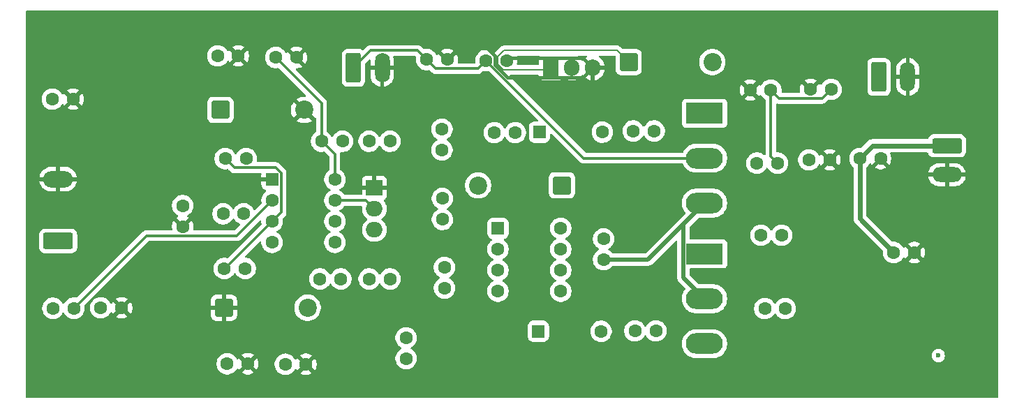
<source format=gbr>
%TF.GenerationSoftware,KiCad,Pcbnew,9.0.3*%
%TF.CreationDate,2025-10-25T15:11:56+05:30*%
%TF.ProjectId,Vicharak,56696368-6172-4616-9b2e-6b696361645f,rev?*%
%TF.SameCoordinates,Original*%
%TF.FileFunction,Copper,L2,Bot*%
%TF.FilePolarity,Positive*%
%FSLAX46Y46*%
G04 Gerber Fmt 4.6, Leading zero omitted, Abs format (unit mm)*
G04 Created by KiCad (PCBNEW 9.0.3) date 2025-10-25 15:11:56*
%MOMM*%
%LPD*%
G01*
G04 APERTURE LIST*
G04 Aperture macros list*
%AMRoundRect*
0 Rectangle with rounded corners*
0 $1 Rounding radius*
0 $2 $3 $4 $5 $6 $7 $8 $9 X,Y pos of 4 corners*
0 Add a 4 corners polygon primitive as box body*
4,1,4,$2,$3,$4,$5,$6,$7,$8,$9,$2,$3,0*
0 Add four circle primitives for the rounded corners*
1,1,$1+$1,$2,$3*
1,1,$1+$1,$4,$5*
1,1,$1+$1,$6,$7*
1,1,$1+$1,$8,$9*
0 Add four rect primitives between the rounded corners*
20,1,$1+$1,$2,$3,$4,$5,0*
20,1,$1+$1,$4,$5,$6,$7,0*
20,1,$1+$1,$6,$7,$8,$9,0*
20,1,$1+$1,$8,$9,$2,$3,0*%
G04 Aperture macros list end*
%TA.AperFunction,ComponentPad*%
%ADD10R,2.000000X1.905000*%
%TD*%
%TA.AperFunction,ComponentPad*%
%ADD11O,2.000000X1.905000*%
%TD*%
%TA.AperFunction,ComponentPad*%
%ADD12C,1.600000*%
%TD*%
%TA.AperFunction,ComponentPad*%
%ADD13R,1.905000X2.000000*%
%TD*%
%TA.AperFunction,ComponentPad*%
%ADD14O,1.905000X2.000000*%
%TD*%
%TA.AperFunction,ComponentPad*%
%ADD15RoundRect,0.250000X1.550000X-0.750000X1.550000X0.750000X-1.550000X0.750000X-1.550000X-0.750000X0*%
%TD*%
%TA.AperFunction,ComponentPad*%
%ADD16O,3.600000X2.000000*%
%TD*%
%TA.AperFunction,ComponentPad*%
%ADD17RoundRect,0.250000X-0.550000X-0.550000X0.550000X-0.550000X0.550000X0.550000X-0.550000X0.550000X0*%
%TD*%
%TA.AperFunction,ComponentPad*%
%ADD18RoundRect,0.249999X0.850001X0.850001X-0.850001X0.850001X-0.850001X-0.850001X0.850001X-0.850001X0*%
%TD*%
%TA.AperFunction,ComponentPad*%
%ADD19C,2.200000*%
%TD*%
%TA.AperFunction,ComponentPad*%
%ADD20RoundRect,0.249999X-0.850001X-0.850001X0.850001X-0.850001X0.850001X0.850001X-0.850001X0.850001X0*%
%TD*%
%TA.AperFunction,ComponentPad*%
%ADD21R,4.500000X2.500000*%
%TD*%
%TA.AperFunction,ComponentPad*%
%ADD22O,4.500000X2.500000*%
%TD*%
%TA.AperFunction,ComponentPad*%
%ADD23RoundRect,0.250000X-0.650000X-1.550000X0.650000X-1.550000X0.650000X1.550000X-0.650000X1.550000X0*%
%TD*%
%TA.AperFunction,ComponentPad*%
%ADD24O,1.800000X3.600000*%
%TD*%
%TA.AperFunction,ComponentPad*%
%ADD25RoundRect,0.250000X-1.550000X0.650000X-1.550000X-0.650000X1.550000X-0.650000X1.550000X0.650000X0*%
%TD*%
%TA.AperFunction,ComponentPad*%
%ADD26O,3.600000X1.800000*%
%TD*%
%TA.AperFunction,ViaPad*%
%ADD27C,0.600000*%
%TD*%
%TA.AperFunction,Conductor*%
%ADD28C,0.400000*%
%TD*%
%TA.AperFunction,Conductor*%
%ADD29C,0.300000*%
%TD*%
%TA.AperFunction,Conductor*%
%ADD30C,0.500000*%
%TD*%
%TA.AperFunction,Conductor*%
%ADD31C,0.600000*%
%TD*%
%TA.AperFunction,Conductor*%
%ADD32C,0.200000*%
%TD*%
G04 APERTURE END LIST*
D10*
%TO.P,Q1,1,B*%
%TO.N,Earth*%
X53800000Y-74020000D03*
D11*
%TO.P,Q1,2,C*%
%TO.N,Net-(Q1-C)*%
X53800000Y-76560000D03*
%TO.P,Q1,3,E*%
%TO.N,Net-(Q1-E)*%
X53800000Y-79100000D03*
%TD*%
D12*
%TO.P,R6,1*%
%TO.N,Net-(D3-A)*%
X49745000Y-85050000D03*
%TO.P,R6,2*%
%TO.N,Net-(C9-Pad1)*%
X47205000Y-85050000D03*
%TD*%
%TO.P,R7,1*%
%TO.N,Net-(C5-Pad1)*%
X62050000Y-77840000D03*
%TO.P,R7,2*%
%TO.N,Net-(C6-Pad1)*%
X62050000Y-75300000D03*
%TD*%
%TO.P,R_T1,1*%
%TO.N,Net-(U2--)*%
X35605000Y-83790000D03*
%TO.P,R_T1,2*%
%TO.N,Net-(C_T1-Pad1)*%
X38145000Y-83790000D03*
%TD*%
%TO.P,R4,1*%
%TO.N,Net-(J1-Pin_1)*%
X14810000Y-88600000D03*
%TO.P,R4,2*%
%TO.N,Net-(U2-+)*%
X17350000Y-88600000D03*
%TD*%
%TO.P,R1,1*%
%TO.N,Net-(Q1-C)*%
X49940000Y-68350000D03*
%TO.P,R1,2*%
%TO.N,Net-(D1-K)*%
X47400000Y-68350000D03*
%TD*%
%TO.P,C15,1*%
%TO.N,Net-(J2-Pin_1)*%
X67350000Y-58550000D03*
%TO.P,C15,2*%
%TO.N,Earth*%
X69850000Y-58550000D03*
%TD*%
%TO.P,C_T1,1*%
%TO.N,Net-(C_T1-Pad1)*%
X35450000Y-77150000D03*
%TO.P,C_T1,2*%
%TO.N,OUT*%
X37950000Y-77150000D03*
%TD*%
%TO.P,C7,1*%
%TO.N,Net-(D3-A)*%
X35950000Y-95350000D03*
%TO.P,C7,2*%
%TO.N,Earth*%
X38450000Y-95350000D03*
%TD*%
D13*
%TO.P,Q2,1,B*%
%TO.N,Net-(D2-K)*%
X75220000Y-59450000D03*
D14*
%TO.P,Q2,2,C*%
%TO.N,+15V*%
X77760000Y-59450000D03*
%TO.P,Q2,3,E*%
%TO.N,Earth*%
X80300000Y-59450000D03*
%TD*%
D12*
%TO.P,R10,1*%
%TO.N,Net-(C12-Pad1)*%
X106505000Y-70600000D03*
%TO.P,R10,2*%
%TO.N,Earth*%
X109045000Y-70600000D03*
%TD*%
%TO.P,C10,1*%
%TO.N,Net-(D2-A)*%
X100700000Y-79750000D03*
%TO.P,C10,2*%
%TO.N,+15V*%
X103200000Y-79750000D03*
%TD*%
D15*
%TO.P,J1,1,Pin_1*%
%TO.N,Net-(J1-Pin_1)*%
X15450000Y-80450000D03*
D16*
%TO.P,J1,2,Pin_2*%
%TO.N,Earth*%
X15450000Y-72950000D03*
%TD*%
D17*
%TO.P,D5,1,K*%
%TO.N,Net-(D5-K)*%
X73830000Y-67250000D03*
D12*
%TO.P,D5,2,A*%
%TO.N,Net-(D5-A)*%
X81450000Y-67250000D03*
%TD*%
D18*
%TO.P,D4,1,K*%
%TO.N,Net-(D4-K)*%
X76550000Y-73700000D03*
D19*
%TO.P,D4,2,A*%
%TO.N,+15V*%
X66390000Y-73700000D03*
%TD*%
D12*
%TO.P,C2,1*%
%TO.N,Net-(D1-K)*%
X34800000Y-58000000D03*
%TO.P,C2,2*%
%TO.N,Earth*%
X37300000Y-58000000D03*
%TD*%
%TO.P,C8,1*%
%TO.N,Net-(D3-A)*%
X43000000Y-95400000D03*
%TO.P,C8,2*%
%TO.N,Earth*%
X45500000Y-95400000D03*
%TD*%
D17*
%TO.P,D6,1,K*%
%TO.N,Net-(D6-K)*%
X73690000Y-91400000D03*
D12*
%TO.P,D6,2,A*%
%TO.N,Net-(D6-A)*%
X81310000Y-91400000D03*
%TD*%
D20*
%TO.P,D1,1,K*%
%TO.N,Net-(D1-K)*%
X35140000Y-64550000D03*
D19*
%TO.P,D1,2,A*%
%TO.N,Earth*%
X45300000Y-64550000D03*
%TD*%
D12*
%TO.P,C12,1*%
%TO.N,Net-(C12-Pad1)*%
X100200000Y-71000000D03*
%TO.P,C12,2*%
%TO.N,Net-(D2-A)*%
X102700000Y-71000000D03*
%TD*%
%TO.P,C13,1*%
%TO.N,Net-(D4-K)*%
X81600000Y-80200000D03*
%TO.P,C13,2*%
%TO.N,Net-(Q3-S)*%
X81600000Y-82700000D03*
%TD*%
%TO.P,R8,1*%
%TO.N,Net-(J2-Pin_1)*%
X53160000Y-68350000D03*
%TO.P,R8,2*%
%TO.N,Net-(D1-K)*%
X55700000Y-68350000D03*
%TD*%
%TO.P,C19,1*%
%TO.N,OUT*%
X116800000Y-81850000D03*
%TO.P,C19,2*%
%TO.N,Earth*%
X119300000Y-81850000D03*
%TD*%
D20*
%TO.P,D3,1,K*%
%TO.N,Earth*%
X35540000Y-88550000D03*
D19*
%TO.P,D3,2,A*%
%TO.N,Net-(D3-A)*%
X45700000Y-88550000D03*
%TD*%
D12*
%TO.P,C14,1*%
%TO.N,Net-(J2-Pin_1)*%
X60150000Y-58450000D03*
%TO.P,C14,2*%
%TO.N,Earth*%
X62650000Y-58450000D03*
%TD*%
D17*
%TO.P,U2,1,GND*%
%TO.N,Earth*%
X41395000Y-72990000D03*
D12*
%TO.P,U2,2,+*%
%TO.N,Net-(U2-+)*%
X41395000Y-75530000D03*
%TO.P,U2,3,-*%
%TO.N,Net-(U2--)*%
X41395000Y-78070000D03*
%TO.P,U2,4,V-*%
%TO.N,Net-(D3-A)*%
X41395000Y-80610000D03*
%TO.P,U2,5,BAL*%
%TO.N,unconnected-(U2-BAL-Pad5)*%
X49015000Y-80610000D03*
%TO.P,U2,6,STRB*%
%TO.N,unconnected-(U2-STRB-Pad6)*%
X49015000Y-78070000D03*
%TO.P,U2,7*%
%TO.N,Net-(Q1-C)*%
X49015000Y-75530000D03*
%TO.P,U2,8,V+*%
%TO.N,Net-(D1-K)*%
X49015000Y-72990000D03*
%TD*%
%TO.P,C4,1*%
%TO.N,Net-(U2-+)*%
X14750000Y-63250000D03*
%TO.P,C4,2*%
%TO.N,Earth*%
X17250000Y-63250000D03*
%TD*%
%TO.P,R11,1*%
%TO.N,Net-(D5-A)*%
X85210000Y-67100000D03*
%TO.P,R11,2*%
%TO.N,Net-(D5-K)*%
X87750000Y-67100000D03*
%TD*%
%TO.P,C16,1*%
%TO.N,Earth*%
X99400000Y-62150000D03*
%TO.P,C16,2*%
%TO.N,Net-(D2-A)*%
X101900000Y-62150000D03*
%TD*%
D21*
%TO.P,Q4,1,G*%
%TO.N,Net-(D6-A)*%
X93850000Y-82000000D03*
D22*
%TO.P,Q4,2,D*%
%TO.N,Net-(Q3-S)*%
X93850000Y-87450000D03*
%TO.P,Q4,3,S*%
%TO.N,Net-(D2-A)*%
X93850000Y-92900000D03*
%TD*%
D12*
%TO.P,R12,1*%
%TO.N,Net-(D6-A)*%
X85405000Y-91350000D03*
%TO.P,R12,2*%
%TO.N,Net-(D6-K)*%
X87945000Y-91350000D03*
%TD*%
%TO.P,R3,1*%
%TO.N,Net-(J1-Pin_1)*%
X20610000Y-88550000D03*
%TO.P,R3,2*%
%TO.N,Earth*%
X23150000Y-88550000D03*
%TD*%
%TO.P,C6,1*%
%TO.N,Net-(C6-Pad1)*%
X62000000Y-69400000D03*
%TO.P,C6,2*%
%TO.N,Net-(U3-CT)*%
X62000000Y-66900000D03*
%TD*%
%TO.P,C5,1*%
%TO.N,Net-(C5-Pad1)*%
X62300000Y-86150000D03*
%TO.P,C5,2*%
%TO.N,Net-(Q1-E)*%
X62300000Y-83650000D03*
%TD*%
%TO.P,C18,1*%
%TO.N,OUT*%
X112700000Y-70450000D03*
%TO.P,C18,2*%
%TO.N,Earth*%
X115200000Y-70450000D03*
%TD*%
D20*
%TO.P,D2,1,K*%
%TO.N,Net-(D2-K)*%
X84640000Y-58750000D03*
D19*
%TO.P,D2,2,A*%
%TO.N,Net-(D2-A)*%
X94800000Y-58750000D03*
%TD*%
D12*
%TO.P,C1,1*%
%TO.N,Net-(D1-K)*%
X41850000Y-58200000D03*
%TO.P,C1,2*%
%TO.N,Earth*%
X44350000Y-58200000D03*
%TD*%
D21*
%TO.P,Q3,1,G*%
%TO.N,Net-(D5-A)*%
X93850000Y-64950000D03*
D22*
%TO.P,Q3,2,D*%
%TO.N,Net-(J2-Pin_1)*%
X93850000Y-70400000D03*
%TO.P,Q3,3,S*%
%TO.N,Net-(Q3-S)*%
X93850000Y-75850000D03*
%TD*%
D23*
%TO.P,J2,1,Pin_1*%
%TO.N,Net-(J2-Pin_1)*%
X51250000Y-59450000D03*
D24*
%TO.P,J2,2,Pin_2*%
%TO.N,Earth*%
X54750000Y-59450000D03*
%TD*%
D12*
%TO.P,R5,1*%
%TO.N,Net-(C9-Pad1)*%
X53160000Y-85050000D03*
%TO.P,R5,2*%
%TO.N,Net-(Q1-E)*%
X55700000Y-85050000D03*
%TD*%
%TO.P,R9,1*%
%TO.N,Net-(U3-RT)*%
X68355000Y-67300000D03*
%TO.P,R9,2*%
%TO.N,Net-(U3-CT)*%
X70895000Y-67300000D03*
%TD*%
%TO.P,C17,1*%
%TO.N,Earth*%
X106700000Y-62050000D03*
%TO.P,C17,2*%
%TO.N,Net-(D2-A)*%
X109200000Y-62050000D03*
%TD*%
%TO.P,C11,1*%
%TO.N,Net-(D2-A)*%
X101150000Y-88650000D03*
%TO.P,C11,2*%
%TO.N,+15V*%
X103650000Y-88650000D03*
%TD*%
%TO.P,C9,1*%
%TO.N,Net-(C9-Pad1)*%
X57650000Y-94700000D03*
%TO.P,C9,2*%
%TO.N,Net-(U3-CT)*%
X57650000Y-92200000D03*
%TD*%
D23*
%TO.P,J3,1,Pin_1*%
%TO.N,Net-(D2-A)*%
X115000000Y-60550000D03*
D24*
%TO.P,J3,2,Pin_2*%
%TO.N,Earth*%
X118500000Y-60550000D03*
%TD*%
D12*
%TO.P,R_T2,1*%
%TO.N,Net-(U2--)*%
X35705000Y-70450000D03*
%TO.P,R_T2,2*%
%TO.N,OUT*%
X38245000Y-70450000D03*
%TD*%
%TO.P,R_T3,1*%
%TO.N,Earth*%
X30550000Y-78695000D03*
%TO.P,R_T3,2*%
%TO.N,Net-(U2--)*%
X30550000Y-76155000D03*
%TD*%
D25*
%TO.P,J4,1,Pin_1*%
%TO.N,OUT*%
X123250000Y-68900000D03*
D26*
%TO.P,J4,2,Pin_2*%
%TO.N,Earth*%
X123250000Y-72400000D03*
%TD*%
D17*
%TO.P,U3,1,VCC*%
%TO.N,+15V*%
X68800000Y-78920000D03*
D12*
%TO.P,U3,2,RT*%
%TO.N,Net-(U3-RT)*%
X68800000Y-81460000D03*
%TO.P,U3,3,CT*%
%TO.N,Net-(U3-CT)*%
X68800000Y-84000000D03*
%TO.P,U3,4,COM*%
%TO.N,Net-(D2-A)*%
X68800000Y-86540000D03*
%TO.P,U3,5,LO*%
%TO.N,Net-(D6-K)*%
X76420000Y-86540000D03*
%TO.P,U3,6,VS*%
%TO.N,Net-(Q3-S)*%
X76420000Y-84000000D03*
%TO.P,U3,7,HO*%
%TO.N,Net-(D5-K)*%
X76420000Y-81460000D03*
%TO.P,U3,8,VB*%
%TO.N,Net-(D4-K)*%
X76420000Y-78920000D03*
%TD*%
D27*
%TO.N,+15V*%
X122200000Y-94350000D03*
%TD*%
D28*
%TO.N,Earth*%
X69967858Y-60652000D02*
X79098000Y-60652000D01*
X79098000Y-60652000D02*
X80300000Y-59450000D01*
X68447001Y-59131143D02*
X69967858Y-60652000D01*
X79098000Y-58248000D02*
X70152000Y-58248000D01*
X68447000Y-57968858D02*
X68447001Y-59131143D01*
X62650000Y-58450000D02*
X64050000Y-57050000D01*
X64050000Y-57050000D02*
X67528142Y-57050000D01*
X70152000Y-58248000D02*
X69850000Y-58550000D01*
X67528142Y-57050000D02*
X68447000Y-57968858D01*
X80300000Y-59450000D02*
X79098000Y-58248000D01*
D29*
%TO.N,Net-(D1-K)*%
X49015000Y-72990000D02*
X49015000Y-69965000D01*
X47400000Y-68350000D02*
X47400000Y-63750000D01*
X47400000Y-63750000D02*
X41850000Y-58200000D01*
X49015000Y-69965000D02*
X47400000Y-68350000D01*
%TO.N,Net-(U2-+)*%
X26154000Y-79796000D02*
X17350000Y-88600000D01*
X41395000Y-75530000D02*
X37129000Y-79796000D01*
X37129000Y-79796000D02*
X26154000Y-79796000D01*
%TO.N,Net-(D2-A)*%
X101900000Y-62150000D02*
X101900000Y-70200000D01*
X109200000Y-62050000D02*
X108099000Y-63151000D01*
X102901000Y-63151000D02*
X101900000Y-62150000D01*
X108099000Y-63151000D02*
X102901000Y-63151000D01*
X101900000Y-70200000D02*
X102700000Y-71000000D01*
D30*
%TO.N,Net-(Q3-S)*%
X91299000Y-84899000D02*
X91299000Y-78401000D01*
X87000000Y-82700000D02*
X93850000Y-75850000D01*
X81600000Y-82700000D02*
X87000000Y-82700000D01*
X93850000Y-87450000D02*
X91299000Y-84899000D01*
X91299000Y-78401000D02*
X93850000Y-75850000D01*
D29*
%TO.N,Net-(J2-Pin_1)*%
X60150000Y-58450000D02*
X59049000Y-57349000D01*
X66349000Y-59551000D02*
X67350000Y-58550000D01*
X60150000Y-58450000D02*
X61251000Y-59551000D01*
X79200000Y-70400000D02*
X93850000Y-70400000D01*
X67350000Y-58550000D02*
X79200000Y-70400000D01*
X61251000Y-59551000D02*
X66349000Y-59551000D01*
X53351000Y-57349000D02*
X51250000Y-59450000D01*
X59049000Y-57349000D02*
X53351000Y-57349000D01*
D31*
%TO.N,OUT*%
X123250000Y-68900000D02*
X114250000Y-68900000D01*
X112700000Y-70450000D02*
X112700000Y-77750000D01*
X112700000Y-77750000D02*
X116800000Y-81850000D01*
X114250000Y-68900000D02*
X112700000Y-70450000D01*
D32*
%TO.N,Net-(D2-K)*%
X69493949Y-57349001D02*
X68749000Y-58093950D01*
X68749000Y-59006050D02*
X69442950Y-59700000D01*
X74970000Y-59700000D02*
X75220000Y-59450000D01*
X84640000Y-58750000D02*
X83239001Y-57349001D01*
X69442950Y-59700000D02*
X74970000Y-59700000D01*
X83239001Y-57349001D02*
X69493949Y-57349001D01*
X68749000Y-58093950D02*
X68749000Y-59006050D01*
D29*
%TO.N,Net-(Q1-C)*%
X49015000Y-75530000D02*
X52770000Y-75530000D01*
X52770000Y-75530000D02*
X53800000Y-76560000D01*
%TO.N,Net-(U2--)*%
X36806000Y-71551000D02*
X35705000Y-70450000D01*
X41395000Y-78070000D02*
X35675000Y-83790000D01*
X42496000Y-72204840D02*
X41842160Y-71551000D01*
X42496000Y-76969000D02*
X42496000Y-72204840D01*
X41395000Y-78070000D02*
X42496000Y-76969000D01*
X35675000Y-83790000D02*
X35605000Y-83790000D01*
X41842160Y-71551000D02*
X36806000Y-71551000D01*
%TD*%
%TA.AperFunction,Conductor*%
%TO.N,Earth*%
G36*
X73836285Y-57969186D02*
G01*
X73882040Y-58021990D01*
X73891984Y-58091148D01*
X73868513Y-58147812D01*
X73823704Y-58207669D01*
X73823702Y-58207671D01*
X73773408Y-58342517D01*
X73767001Y-58402116D01*
X73767000Y-58402135D01*
X73767000Y-58975500D01*
X73747315Y-59042539D01*
X73694511Y-59088294D01*
X73643000Y-59099500D01*
X71209029Y-59099500D01*
X71141990Y-59079815D01*
X71096235Y-59027011D01*
X71086291Y-58957853D01*
X71091098Y-58937181D01*
X71117990Y-58854417D01*
X71150000Y-58652317D01*
X71150000Y-58447682D01*
X71117990Y-58245582D01*
X71074527Y-58111820D01*
X71072532Y-58041979D01*
X71108612Y-57982146D01*
X71171312Y-57951317D01*
X71192458Y-57949501D01*
X73769246Y-57949501D01*
X73836285Y-57969186D01*
G37*
%TD.AperFunction*%
%TA.AperFunction,Conductor*%
G36*
X79477355Y-57958382D02*
G01*
X79508083Y-57965528D01*
X79510636Y-57968155D01*
X79514147Y-57969186D01*
X79534786Y-57993005D01*
X79556778Y-58015634D01*
X79557505Y-58019224D01*
X79559902Y-58021990D01*
X79564389Y-58053199D01*
X79570653Y-58084112D01*
X79569324Y-58087523D01*
X79569846Y-58091148D01*
X79556743Y-58119838D01*
X79545304Y-58149221D01*
X79541745Y-58152679D01*
X79540821Y-58154704D01*
X79519994Y-58173819D01*
X79353758Y-58294597D01*
X79353757Y-58294597D01*
X79192097Y-58456257D01*
X79130627Y-58540864D01*
X79075297Y-58583529D01*
X79005684Y-58589508D01*
X78943889Y-58556902D01*
X78929991Y-58540864D01*
X78868286Y-58455934D01*
X78706566Y-58294214D01*
X78540857Y-58173819D01*
X78498192Y-58118489D01*
X78492213Y-58048875D01*
X78524819Y-57987080D01*
X78585658Y-57952723D01*
X78613743Y-57949501D01*
X79447108Y-57949501D01*
X79477355Y-57958382D01*
G37*
%TD.AperFunction*%
%TA.AperFunction,Conductor*%
G36*
X129442539Y-52520185D02*
G01*
X129488294Y-52572989D01*
X129499500Y-52624500D01*
X129499500Y-99375500D01*
X129479815Y-99442539D01*
X129427011Y-99488294D01*
X129375500Y-99499500D01*
X11624500Y-99499500D01*
X11557461Y-99479815D01*
X11511706Y-99427011D01*
X11500500Y-99375500D01*
X11500500Y-95247648D01*
X34649500Y-95247648D01*
X34649500Y-95452351D01*
X34681522Y-95654534D01*
X34744781Y-95849223D01*
X34787248Y-95932567D01*
X34837585Y-96031359D01*
X34837715Y-96031613D01*
X34958028Y-96197213D01*
X35102786Y-96341971D01*
X35223226Y-96429474D01*
X35268390Y-96462287D01*
X35384607Y-96521503D01*
X35450776Y-96555218D01*
X35450778Y-96555218D01*
X35450781Y-96555220D01*
X35555137Y-96589127D01*
X35645465Y-96618477D01*
X35746557Y-96634488D01*
X35847648Y-96650500D01*
X35847649Y-96650500D01*
X36052351Y-96650500D01*
X36052352Y-96650500D01*
X36254534Y-96618477D01*
X36449219Y-96555220D01*
X36631610Y-96462287D01*
X36724590Y-96394732D01*
X36797213Y-96341971D01*
X36797215Y-96341968D01*
X36797219Y-96341966D01*
X36941966Y-96197219D01*
X36941968Y-96197215D01*
X36941971Y-96197213D01*
X37062286Y-96031611D01*
X37062415Y-96031359D01*
X37089795Y-95977621D01*
X37137769Y-95926826D01*
X37205589Y-95910030D01*
X37271725Y-95932567D01*
X37310765Y-95977621D01*
X37338141Y-96031350D01*
X37338147Y-96031359D01*
X37370523Y-96075921D01*
X37370524Y-96075922D01*
X38050000Y-95396446D01*
X38050000Y-95402661D01*
X38077259Y-95504394D01*
X38129920Y-95595606D01*
X38204394Y-95670080D01*
X38295606Y-95722741D01*
X38397339Y-95750000D01*
X38403553Y-95750000D01*
X37724076Y-96429474D01*
X37768650Y-96461859D01*
X37950968Y-96554755D01*
X38145582Y-96617990D01*
X38347683Y-96650000D01*
X38552317Y-96650000D01*
X38754417Y-96617990D01*
X38949031Y-96554755D01*
X39131349Y-96461859D01*
X39175921Y-96429474D01*
X38496447Y-95750000D01*
X38502661Y-95750000D01*
X38604394Y-95722741D01*
X38695606Y-95670080D01*
X38770080Y-95595606D01*
X38822741Y-95504394D01*
X38850000Y-95402661D01*
X38850000Y-95396447D01*
X39529474Y-96075921D01*
X39561859Y-96031349D01*
X39654755Y-95849031D01*
X39717990Y-95654417D01*
X39750000Y-95452317D01*
X39750000Y-95297648D01*
X41699500Y-95297648D01*
X41699500Y-95502352D01*
X41703878Y-95529995D01*
X41731522Y-95704534D01*
X41794781Y-95899223D01*
X41834728Y-95977622D01*
X41887585Y-96081359D01*
X41887715Y-96081613D01*
X42008028Y-96247213D01*
X42152786Y-96391971D01*
X42248981Y-96461859D01*
X42318390Y-96512287D01*
X42402647Y-96555218D01*
X42500776Y-96605218D01*
X42500778Y-96605218D01*
X42500781Y-96605220D01*
X42605137Y-96639127D01*
X42695465Y-96668477D01*
X42796557Y-96684488D01*
X42897648Y-96700500D01*
X42897649Y-96700500D01*
X43102351Y-96700500D01*
X43102352Y-96700500D01*
X43304534Y-96668477D01*
X43499219Y-96605220D01*
X43681610Y-96512287D01*
X43774590Y-96444732D01*
X43847213Y-96391971D01*
X43847215Y-96391968D01*
X43847219Y-96391966D01*
X43991966Y-96247219D01*
X43991968Y-96247215D01*
X43991971Y-96247213D01*
X44112286Y-96081611D01*
X44112415Y-96081359D01*
X44139795Y-96027621D01*
X44187769Y-95976826D01*
X44255589Y-95960030D01*
X44321725Y-95982567D01*
X44360765Y-96027621D01*
X44388141Y-96081350D01*
X44388147Y-96081359D01*
X44420523Y-96125921D01*
X44420524Y-96125922D01*
X45100000Y-95446446D01*
X45100000Y-95452661D01*
X45127259Y-95554394D01*
X45179920Y-95645606D01*
X45254394Y-95720080D01*
X45345606Y-95772741D01*
X45447339Y-95800000D01*
X45453553Y-95800000D01*
X44774076Y-96479474D01*
X44818650Y-96511859D01*
X45000968Y-96604755D01*
X45195582Y-96667990D01*
X45397683Y-96700000D01*
X45602317Y-96700000D01*
X45804417Y-96667990D01*
X45999031Y-96604755D01*
X46181349Y-96511859D01*
X46225921Y-96479474D01*
X45546447Y-95800000D01*
X45552661Y-95800000D01*
X45654394Y-95772741D01*
X45745606Y-95720080D01*
X45820080Y-95645606D01*
X45872741Y-95554394D01*
X45900000Y-95452661D01*
X45900000Y-95446447D01*
X46579474Y-96125921D01*
X46611859Y-96081349D01*
X46704755Y-95899031D01*
X46767990Y-95704417D01*
X46800000Y-95502317D01*
X46800000Y-95297682D01*
X46767990Y-95095582D01*
X46704755Y-94900968D01*
X46611859Y-94718650D01*
X46579474Y-94674077D01*
X46579474Y-94674076D01*
X45900000Y-95353551D01*
X45900000Y-95347339D01*
X45872741Y-95245606D01*
X45820080Y-95154394D01*
X45745606Y-95079920D01*
X45654394Y-95027259D01*
X45552661Y-95000000D01*
X45546446Y-95000000D01*
X46225922Y-94320524D01*
X46225921Y-94320523D01*
X46181359Y-94288147D01*
X46181350Y-94288141D01*
X45999031Y-94195244D01*
X45804417Y-94132009D01*
X45602317Y-94100000D01*
X45397683Y-94100000D01*
X45195582Y-94132009D01*
X45000968Y-94195244D01*
X44818644Y-94288143D01*
X44774077Y-94320523D01*
X44774077Y-94320524D01*
X45453554Y-95000000D01*
X45447339Y-95000000D01*
X45345606Y-95027259D01*
X45254394Y-95079920D01*
X45179920Y-95154394D01*
X45127259Y-95245606D01*
X45100000Y-95347339D01*
X45100000Y-95353553D01*
X44420524Y-94674077D01*
X44420523Y-94674077D01*
X44388143Y-94718644D01*
X44360765Y-94772378D01*
X44312790Y-94823174D01*
X44244969Y-94839969D01*
X44178834Y-94817431D01*
X44139795Y-94772378D01*
X44112287Y-94718390D01*
X44112285Y-94718387D01*
X44112284Y-94718385D01*
X43991971Y-94552786D01*
X43847213Y-94408028D01*
X43681613Y-94287715D01*
X43681612Y-94287714D01*
X43681610Y-94287713D01*
X43624653Y-94258691D01*
X43499223Y-94194781D01*
X43304534Y-94131522D01*
X43129995Y-94103878D01*
X43102352Y-94099500D01*
X42897648Y-94099500D01*
X42873329Y-94103351D01*
X42695465Y-94131522D01*
X42500776Y-94194781D01*
X42318386Y-94287715D01*
X42152786Y-94408028D01*
X42008028Y-94552786D01*
X41887715Y-94718386D01*
X41794781Y-94900776D01*
X41731522Y-95095465D01*
X41707419Y-95247648D01*
X41699500Y-95297648D01*
X39750000Y-95297648D01*
X39750000Y-95247682D01*
X39717990Y-95045582D01*
X39654755Y-94850968D01*
X39561859Y-94668650D01*
X39529474Y-94624077D01*
X39529474Y-94624076D01*
X38850000Y-95303551D01*
X38850000Y-95297339D01*
X38822741Y-95195606D01*
X38770080Y-95104394D01*
X38695606Y-95029920D01*
X38604394Y-94977259D01*
X38502661Y-94950000D01*
X38496446Y-94950000D01*
X39175922Y-94270524D01*
X39175921Y-94270523D01*
X39131359Y-94238147D01*
X39131350Y-94238141D01*
X38949031Y-94145244D01*
X38754417Y-94082009D01*
X38552317Y-94050000D01*
X38347683Y-94050000D01*
X38145582Y-94082009D01*
X37950968Y-94145244D01*
X37768644Y-94238143D01*
X37724077Y-94270523D01*
X37724077Y-94270524D01*
X38403554Y-94950000D01*
X38397339Y-94950000D01*
X38295606Y-94977259D01*
X38204394Y-95029920D01*
X38129920Y-95104394D01*
X38077259Y-95195606D01*
X38050000Y-95297339D01*
X38050000Y-95303553D01*
X37370524Y-94624077D01*
X37370523Y-94624077D01*
X37338143Y-94668644D01*
X37310765Y-94722378D01*
X37262790Y-94773174D01*
X37194969Y-94789969D01*
X37128834Y-94767431D01*
X37089795Y-94722378D01*
X37062287Y-94668390D01*
X37062285Y-94668387D01*
X37062284Y-94668385D01*
X36941971Y-94502786D01*
X36797213Y-94358028D01*
X36631613Y-94237715D01*
X36631612Y-94237714D01*
X36631610Y-94237713D01*
X36548260Y-94195244D01*
X36449223Y-94144781D01*
X36254534Y-94081522D01*
X36079995Y-94053878D01*
X36052352Y-94049500D01*
X35847648Y-94049500D01*
X35823329Y-94053351D01*
X35645465Y-94081522D01*
X35450776Y-94144781D01*
X35268386Y-94237715D01*
X35102786Y-94358028D01*
X34958028Y-94502786D01*
X34837715Y-94668386D01*
X34744781Y-94850776D01*
X34681522Y-95045465D01*
X34649500Y-95247648D01*
X11500500Y-95247648D01*
X11500500Y-92097648D01*
X56349500Y-92097648D01*
X56349500Y-92302351D01*
X56381522Y-92504534D01*
X56444781Y-92699223D01*
X56537715Y-92881613D01*
X56658028Y-93047213D01*
X56802786Y-93191971D01*
X56968388Y-93312286D01*
X57021828Y-93339516D01*
X57072623Y-93387490D01*
X57089418Y-93455312D01*
X57066880Y-93521446D01*
X57021828Y-93560484D01*
X56968388Y-93587713D01*
X56802786Y-93708028D01*
X56658028Y-93852786D01*
X56537715Y-94018386D01*
X56444781Y-94200776D01*
X56381522Y-94395465D01*
X56349500Y-94597648D01*
X56349500Y-94802351D01*
X56381522Y-95004534D01*
X56444781Y-95199223D01*
X56494932Y-95297648D01*
X56521607Y-95350001D01*
X56537715Y-95381613D01*
X56658028Y-95547213D01*
X56802786Y-95691971D01*
X56913959Y-95772741D01*
X56968390Y-95812287D01*
X57084607Y-95871503D01*
X57150776Y-95905218D01*
X57150778Y-95905218D01*
X57150781Y-95905220D01*
X57255137Y-95939127D01*
X57345465Y-95968477D01*
X57403198Y-95977621D01*
X57547648Y-96000500D01*
X57547649Y-96000500D01*
X57752351Y-96000500D01*
X57752352Y-96000500D01*
X57954534Y-95968477D01*
X58149219Y-95905220D01*
X58331610Y-95812287D01*
X58458523Y-95720080D01*
X58497213Y-95691971D01*
X58497215Y-95691968D01*
X58497219Y-95691966D01*
X58641966Y-95547219D01*
X58641968Y-95547215D01*
X58641971Y-95547213D01*
X58710916Y-95452317D01*
X58762287Y-95381610D01*
X58855220Y-95199219D01*
X58918477Y-95004534D01*
X58950500Y-94802352D01*
X58950500Y-94597648D01*
X58918477Y-94395466D01*
X58855220Y-94200781D01*
X58855218Y-94200778D01*
X58855218Y-94200776D01*
X58812278Y-94116503D01*
X58762287Y-94018390D01*
X58727731Y-93970827D01*
X58641971Y-93852786D01*
X58497213Y-93708028D01*
X58331613Y-93587715D01*
X58331612Y-93587714D01*
X58331610Y-93587713D01*
X58278171Y-93560484D01*
X58227376Y-93512510D01*
X58210581Y-93444689D01*
X58233118Y-93378554D01*
X58278172Y-93339515D01*
X58331610Y-93312287D01*
X58428037Y-93242229D01*
X58497213Y-93191971D01*
X58497215Y-93191968D01*
X58497219Y-93191966D01*
X58641966Y-93047219D01*
X58641968Y-93047215D01*
X58641971Y-93047213D01*
X58694732Y-92974590D01*
X58762287Y-92881610D01*
X58811381Y-92785258D01*
X91099500Y-92785258D01*
X91099500Y-93014741D01*
X91122833Y-93191966D01*
X91129452Y-93242238D01*
X91183698Y-93444689D01*
X91188842Y-93463887D01*
X91276650Y-93675876D01*
X91276657Y-93675890D01*
X91391392Y-93874617D01*
X91531081Y-94056661D01*
X91531089Y-94056670D01*
X91693330Y-94218911D01*
X91693338Y-94218918D01*
X91693339Y-94218919D01*
X91718392Y-94238143D01*
X91875382Y-94358607D01*
X91875385Y-94358608D01*
X91875388Y-94358611D01*
X92074112Y-94473344D01*
X92074117Y-94473346D01*
X92074123Y-94473349D01*
X92145179Y-94502781D01*
X92286113Y-94561158D01*
X92507762Y-94620548D01*
X92735266Y-94650500D01*
X92735273Y-94650500D01*
X94964727Y-94650500D01*
X94964734Y-94650500D01*
X95192238Y-94620548D01*
X95413887Y-94561158D01*
X95625888Y-94473344D01*
X95824612Y-94358611D01*
X95938589Y-94271153D01*
X121399500Y-94271153D01*
X121399500Y-94428846D01*
X121430261Y-94583489D01*
X121430264Y-94583501D01*
X121490602Y-94729172D01*
X121490609Y-94729185D01*
X121578210Y-94860288D01*
X121578213Y-94860292D01*
X121689707Y-94971786D01*
X121689711Y-94971789D01*
X121820814Y-95059390D01*
X121820827Y-95059397D01*
X121907907Y-95095466D01*
X121966503Y-95119737D01*
X122121153Y-95150499D01*
X122121156Y-95150500D01*
X122121158Y-95150500D01*
X122278844Y-95150500D01*
X122278845Y-95150499D01*
X122433497Y-95119737D01*
X122579179Y-95059394D01*
X122710289Y-94971789D01*
X122821789Y-94860289D01*
X122909394Y-94729179D01*
X122969737Y-94583497D01*
X123000500Y-94428842D01*
X123000500Y-94271158D01*
X123000500Y-94271155D01*
X123000499Y-94271153D01*
X122986500Y-94200776D01*
X122969737Y-94116503D01*
X122929096Y-94018386D01*
X122909397Y-93970827D01*
X122909390Y-93970814D01*
X122821789Y-93839711D01*
X122821786Y-93839707D01*
X122710292Y-93728213D01*
X122710288Y-93728210D01*
X122579185Y-93640609D01*
X122579172Y-93640602D01*
X122433501Y-93580264D01*
X122433489Y-93580261D01*
X122278845Y-93549500D01*
X122278842Y-93549500D01*
X122121158Y-93549500D01*
X122121155Y-93549500D01*
X121966510Y-93580261D01*
X121966498Y-93580264D01*
X121820827Y-93640602D01*
X121820814Y-93640609D01*
X121689711Y-93728210D01*
X121689707Y-93728213D01*
X121578213Y-93839707D01*
X121578210Y-93839711D01*
X121490609Y-93970814D01*
X121490602Y-93970827D01*
X121430264Y-94116498D01*
X121430261Y-94116510D01*
X121399500Y-94271153D01*
X95938589Y-94271153D01*
X96006661Y-94218919D01*
X96006665Y-94218914D01*
X96006670Y-94218911D01*
X96168911Y-94056670D01*
X96168914Y-94056665D01*
X96168919Y-94056661D01*
X96308611Y-93874612D01*
X96423344Y-93675888D01*
X96511158Y-93463887D01*
X96570548Y-93242238D01*
X96600500Y-93014734D01*
X96600500Y-92785266D01*
X96570548Y-92557762D01*
X96511158Y-92336113D01*
X96423344Y-92124112D01*
X96308611Y-91925388D01*
X96308608Y-91925385D01*
X96308607Y-91925382D01*
X96168918Y-91743338D01*
X96168911Y-91743330D01*
X96006670Y-91581089D01*
X96006661Y-91581081D01*
X95824617Y-91441392D01*
X95625890Y-91326657D01*
X95625876Y-91326650D01*
X95413887Y-91238842D01*
X95192238Y-91179452D01*
X95154215Y-91174446D01*
X94964741Y-91149500D01*
X94964734Y-91149500D01*
X92735266Y-91149500D01*
X92735258Y-91149500D01*
X92518715Y-91178009D01*
X92507762Y-91179452D01*
X92414076Y-91204554D01*
X92286112Y-91238842D01*
X92074123Y-91326650D01*
X92074109Y-91326657D01*
X91875382Y-91441392D01*
X91693338Y-91581081D01*
X91531081Y-91743338D01*
X91391392Y-91925382D01*
X91276657Y-92124109D01*
X91276650Y-92124123D01*
X91188842Y-92336112D01*
X91129453Y-92557759D01*
X91129451Y-92557770D01*
X91099500Y-92785258D01*
X58811381Y-92785258D01*
X58855220Y-92699219D01*
X58918477Y-92504534D01*
X58950500Y-92302352D01*
X58950500Y-92097648D01*
X58935034Y-92000001D01*
X58918477Y-91895465D01*
X58869048Y-91743339D01*
X58855220Y-91700781D01*
X58855218Y-91700778D01*
X58855218Y-91700776D01*
X58821503Y-91634607D01*
X58762287Y-91518390D01*
X58714308Y-91452352D01*
X58641971Y-91352786D01*
X58497213Y-91208028D01*
X58331613Y-91087715D01*
X58331612Y-91087714D01*
X58331610Y-91087713D01*
X58248694Y-91045465D01*
X58149223Y-90994781D01*
X57954534Y-90931522D01*
X57877407Y-90919307D01*
X57833394Y-90912336D01*
X57752352Y-90899500D01*
X57547648Y-90899500D01*
X57523329Y-90903351D01*
X57345465Y-90931522D01*
X57150776Y-90994781D01*
X56968386Y-91087715D01*
X56802786Y-91208028D01*
X56658028Y-91352786D01*
X56537715Y-91518386D01*
X56444781Y-91700776D01*
X56381522Y-91895465D01*
X56349500Y-92097648D01*
X11500500Y-92097648D01*
X11500500Y-90799983D01*
X72389500Y-90799983D01*
X72389500Y-92000001D01*
X72389501Y-92000018D01*
X72400000Y-92102796D01*
X72400001Y-92102799D01*
X72455185Y-92269331D01*
X72455187Y-92269336D01*
X72490069Y-92325888D01*
X72547288Y-92418656D01*
X72671344Y-92542712D01*
X72820666Y-92634814D01*
X72987203Y-92689999D01*
X73089991Y-92700500D01*
X74290008Y-92700499D01*
X74302539Y-92699219D01*
X74307895Y-92698671D01*
X74392797Y-92689999D01*
X74559334Y-92634814D01*
X74708656Y-92542712D01*
X74832712Y-92418656D01*
X74924814Y-92269334D01*
X74979999Y-92102797D01*
X74990500Y-92000009D01*
X74990499Y-91297648D01*
X80009500Y-91297648D01*
X80009500Y-91502351D01*
X80041522Y-91704534D01*
X80104781Y-91899223D01*
X80197715Y-92081613D01*
X80318028Y-92247213D01*
X80462786Y-92391971D01*
X80559566Y-92462284D01*
X80628390Y-92512287D01*
X80744607Y-92571503D01*
X80810776Y-92605218D01*
X80810778Y-92605218D01*
X80810781Y-92605220D01*
X80901856Y-92634812D01*
X81005465Y-92668477D01*
X81106557Y-92684488D01*
X81207648Y-92700500D01*
X81207649Y-92700500D01*
X81412351Y-92700500D01*
X81412352Y-92700500D01*
X81614534Y-92668477D01*
X81614537Y-92668476D01*
X81614538Y-92668476D01*
X81630541Y-92663276D01*
X81630542Y-92663276D01*
X81686005Y-92645254D01*
X81809219Y-92605220D01*
X81991610Y-92512287D01*
X82120482Y-92418657D01*
X82157213Y-92391971D01*
X82157215Y-92391968D01*
X82157219Y-92391966D01*
X82301966Y-92247219D01*
X82301968Y-92247215D01*
X82301971Y-92247213D01*
X82354732Y-92174590D01*
X82422287Y-92081610D01*
X82515220Y-91899219D01*
X82578477Y-91704534D01*
X82610500Y-91502352D01*
X82610500Y-91297648D01*
X82602581Y-91247648D01*
X84104500Y-91247648D01*
X84104500Y-91452351D01*
X84136522Y-91654534D01*
X84199781Y-91849223D01*
X84263691Y-91974653D01*
X84276611Y-92000009D01*
X84292715Y-92031613D01*
X84413028Y-92197213D01*
X84557786Y-92341971D01*
X84712749Y-92454556D01*
X84723390Y-92462287D01*
X84839607Y-92521503D01*
X84905776Y-92555218D01*
X84905778Y-92555218D01*
X84905781Y-92555220D01*
X85010137Y-92589127D01*
X85100465Y-92618477D01*
X85201557Y-92634488D01*
X85302648Y-92650500D01*
X85302649Y-92650500D01*
X85507351Y-92650500D01*
X85507352Y-92650500D01*
X85709534Y-92618477D01*
X85904219Y-92555220D01*
X86086610Y-92462287D01*
X86179590Y-92394732D01*
X86252213Y-92341971D01*
X86252215Y-92341968D01*
X86252219Y-92341966D01*
X86396966Y-92197219D01*
X86396968Y-92197215D01*
X86396971Y-92197213D01*
X86517284Y-92031614D01*
X86517285Y-92031613D01*
X86517287Y-92031610D01*
X86564516Y-91938917D01*
X86612489Y-91888123D01*
X86680310Y-91871328D01*
X86746445Y-91893865D01*
X86785483Y-91938917D01*
X86816615Y-92000016D01*
X86832715Y-92031614D01*
X86953028Y-92197213D01*
X87097786Y-92341971D01*
X87252749Y-92454556D01*
X87263390Y-92462287D01*
X87379607Y-92521503D01*
X87445776Y-92555218D01*
X87445778Y-92555218D01*
X87445781Y-92555220D01*
X87550137Y-92589127D01*
X87640465Y-92618477D01*
X87741557Y-92634488D01*
X87842648Y-92650500D01*
X87842649Y-92650500D01*
X88047351Y-92650500D01*
X88047352Y-92650500D01*
X88249534Y-92618477D01*
X88444219Y-92555220D01*
X88626610Y-92462287D01*
X88719590Y-92394732D01*
X88792213Y-92341971D01*
X88792215Y-92341968D01*
X88792219Y-92341966D01*
X88936966Y-92197219D01*
X88936968Y-92197215D01*
X88936971Y-92197213D01*
X88990083Y-92124109D01*
X89057287Y-92031610D01*
X89150220Y-91849219D01*
X89213477Y-91654534D01*
X89245500Y-91452352D01*
X89245500Y-91247648D01*
X89234699Y-91179452D01*
X89213477Y-91045465D01*
X89150218Y-90850776D01*
X89071968Y-90697204D01*
X89057287Y-90668390D01*
X89049556Y-90657749D01*
X88936971Y-90502786D01*
X88792213Y-90358028D01*
X88626613Y-90237715D01*
X88626612Y-90237714D01*
X88626610Y-90237713D01*
X88569653Y-90208691D01*
X88444223Y-90144781D01*
X88249534Y-90081522D01*
X88074995Y-90053878D01*
X88047352Y-90049500D01*
X87842648Y-90049500D01*
X87818329Y-90053351D01*
X87640465Y-90081522D01*
X87445776Y-90144781D01*
X87263386Y-90237715D01*
X87097786Y-90358028D01*
X86953028Y-90502786D01*
X86832715Y-90668386D01*
X86785485Y-90761080D01*
X86737510Y-90811876D01*
X86669689Y-90828671D01*
X86603554Y-90806134D01*
X86564515Y-90761080D01*
X86531968Y-90697204D01*
X86517287Y-90668390D01*
X86509556Y-90657749D01*
X86396971Y-90502786D01*
X86252213Y-90358028D01*
X86086613Y-90237715D01*
X86086612Y-90237714D01*
X86086610Y-90237713D01*
X86029653Y-90208691D01*
X85904223Y-90144781D01*
X85709534Y-90081522D01*
X85534995Y-90053878D01*
X85507352Y-90049500D01*
X85302648Y-90049500D01*
X85278329Y-90053351D01*
X85100465Y-90081522D01*
X84905776Y-90144781D01*
X84723386Y-90237715D01*
X84557786Y-90358028D01*
X84413028Y-90502786D01*
X84292715Y-90668386D01*
X84199781Y-90850776D01*
X84136522Y-91045465D01*
X84104500Y-91247648D01*
X82602581Y-91247648D01*
X82578477Y-91095466D01*
X82515220Y-90900781D01*
X82515218Y-90900778D01*
X82515218Y-90900776D01*
X82478478Y-90828671D01*
X82422287Y-90718390D01*
X82406892Y-90697200D01*
X82301971Y-90552786D01*
X82157213Y-90408028D01*
X81991613Y-90287715D01*
X81991612Y-90287714D01*
X81991610Y-90287713D01*
X81893480Y-90237713D01*
X81809223Y-90194781D01*
X81614534Y-90131522D01*
X81439995Y-90103878D01*
X81412352Y-90099500D01*
X81207648Y-90099500D01*
X81183329Y-90103351D01*
X81005465Y-90131522D01*
X80810776Y-90194781D01*
X80628386Y-90287715D01*
X80462786Y-90408028D01*
X80318028Y-90552786D01*
X80197715Y-90718386D01*
X80104781Y-90900776D01*
X80041522Y-91095465D01*
X80009500Y-91297648D01*
X74990499Y-91297648D01*
X74990499Y-90799992D01*
X74979999Y-90697203D01*
X74924814Y-90530666D01*
X74832712Y-90381344D01*
X74708656Y-90257288D01*
X74559334Y-90165186D01*
X74392797Y-90110001D01*
X74392795Y-90110000D01*
X74290010Y-90099500D01*
X73089998Y-90099500D01*
X73089981Y-90099501D01*
X72987203Y-90110000D01*
X72987200Y-90110001D01*
X72820668Y-90165185D01*
X72820663Y-90165187D01*
X72671342Y-90257289D01*
X72547289Y-90381342D01*
X72455187Y-90530663D01*
X72455186Y-90530666D01*
X72400001Y-90697203D01*
X72400001Y-90697204D01*
X72400000Y-90697204D01*
X72389500Y-90799983D01*
X11500500Y-90799983D01*
X11500500Y-88497648D01*
X13509500Y-88497648D01*
X13509500Y-88702352D01*
X13513759Y-88729239D01*
X13541522Y-88904534D01*
X13604781Y-89099223D01*
X13656385Y-89200499D01*
X13695961Y-89278172D01*
X13697715Y-89281613D01*
X13818028Y-89447213D01*
X13962786Y-89591971D01*
X14058981Y-89661859D01*
X14128390Y-89712287D01*
X14243214Y-89770793D01*
X14310776Y-89805218D01*
X14310778Y-89805218D01*
X14310781Y-89805220D01*
X14415137Y-89839127D01*
X14505465Y-89868477D01*
X14606557Y-89884488D01*
X14707648Y-89900500D01*
X14707649Y-89900500D01*
X14912351Y-89900500D01*
X14912352Y-89900500D01*
X15114534Y-89868477D01*
X15309219Y-89805220D01*
X15491610Y-89712287D01*
X15584590Y-89644732D01*
X15657213Y-89591971D01*
X15657215Y-89591968D01*
X15657219Y-89591966D01*
X15801966Y-89447219D01*
X15801968Y-89447215D01*
X15801971Y-89447213D01*
X15922284Y-89281614D01*
X15922285Y-89281613D01*
X15922287Y-89281610D01*
X15969516Y-89188917D01*
X16017489Y-89138123D01*
X16085310Y-89121328D01*
X16151445Y-89143865D01*
X16190483Y-89188917D01*
X16212104Y-89231349D01*
X16237715Y-89281614D01*
X16358028Y-89447213D01*
X16502786Y-89591971D01*
X16598981Y-89661859D01*
X16668390Y-89712287D01*
X16783214Y-89770793D01*
X16850776Y-89805218D01*
X16850778Y-89805218D01*
X16850781Y-89805220D01*
X16955137Y-89839127D01*
X17045465Y-89868477D01*
X17146557Y-89884488D01*
X17247648Y-89900500D01*
X17247649Y-89900500D01*
X17452351Y-89900500D01*
X17452352Y-89900500D01*
X17654534Y-89868477D01*
X17849219Y-89805220D01*
X18031610Y-89712287D01*
X18124590Y-89644732D01*
X18197213Y-89591971D01*
X18197215Y-89591968D01*
X18197219Y-89591966D01*
X18341966Y-89447219D01*
X18341968Y-89447215D01*
X18341971Y-89447213D01*
X18425960Y-89331610D01*
X18462287Y-89281610D01*
X18555220Y-89099219D01*
X18618477Y-88904534D01*
X18650500Y-88702352D01*
X18650500Y-88497648D01*
X18642581Y-88447648D01*
X19309500Y-88447648D01*
X19309500Y-88652351D01*
X19341522Y-88854534D01*
X19404781Y-89049223D01*
X19463457Y-89164379D01*
X19497585Y-89231359D01*
X19497715Y-89231613D01*
X19618028Y-89397213D01*
X19762786Y-89541971D01*
X19883226Y-89629474D01*
X19928390Y-89662287D01*
X20044607Y-89721503D01*
X20110776Y-89755218D01*
X20110778Y-89755218D01*
X20110781Y-89755220D01*
X20215137Y-89789127D01*
X20305465Y-89818477D01*
X20406557Y-89834488D01*
X20507648Y-89850500D01*
X20507649Y-89850500D01*
X20712351Y-89850500D01*
X20712352Y-89850500D01*
X20914534Y-89818477D01*
X21109219Y-89755220D01*
X21291610Y-89662287D01*
X21387459Y-89592649D01*
X21457213Y-89541971D01*
X21457215Y-89541968D01*
X21457219Y-89541966D01*
X21601966Y-89397219D01*
X21601968Y-89397215D01*
X21601971Y-89397213D01*
X21722286Y-89231611D01*
X21722415Y-89231359D01*
X21769795Y-89138369D01*
X21817769Y-89087573D01*
X21885590Y-89070778D01*
X21951725Y-89093315D01*
X21990765Y-89138369D01*
X22038141Y-89231350D01*
X22038147Y-89231359D01*
X22070523Y-89275921D01*
X22070524Y-89275922D01*
X22750000Y-88596446D01*
X22750000Y-88602661D01*
X22777259Y-88704394D01*
X22829920Y-88795606D01*
X22904394Y-88870080D01*
X22995606Y-88922741D01*
X23097339Y-88950000D01*
X23103553Y-88950000D01*
X22424076Y-89629474D01*
X22468650Y-89661859D01*
X22650968Y-89754755D01*
X22845582Y-89817990D01*
X23047683Y-89850000D01*
X23252317Y-89850000D01*
X23454417Y-89817990D01*
X23649031Y-89754755D01*
X23831349Y-89661859D01*
X23875921Y-89629474D01*
X23196447Y-88950000D01*
X23202661Y-88950000D01*
X23304394Y-88922741D01*
X23395606Y-88870080D01*
X23470080Y-88795606D01*
X23522741Y-88704394D01*
X23550000Y-88602661D01*
X23550000Y-88596447D01*
X24229474Y-89275921D01*
X24261859Y-89231349D01*
X24354755Y-89049031D01*
X24417989Y-88854417D01*
X24437816Y-88729240D01*
X24437816Y-88729239D01*
X24450000Y-88652316D01*
X24450000Y-88447682D01*
X24417990Y-88245582D01*
X24354755Y-88050968D01*
X24261859Y-87868650D01*
X24229474Y-87824077D01*
X24229474Y-87824076D01*
X23550000Y-88503551D01*
X23550000Y-88497339D01*
X23522741Y-88395606D01*
X23470080Y-88304394D01*
X23395606Y-88229920D01*
X23304394Y-88177259D01*
X23202661Y-88150000D01*
X23196446Y-88150000D01*
X23696434Y-87650013D01*
X33940000Y-87650013D01*
X33940000Y-88300000D01*
X35049252Y-88300000D01*
X35027482Y-88337708D01*
X34990000Y-88477591D01*
X34990000Y-88622409D01*
X35027482Y-88762292D01*
X35049252Y-88800000D01*
X33940001Y-88800000D01*
X33940001Y-89449986D01*
X33950494Y-89552696D01*
X33950494Y-89552698D01*
X34005640Y-89719119D01*
X34005645Y-89719130D01*
X34097680Y-89868340D01*
X34097683Y-89868344D01*
X34221655Y-89992316D01*
X34221659Y-89992319D01*
X34370869Y-90084354D01*
X34370880Y-90084359D01*
X34537302Y-90139505D01*
X34640019Y-90149999D01*
X35289999Y-90149999D01*
X35290000Y-90149998D01*
X35290000Y-89040747D01*
X35327708Y-89062518D01*
X35467591Y-89100000D01*
X35612409Y-89100000D01*
X35752292Y-89062518D01*
X35790000Y-89040747D01*
X35790000Y-90149999D01*
X36439972Y-90149999D01*
X36439986Y-90149998D01*
X36542696Y-90139505D01*
X36542698Y-90139505D01*
X36709119Y-90084359D01*
X36709130Y-90084354D01*
X36858340Y-89992319D01*
X36858344Y-89992316D01*
X36982316Y-89868344D01*
X36982319Y-89868340D01*
X37074354Y-89719130D01*
X37074359Y-89719119D01*
X37129505Y-89552697D01*
X37139999Y-89449986D01*
X37140000Y-89449973D01*
X37140000Y-88800000D01*
X36030748Y-88800000D01*
X36052518Y-88762292D01*
X36090000Y-88622409D01*
X36090000Y-88477591D01*
X36075650Y-88424038D01*
X44099500Y-88424038D01*
X44099500Y-88675962D01*
X44135547Y-88903553D01*
X44138910Y-88924785D01*
X44216760Y-89164383D01*
X44331132Y-89388848D01*
X44479201Y-89592649D01*
X44479205Y-89592654D01*
X44657345Y-89770794D01*
X44657350Y-89770798D01*
X44773545Y-89855218D01*
X44861155Y-89918870D01*
X45004184Y-89991747D01*
X45085616Y-90033239D01*
X45085618Y-90033239D01*
X45085621Y-90033241D01*
X45325215Y-90111090D01*
X45574038Y-90150500D01*
X45574039Y-90150500D01*
X45825961Y-90150500D01*
X45825962Y-90150500D01*
X46074785Y-90111090D01*
X46314379Y-90033241D01*
X46538845Y-89918870D01*
X46742656Y-89770793D01*
X46920793Y-89592656D01*
X47068870Y-89388845D01*
X47183241Y-89164379D01*
X47261090Y-88924785D01*
X47300500Y-88675962D01*
X47300500Y-88424038D01*
X47261090Y-88175215D01*
X47183241Y-87935621D01*
X47183239Y-87935618D01*
X47183239Y-87935616D01*
X47134774Y-87840500D01*
X47068870Y-87711155D01*
X47049952Y-87685117D01*
X46920798Y-87507350D01*
X46920794Y-87507345D01*
X46742654Y-87329205D01*
X46742649Y-87329201D01*
X46538848Y-87181132D01*
X46538847Y-87181131D01*
X46538845Y-87181130D01*
X46461981Y-87141966D01*
X46314383Y-87066760D01*
X46074785Y-86988910D01*
X45825962Y-86949500D01*
X45574038Y-86949500D01*
X45449626Y-86969205D01*
X45325214Y-86988910D01*
X45085616Y-87066760D01*
X44861151Y-87181132D01*
X44657350Y-87329201D01*
X44657345Y-87329205D01*
X44479205Y-87507345D01*
X44479201Y-87507350D01*
X44331132Y-87711151D01*
X44216760Y-87935616D01*
X44138910Y-88175214D01*
X44127783Y-88245465D01*
X44099500Y-88424038D01*
X36075650Y-88424038D01*
X36052518Y-88337708D01*
X36030748Y-88300000D01*
X37139999Y-88300000D01*
X37139999Y-87650028D01*
X37139998Y-87650013D01*
X37129505Y-87547303D01*
X37129505Y-87547301D01*
X37074359Y-87380880D01*
X37074354Y-87380869D01*
X36982319Y-87231659D01*
X36982316Y-87231655D01*
X36858344Y-87107683D01*
X36858340Y-87107680D01*
X36709130Y-87015645D01*
X36709119Y-87015640D01*
X36542697Y-86960494D01*
X36439986Y-86950000D01*
X35790000Y-86950000D01*
X35790000Y-88059252D01*
X35752292Y-88037482D01*
X35612409Y-88000000D01*
X35467591Y-88000000D01*
X35327708Y-88037482D01*
X35290000Y-88059252D01*
X35290000Y-86950000D01*
X34640028Y-86950000D01*
X34640012Y-86950001D01*
X34537303Y-86960494D01*
X34537301Y-86960494D01*
X34370880Y-87015640D01*
X34370869Y-87015645D01*
X34221659Y-87107680D01*
X34221655Y-87107683D01*
X34097683Y-87231655D01*
X34097680Y-87231659D01*
X34005645Y-87380869D01*
X34005640Y-87380880D01*
X33950494Y-87547302D01*
X33940000Y-87650013D01*
X23696434Y-87650013D01*
X23787264Y-87559183D01*
X23875922Y-87470524D01*
X23875921Y-87470523D01*
X23831359Y-87438147D01*
X23831350Y-87438141D01*
X23649031Y-87345244D01*
X23454417Y-87282009D01*
X23252317Y-87250000D01*
X23047683Y-87250000D01*
X22845582Y-87282009D01*
X22650968Y-87345244D01*
X22468644Y-87438143D01*
X22424077Y-87470523D01*
X22424077Y-87470524D01*
X23103554Y-88150000D01*
X23097339Y-88150000D01*
X22995606Y-88177259D01*
X22904394Y-88229920D01*
X22829920Y-88304394D01*
X22777259Y-88395606D01*
X22750000Y-88497339D01*
X22750000Y-88503553D01*
X22070524Y-87824077D01*
X22070523Y-87824077D01*
X22038143Y-87868644D01*
X21990765Y-87961630D01*
X21942790Y-88012426D01*
X21874969Y-88029221D01*
X21808834Y-88006683D01*
X21769795Y-87961630D01*
X21722284Y-87868385D01*
X21601971Y-87702786D01*
X21457213Y-87558028D01*
X21291613Y-87437715D01*
X21291612Y-87437714D01*
X21291610Y-87437713D01*
X21234653Y-87408691D01*
X21109223Y-87344781D01*
X20914534Y-87281522D01*
X20739995Y-87253878D01*
X20712352Y-87249500D01*
X20507648Y-87249500D01*
X20483329Y-87253351D01*
X20305465Y-87281522D01*
X20110776Y-87344781D01*
X19928386Y-87437715D01*
X19762786Y-87558028D01*
X19618028Y-87702786D01*
X19497715Y-87868386D01*
X19404781Y-88050776D01*
X19341522Y-88245465D01*
X19309500Y-88447648D01*
X18642581Y-88447648D01*
X18622345Y-88319886D01*
X18631300Y-88250592D01*
X18657134Y-88212810D01*
X26387126Y-80482819D01*
X26448449Y-80449334D01*
X26474807Y-80446500D01*
X37193071Y-80446500D01*
X37277615Y-80429682D01*
X37318744Y-80421501D01*
X37437127Y-80372465D01*
X37462489Y-80355519D01*
X37478758Y-80344649D01*
X37496015Y-80333118D01*
X37543669Y-80301277D01*
X39882819Y-77962125D01*
X39944142Y-77928641D01*
X40013834Y-77933625D01*
X40069767Y-77975497D01*
X40094184Y-78040961D01*
X40094500Y-78049807D01*
X40094500Y-78172352D01*
X40099609Y-78204611D01*
X40122654Y-78350111D01*
X40113699Y-78419405D01*
X40087862Y-78457190D01*
X36049305Y-82495747D01*
X35987982Y-82529232D01*
X35923307Y-82525997D01*
X35909542Y-82521524D01*
X35909535Y-82521523D01*
X35746793Y-82495747D01*
X35707352Y-82489500D01*
X35502648Y-82489500D01*
X35478329Y-82493351D01*
X35300465Y-82521522D01*
X35105776Y-82584781D01*
X34923386Y-82677715D01*
X34757786Y-82798028D01*
X34613028Y-82942786D01*
X34492715Y-83108386D01*
X34399781Y-83290776D01*
X34336522Y-83485465D01*
X34304500Y-83687648D01*
X34304500Y-83892351D01*
X34336522Y-84094534D01*
X34399781Y-84289223D01*
X34492715Y-84471613D01*
X34613028Y-84637213D01*
X34757786Y-84781971D01*
X34858607Y-84855220D01*
X34923390Y-84902287D01*
X35012416Y-84947648D01*
X35105776Y-84995218D01*
X35105778Y-84995218D01*
X35105781Y-84995220D01*
X35152759Y-85010484D01*
X35300465Y-85058477D01*
X35401557Y-85074488D01*
X35502648Y-85090500D01*
X35502649Y-85090500D01*
X35707351Y-85090500D01*
X35707352Y-85090500D01*
X35909534Y-85058477D01*
X36104219Y-84995220D01*
X36286610Y-84902287D01*
X36388096Y-84828554D01*
X36452213Y-84781971D01*
X36452215Y-84781968D01*
X36452219Y-84781966D01*
X36596966Y-84637219D01*
X36596968Y-84637215D01*
X36596971Y-84637213D01*
X36717284Y-84471614D01*
X36717285Y-84471613D01*
X36717287Y-84471610D01*
X36764516Y-84378917D01*
X36812489Y-84328123D01*
X36880310Y-84311328D01*
X36946445Y-84333865D01*
X36985485Y-84378919D01*
X37032715Y-84471614D01*
X37153028Y-84637213D01*
X37297786Y-84781971D01*
X37398607Y-84855220D01*
X37463390Y-84902287D01*
X37552416Y-84947648D01*
X37645776Y-84995218D01*
X37645778Y-84995218D01*
X37645781Y-84995220D01*
X37692759Y-85010484D01*
X37840465Y-85058477D01*
X37941557Y-85074488D01*
X38042648Y-85090500D01*
X38042649Y-85090500D01*
X38247351Y-85090500D01*
X38247352Y-85090500D01*
X38449534Y-85058477D01*
X38644219Y-84995220D01*
X38737584Y-84947648D01*
X45904500Y-84947648D01*
X45904500Y-85152351D01*
X45936522Y-85354534D01*
X45999781Y-85549223D01*
X46057847Y-85663181D01*
X46091613Y-85729452D01*
X46092715Y-85731613D01*
X46213028Y-85897213D01*
X46357786Y-86041971D01*
X46480438Y-86131081D01*
X46523390Y-86162287D01*
X46637995Y-86220681D01*
X46705776Y-86255218D01*
X46705778Y-86255218D01*
X46705781Y-86255220D01*
X46810137Y-86289127D01*
X46900465Y-86318477D01*
X47001557Y-86334488D01*
X47102648Y-86350500D01*
X47102649Y-86350500D01*
X47307351Y-86350500D01*
X47307352Y-86350500D01*
X47509534Y-86318477D01*
X47704219Y-86255220D01*
X47886610Y-86162287D01*
X47979590Y-86094732D01*
X48052213Y-86041971D01*
X48052215Y-86041968D01*
X48052219Y-86041966D01*
X48196966Y-85897219D01*
X48196968Y-85897215D01*
X48196971Y-85897213D01*
X48317284Y-85731614D01*
X48317285Y-85731613D01*
X48317287Y-85731610D01*
X48364516Y-85638917D01*
X48412489Y-85588123D01*
X48480310Y-85571328D01*
X48546445Y-85593865D01*
X48585485Y-85638919D01*
X48632715Y-85731614D01*
X48753028Y-85897213D01*
X48897786Y-86041971D01*
X49020438Y-86131081D01*
X49063390Y-86162287D01*
X49177995Y-86220681D01*
X49245776Y-86255218D01*
X49245778Y-86255218D01*
X49245781Y-86255220D01*
X49350137Y-86289127D01*
X49440465Y-86318477D01*
X49541557Y-86334488D01*
X49642648Y-86350500D01*
X49642649Y-86350500D01*
X49847351Y-86350500D01*
X49847352Y-86350500D01*
X50049534Y-86318477D01*
X50244219Y-86255220D01*
X50426610Y-86162287D01*
X50519590Y-86094732D01*
X50592213Y-86041971D01*
X50592215Y-86041968D01*
X50592219Y-86041966D01*
X50736966Y-85897219D01*
X50736968Y-85897215D01*
X50736971Y-85897213D01*
X50815706Y-85788842D01*
X50857287Y-85731610D01*
X50950220Y-85549219D01*
X51013477Y-85354534D01*
X51045500Y-85152352D01*
X51045500Y-84947648D01*
X51859500Y-84947648D01*
X51859500Y-85152351D01*
X51891522Y-85354534D01*
X51954781Y-85549223D01*
X52012847Y-85663181D01*
X52046613Y-85729452D01*
X52047715Y-85731613D01*
X52168028Y-85897213D01*
X52312786Y-86041971D01*
X52435438Y-86131081D01*
X52478390Y-86162287D01*
X52592995Y-86220681D01*
X52660776Y-86255218D01*
X52660778Y-86255218D01*
X52660781Y-86255220D01*
X52765137Y-86289127D01*
X52855465Y-86318477D01*
X52956557Y-86334488D01*
X53057648Y-86350500D01*
X53057649Y-86350500D01*
X53262351Y-86350500D01*
X53262352Y-86350500D01*
X53464534Y-86318477D01*
X53659219Y-86255220D01*
X53841610Y-86162287D01*
X53934590Y-86094732D01*
X54007213Y-86041971D01*
X54007215Y-86041968D01*
X54007219Y-86041966D01*
X54151966Y-85897219D01*
X54151968Y-85897215D01*
X54151971Y-85897213D01*
X54272284Y-85731614D01*
X54272285Y-85731613D01*
X54272287Y-85731610D01*
X54319516Y-85638917D01*
X54367489Y-85588123D01*
X54435310Y-85571328D01*
X54501445Y-85593865D01*
X54540485Y-85638919D01*
X54587715Y-85731614D01*
X54708028Y-85897213D01*
X54852786Y-86041971D01*
X54975438Y-86131081D01*
X55018390Y-86162287D01*
X55132995Y-86220681D01*
X55200776Y-86255218D01*
X55200778Y-86255218D01*
X55200781Y-86255220D01*
X55305137Y-86289127D01*
X55395465Y-86318477D01*
X55496557Y-86334488D01*
X55597648Y-86350500D01*
X55597649Y-86350500D01*
X55802351Y-86350500D01*
X55802352Y-86350500D01*
X56004534Y-86318477D01*
X56199219Y-86255220D01*
X56381610Y-86162287D01*
X56474590Y-86094732D01*
X56547213Y-86041971D01*
X56547215Y-86041968D01*
X56547219Y-86041966D01*
X56691966Y-85897219D01*
X56691968Y-85897215D01*
X56691971Y-85897213D01*
X56770706Y-85788842D01*
X56812287Y-85731610D01*
X56905220Y-85549219D01*
X56968477Y-85354534D01*
X57000500Y-85152352D01*
X57000500Y-84947648D01*
X56968477Y-84745466D01*
X56905220Y-84550781D01*
X56905218Y-84550778D01*
X56905218Y-84550776D01*
X56859515Y-84461080D01*
X56812287Y-84368390D01*
X56804556Y-84357749D01*
X56691971Y-84202786D01*
X56547213Y-84058028D01*
X56381613Y-83937715D01*
X56381612Y-83937714D01*
X56381610Y-83937713D01*
X56302978Y-83897648D01*
X56199223Y-83844781D01*
X56004534Y-83781522D01*
X55829995Y-83753878D01*
X55802352Y-83749500D01*
X55597648Y-83749500D01*
X55573329Y-83753351D01*
X55395465Y-83781522D01*
X55200776Y-83844781D01*
X55018386Y-83937715D01*
X54852786Y-84058028D01*
X54708028Y-84202786D01*
X54587715Y-84368386D01*
X54540485Y-84461080D01*
X54492510Y-84511876D01*
X54424689Y-84528671D01*
X54358554Y-84506134D01*
X54319515Y-84461080D01*
X54318883Y-84459840D01*
X54272287Y-84368390D01*
X54264556Y-84357749D01*
X54151971Y-84202786D01*
X54007213Y-84058028D01*
X53841613Y-83937715D01*
X53841612Y-83937714D01*
X53841610Y-83937713D01*
X53762978Y-83897648D01*
X53659223Y-83844781D01*
X53464534Y-83781522D01*
X53289995Y-83753878D01*
X53262352Y-83749500D01*
X53057648Y-83749500D01*
X53033329Y-83753351D01*
X52855465Y-83781522D01*
X52660776Y-83844781D01*
X52478386Y-83937715D01*
X52312786Y-84058028D01*
X52168028Y-84202786D01*
X52047715Y-84368386D01*
X51954781Y-84550776D01*
X51891522Y-84745465D01*
X51859500Y-84947648D01*
X51045500Y-84947648D01*
X51013477Y-84745466D01*
X50950220Y-84550781D01*
X50950218Y-84550778D01*
X50950218Y-84550776D01*
X50904515Y-84461080D01*
X50857287Y-84368390D01*
X50849556Y-84357749D01*
X50736971Y-84202786D01*
X50592213Y-84058028D01*
X50426613Y-83937715D01*
X50426612Y-83937714D01*
X50426610Y-83937713D01*
X50347978Y-83897648D01*
X50244223Y-83844781D01*
X50049534Y-83781522D01*
X49874995Y-83753878D01*
X49847352Y-83749500D01*
X49642648Y-83749500D01*
X49618329Y-83753351D01*
X49440465Y-83781522D01*
X49245776Y-83844781D01*
X49063386Y-83937715D01*
X48897786Y-84058028D01*
X48753028Y-84202786D01*
X48632715Y-84368386D01*
X48585485Y-84461080D01*
X48537510Y-84511876D01*
X48469689Y-84528671D01*
X48403554Y-84506134D01*
X48364515Y-84461080D01*
X48363883Y-84459840D01*
X48317287Y-84368390D01*
X48309556Y-84357749D01*
X48196971Y-84202786D01*
X48052213Y-84058028D01*
X47886613Y-83937715D01*
X47886612Y-83937714D01*
X47886610Y-83937713D01*
X47807978Y-83897648D01*
X47704223Y-83844781D01*
X47509534Y-83781522D01*
X47334995Y-83753878D01*
X47307352Y-83749500D01*
X47102648Y-83749500D01*
X47078329Y-83753351D01*
X46900465Y-83781522D01*
X46705776Y-83844781D01*
X46523386Y-83937715D01*
X46357786Y-84058028D01*
X46213028Y-84202786D01*
X46092715Y-84368386D01*
X45999781Y-84550776D01*
X45936522Y-84745465D01*
X45904500Y-84947648D01*
X38737584Y-84947648D01*
X38826610Y-84902287D01*
X38992219Y-84781966D01*
X39136966Y-84637219D01*
X39136968Y-84637215D01*
X39136971Y-84637213D01*
X39237225Y-84499223D01*
X39257287Y-84471610D01*
X39350220Y-84289219D01*
X39413477Y-84094534D01*
X39445500Y-83892352D01*
X39445500Y-83687648D01*
X39423326Y-83547648D01*
X60999500Y-83547648D01*
X60999500Y-83752351D01*
X61031522Y-83954534D01*
X61094781Y-84149223D01*
X61158691Y-84274653D01*
X61185936Y-84328123D01*
X61187715Y-84331613D01*
X61308028Y-84497213D01*
X61452786Y-84641971D01*
X61618388Y-84762286D01*
X61671828Y-84789516D01*
X61722623Y-84837490D01*
X61739418Y-84905312D01*
X61716880Y-84971446D01*
X61671828Y-85010484D01*
X61618388Y-85037713D01*
X61452786Y-85158028D01*
X61452782Y-85158032D01*
X61308034Y-85302781D01*
X61308032Y-85302783D01*
X61187715Y-85468386D01*
X61094781Y-85650776D01*
X61031522Y-85845465D01*
X60999500Y-86047648D01*
X60999500Y-86252351D01*
X61031522Y-86454534D01*
X61094781Y-86649223D01*
X61187715Y-86831613D01*
X61308028Y-86997213D01*
X61452786Y-87141971D01*
X61600790Y-87249500D01*
X61618390Y-87262287D01*
X61691425Y-87299500D01*
X61800776Y-87355218D01*
X61800778Y-87355218D01*
X61800781Y-87355220D01*
X61899245Y-87387213D01*
X61995465Y-87418477D01*
X62096557Y-87434488D01*
X62197648Y-87450500D01*
X62197649Y-87450500D01*
X62402351Y-87450500D01*
X62402352Y-87450500D01*
X62604534Y-87418477D01*
X62799219Y-87355220D01*
X62981610Y-87262287D01*
X63093314Y-87181130D01*
X63147213Y-87141971D01*
X63147215Y-87141968D01*
X63147219Y-87141966D01*
X63291966Y-86997219D01*
X63291968Y-86997215D01*
X63291971Y-86997213D01*
X63344732Y-86924590D01*
X63412287Y-86831610D01*
X63505220Y-86649219D01*
X63568477Y-86454534D01*
X63600500Y-86252352D01*
X63600500Y-86047648D01*
X63570524Y-85858390D01*
X63568477Y-85845465D01*
X63518868Y-85692786D01*
X63505220Y-85650781D01*
X63505218Y-85650778D01*
X63505218Y-85650776D01*
X63464737Y-85571328D01*
X63412287Y-85468390D01*
X63346191Y-85377416D01*
X63291968Y-85302783D01*
X63147213Y-85158028D01*
X62981613Y-85037715D01*
X62981612Y-85037714D01*
X62981610Y-85037713D01*
X62928171Y-85010484D01*
X62877376Y-84962510D01*
X62860581Y-84894689D01*
X62883118Y-84828554D01*
X62928172Y-84789515D01*
X62981610Y-84762287D01*
X63092653Y-84681610D01*
X63147213Y-84641971D01*
X63147215Y-84641968D01*
X63147219Y-84641966D01*
X63291966Y-84497219D01*
X63291968Y-84497215D01*
X63291971Y-84497213D01*
X63377915Y-84378919D01*
X63412287Y-84331610D01*
X63505220Y-84149219D01*
X63568477Y-83954534D01*
X63600500Y-83752352D01*
X63600500Y-83547648D01*
X63568477Y-83345466D01*
X63559679Y-83318390D01*
X63505871Y-83152786D01*
X63505220Y-83150781D01*
X63505218Y-83150778D01*
X63505218Y-83150776D01*
X63456292Y-83054755D01*
X63412287Y-82968390D01*
X63353674Y-82887715D01*
X63291971Y-82802786D01*
X63147213Y-82658028D01*
X62981613Y-82537715D01*
X62981612Y-82537714D01*
X62981610Y-82537713D01*
X62924653Y-82508691D01*
X62799223Y-82444781D01*
X62604534Y-82381522D01*
X62429995Y-82353878D01*
X62402352Y-82349500D01*
X62197648Y-82349500D01*
X62173329Y-82353351D01*
X61995465Y-82381522D01*
X61800776Y-82444781D01*
X61618386Y-82537715D01*
X61452786Y-82658028D01*
X61308028Y-82802786D01*
X61187715Y-82968386D01*
X61094781Y-83150776D01*
X61031522Y-83345465D01*
X60999500Y-83547648D01*
X39423326Y-83547648D01*
X39413477Y-83485466D01*
X39350220Y-83290781D01*
X39350218Y-83290778D01*
X39350218Y-83290776D01*
X39303567Y-83199219D01*
X39257287Y-83108390D01*
X39218656Y-83055218D01*
X39136971Y-82942786D01*
X38992213Y-82798028D01*
X38826613Y-82677715D01*
X38826612Y-82677714D01*
X38826610Y-82677713D01*
X38769653Y-82648691D01*
X38644223Y-82584781D01*
X38449534Y-82521522D01*
X38274995Y-82493878D01*
X38247352Y-82489500D01*
X38194807Y-82489500D01*
X38127768Y-82469815D01*
X38082013Y-82417011D01*
X38072069Y-82347853D01*
X38101094Y-82284297D01*
X38107126Y-82277819D01*
X39882819Y-80502126D01*
X39944142Y-80468641D01*
X40013834Y-80473625D01*
X40069767Y-80515497D01*
X40094184Y-80580961D01*
X40094500Y-80589807D01*
X40094500Y-80712351D01*
X40126522Y-80914534D01*
X40189781Y-81109223D01*
X40231944Y-81191971D01*
X40273319Y-81273174D01*
X40282715Y-81291613D01*
X40403028Y-81457213D01*
X40547786Y-81601971D01*
X40693764Y-81708028D01*
X40713390Y-81722287D01*
X40829607Y-81781503D01*
X40895776Y-81815218D01*
X40895778Y-81815218D01*
X40895781Y-81815220D01*
X41000137Y-81849127D01*
X41090465Y-81878477D01*
X41191557Y-81894488D01*
X41292648Y-81910500D01*
X41292649Y-81910500D01*
X41497351Y-81910500D01*
X41497352Y-81910500D01*
X41699534Y-81878477D01*
X41894219Y-81815220D01*
X42076610Y-81722287D01*
X42181644Y-81645976D01*
X42242213Y-81601971D01*
X42242215Y-81601968D01*
X42242219Y-81601966D01*
X42386966Y-81457219D01*
X42386968Y-81457215D01*
X42386971Y-81457213D01*
X42464297Y-81350781D01*
X42507287Y-81291610D01*
X42600220Y-81109219D01*
X42663477Y-80914534D01*
X42695500Y-80712352D01*
X42695500Y-80507648D01*
X42681856Y-80421502D01*
X42663477Y-80305465D01*
X42633390Y-80212868D01*
X42600220Y-80110781D01*
X42600218Y-80110778D01*
X42600218Y-80110776D01*
X42538196Y-79989053D01*
X42507287Y-79928390D01*
X42452042Y-79852351D01*
X42386971Y-79762786D01*
X42242213Y-79618028D01*
X42076614Y-79497715D01*
X42070006Y-79494348D01*
X41983917Y-79450483D01*
X41933123Y-79402511D01*
X41916328Y-79334690D01*
X41938865Y-79268555D01*
X41983917Y-79229516D01*
X42076610Y-79182287D01*
X42097816Y-79166880D01*
X42242213Y-79061971D01*
X42242215Y-79061968D01*
X42242219Y-79061966D01*
X42386966Y-78917219D01*
X42386968Y-78917215D01*
X42386971Y-78917213D01*
X42474079Y-78797317D01*
X42507287Y-78751610D01*
X42600220Y-78569219D01*
X42663477Y-78374534D01*
X42695500Y-78172352D01*
X42695500Y-77967648D01*
X42667345Y-77789887D01*
X42676300Y-77720594D01*
X42702137Y-77682808D01*
X43001273Y-77383672D01*
X43001276Y-77383669D01*
X43072465Y-77277127D01*
X43121501Y-77158744D01*
X43125933Y-77136465D01*
X43146500Y-77033069D01*
X43146500Y-72140771D01*
X43146500Y-72140768D01*
X43121502Y-72015101D01*
X43121501Y-72015100D01*
X43121501Y-72015096D01*
X43072465Y-71896713D01*
X43059770Y-71877713D01*
X43059768Y-71877710D01*
X43059768Y-71877709D01*
X43001279Y-71790174D01*
X43001273Y-71790166D01*
X42256833Y-71045726D01*
X42256829Y-71045723D01*
X42150287Y-70974535D01*
X42124585Y-70963889D01*
X42031904Y-70925499D01*
X42031898Y-70925497D01*
X41906231Y-70900500D01*
X41906229Y-70900500D01*
X39635543Y-70900500D01*
X39568504Y-70880815D01*
X39522749Y-70828011D01*
X39512805Y-70758853D01*
X39513070Y-70757102D01*
X39513477Y-70754534D01*
X39545500Y-70552352D01*
X39545500Y-70347648D01*
X39535705Y-70285808D01*
X39513477Y-70145465D01*
X39469267Y-70009401D01*
X39450220Y-69950781D01*
X39450218Y-69950778D01*
X39450218Y-69950776D01*
X39408722Y-69869336D01*
X39357287Y-69768390D01*
X39345950Y-69752786D01*
X39236971Y-69602786D01*
X39092213Y-69458028D01*
X38926613Y-69337715D01*
X38926612Y-69337714D01*
X38926610Y-69337713D01*
X38847978Y-69297648D01*
X38744223Y-69244781D01*
X38549534Y-69181522D01*
X38374995Y-69153878D01*
X38347352Y-69149500D01*
X38142648Y-69149500D01*
X38118329Y-69153351D01*
X37940465Y-69181522D01*
X37745776Y-69244781D01*
X37563386Y-69337715D01*
X37397786Y-69458028D01*
X37253028Y-69602786D01*
X37132715Y-69768386D01*
X37085485Y-69861080D01*
X37037510Y-69911876D01*
X36969689Y-69928671D01*
X36903554Y-69906134D01*
X36864515Y-69861080D01*
X36863883Y-69859840D01*
X36817287Y-69768390D01*
X36805950Y-69752786D01*
X36696971Y-69602786D01*
X36552213Y-69458028D01*
X36386613Y-69337715D01*
X36386612Y-69337714D01*
X36386610Y-69337713D01*
X36307978Y-69297648D01*
X36204223Y-69244781D01*
X36009534Y-69181522D01*
X35834995Y-69153878D01*
X35807352Y-69149500D01*
X35602648Y-69149500D01*
X35578329Y-69153351D01*
X35400465Y-69181522D01*
X35205776Y-69244781D01*
X35023386Y-69337715D01*
X34857786Y-69458028D01*
X34713028Y-69602786D01*
X34592715Y-69768386D01*
X34499781Y-69950776D01*
X34436522Y-70145465D01*
X34404500Y-70347648D01*
X34404500Y-70552351D01*
X34436522Y-70754534D01*
X34499781Y-70949223D01*
X34542248Y-71032567D01*
X34592585Y-71131359D01*
X34592715Y-71131613D01*
X34713028Y-71297213D01*
X34857786Y-71441971D01*
X34978226Y-71529474D01*
X35023390Y-71562287D01*
X35139607Y-71621503D01*
X35205776Y-71655218D01*
X35205778Y-71655218D01*
X35205781Y-71655220D01*
X35310137Y-71689127D01*
X35400465Y-71718477D01*
X35501557Y-71734488D01*
X35602648Y-71750500D01*
X35602649Y-71750500D01*
X35807351Y-71750500D01*
X35807352Y-71750500D01*
X35985112Y-71722345D01*
X36054405Y-71731299D01*
X36092191Y-71757137D01*
X36196916Y-71861861D01*
X36300724Y-71965669D01*
X36350150Y-72015095D01*
X36391332Y-72056277D01*
X36497866Y-72127461D01*
X36497872Y-72127464D01*
X36497873Y-72127465D01*
X36616256Y-72176501D01*
X36616260Y-72176501D01*
X36616261Y-72176502D01*
X36741928Y-72201500D01*
X36741931Y-72201500D01*
X39976946Y-72201500D01*
X40043985Y-72221185D01*
X40089740Y-72273989D01*
X40100304Y-72338103D01*
X40095000Y-72390013D01*
X40095000Y-72740000D01*
X41079314Y-72740000D01*
X41074920Y-72744394D01*
X41022259Y-72835606D01*
X40995000Y-72937339D01*
X40995000Y-73042661D01*
X41022259Y-73144394D01*
X41074920Y-73235606D01*
X41079314Y-73240000D01*
X40095001Y-73240000D01*
X40095001Y-73589986D01*
X40105494Y-73692697D01*
X40160641Y-73859119D01*
X40160643Y-73859124D01*
X40252684Y-74008345D01*
X40376654Y-74132315D01*
X40525875Y-74224356D01*
X40525882Y-74224359D01*
X40608067Y-74251592D01*
X40665512Y-74291364D01*
X40692336Y-74355880D01*
X40680021Y-74424656D01*
X40641949Y-74469616D01*
X40547787Y-74538028D01*
X40547782Y-74538032D01*
X40403028Y-74682786D01*
X40282715Y-74848386D01*
X40189781Y-75030776D01*
X40126522Y-75225465D01*
X40094500Y-75427648D01*
X40094500Y-75632351D01*
X40122654Y-75810111D01*
X40113699Y-75879405D01*
X40087862Y-75917190D01*
X39343091Y-76661961D01*
X39281768Y-76695446D01*
X39212076Y-76690462D01*
X39156143Y-76648590D01*
X39144925Y-76630575D01*
X39111354Y-76564690D01*
X39062287Y-76468390D01*
X39022689Y-76413887D01*
X38941971Y-76302786D01*
X38797213Y-76158028D01*
X38631613Y-76037715D01*
X38631612Y-76037714D01*
X38631610Y-76037713D01*
X38561998Y-76002244D01*
X38449223Y-75944781D01*
X38254534Y-75881522D01*
X38079995Y-75853878D01*
X38052352Y-75849500D01*
X37847648Y-75849500D01*
X37823329Y-75853351D01*
X37645465Y-75881522D01*
X37450776Y-75944781D01*
X37268386Y-76037715D01*
X37102786Y-76158028D01*
X36958028Y-76302786D01*
X36837713Y-76468388D01*
X36810484Y-76521828D01*
X36762510Y-76572623D01*
X36694688Y-76589418D01*
X36628554Y-76566880D01*
X36589516Y-76521828D01*
X36562286Y-76468388D01*
X36441971Y-76302786D01*
X36297213Y-76158028D01*
X36131613Y-76037715D01*
X36131612Y-76037714D01*
X36131610Y-76037713D01*
X36061998Y-76002244D01*
X35949223Y-75944781D01*
X35754534Y-75881522D01*
X35579995Y-75853878D01*
X35552352Y-75849500D01*
X35347648Y-75849500D01*
X35323329Y-75853351D01*
X35145465Y-75881522D01*
X34950776Y-75944781D01*
X34768386Y-76037715D01*
X34602786Y-76158028D01*
X34458028Y-76302786D01*
X34337715Y-76468386D01*
X34244781Y-76650776D01*
X34181522Y-76845465D01*
X34149500Y-77047648D01*
X34149500Y-77252351D01*
X34181522Y-77454534D01*
X34244781Y-77649223D01*
X34337715Y-77831613D01*
X34458028Y-77997213D01*
X34602786Y-78141971D01*
X34735493Y-78238386D01*
X34768390Y-78262287D01*
X34881621Y-78319981D01*
X34950776Y-78355218D01*
X34950778Y-78355218D01*
X34950781Y-78355220D01*
X35055137Y-78389127D01*
X35145465Y-78418477D01*
X35246557Y-78434488D01*
X35347648Y-78450500D01*
X35347649Y-78450500D01*
X35552351Y-78450500D01*
X35552352Y-78450500D01*
X35754534Y-78418477D01*
X35949219Y-78355220D01*
X36131610Y-78262287D01*
X36255396Y-78172352D01*
X36297213Y-78141971D01*
X36297215Y-78141968D01*
X36297219Y-78141966D01*
X36441966Y-77997219D01*
X36441968Y-77997215D01*
X36441971Y-77997213D01*
X36500669Y-77916421D01*
X36562287Y-77831610D01*
X36589515Y-77778171D01*
X36637490Y-77727376D01*
X36705311Y-77710581D01*
X36771446Y-77733118D01*
X36810484Y-77778171D01*
X36822991Y-77802717D01*
X36837715Y-77831613D01*
X36958028Y-77997213D01*
X37102786Y-78141971D01*
X37268385Y-78262284D01*
X37268387Y-78262285D01*
X37268390Y-78262287D01*
X37417890Y-78338461D01*
X37430576Y-78344925D01*
X37481372Y-78392900D01*
X37498167Y-78460721D01*
X37475630Y-78526856D01*
X37461962Y-78543091D01*
X36895873Y-79109181D01*
X36834550Y-79142666D01*
X36808192Y-79145500D01*
X31940038Y-79145500D01*
X31872999Y-79125815D01*
X31827244Y-79073011D01*
X31817300Y-79003853D01*
X31817565Y-79002102D01*
X31850000Y-78797317D01*
X31850000Y-78592682D01*
X31817990Y-78390582D01*
X31754755Y-78195968D01*
X31661859Y-78013650D01*
X31629474Y-77969077D01*
X31629474Y-77969076D01*
X30950000Y-78648551D01*
X30950000Y-78642339D01*
X30922741Y-78540606D01*
X30870080Y-78449394D01*
X30795606Y-78374920D01*
X30704394Y-78322259D01*
X30602661Y-78295000D01*
X30596446Y-78295000D01*
X31275922Y-77615524D01*
X31275921Y-77615523D01*
X31231359Y-77583147D01*
X31231350Y-77583141D01*
X31138369Y-77535765D01*
X31087573Y-77487790D01*
X31070778Y-77419969D01*
X31093315Y-77353835D01*
X31138370Y-77314795D01*
X31150515Y-77308607D01*
X31231610Y-77267287D01*
X31292868Y-77222781D01*
X31397213Y-77146971D01*
X31397215Y-77146968D01*
X31397219Y-77146966D01*
X31541966Y-77002219D01*
X31541968Y-77002215D01*
X31541971Y-77002213D01*
X31641820Y-76864780D01*
X31662287Y-76836610D01*
X31755220Y-76654219D01*
X31818477Y-76459534D01*
X31850500Y-76257352D01*
X31850500Y-76052648D01*
X31848135Y-76037715D01*
X31818477Y-75850465D01*
X31755218Y-75655776D01*
X31701084Y-75549533D01*
X31662287Y-75473390D01*
X31620482Y-75415850D01*
X31541971Y-75307786D01*
X31397213Y-75163028D01*
X31231613Y-75042715D01*
X31231612Y-75042714D01*
X31231610Y-75042713D01*
X31138881Y-74995465D01*
X31049223Y-74949781D01*
X30854534Y-74886522D01*
X30679995Y-74858878D01*
X30652352Y-74854500D01*
X30447648Y-74854500D01*
X30423329Y-74858351D01*
X30245465Y-74886522D01*
X30050776Y-74949781D01*
X29868386Y-75042715D01*
X29702786Y-75163028D01*
X29558028Y-75307786D01*
X29437715Y-75473386D01*
X29344781Y-75655776D01*
X29281522Y-75850465D01*
X29249500Y-76052648D01*
X29249500Y-76257351D01*
X29281522Y-76459534D01*
X29344781Y-76654223D01*
X29406746Y-76775834D01*
X29431602Y-76824617D01*
X29437715Y-76836613D01*
X29558028Y-77002213D01*
X29702786Y-77146971D01*
X29868385Y-77267284D01*
X29868387Y-77267285D01*
X29868390Y-77267287D01*
X29949485Y-77308607D01*
X29961630Y-77314795D01*
X30012426Y-77362770D01*
X30029221Y-77430591D01*
X30006684Y-77496725D01*
X29961630Y-77535765D01*
X29868644Y-77583143D01*
X29824077Y-77615523D01*
X29824077Y-77615524D01*
X30503554Y-78295000D01*
X30497339Y-78295000D01*
X30395606Y-78322259D01*
X30304394Y-78374920D01*
X30229920Y-78449394D01*
X30177259Y-78540606D01*
X30150000Y-78642339D01*
X30150000Y-78648553D01*
X29470524Y-77969077D01*
X29470523Y-77969077D01*
X29438143Y-78013644D01*
X29345244Y-78195968D01*
X29282009Y-78390582D01*
X29250000Y-78592682D01*
X29250000Y-78797317D01*
X29282435Y-79002102D01*
X29273480Y-79071395D01*
X29228484Y-79124847D01*
X29161733Y-79145487D01*
X29159962Y-79145500D01*
X26089929Y-79145500D01*
X25964261Y-79170497D01*
X25964255Y-79170499D01*
X25845875Y-79219533D01*
X25845866Y-79219538D01*
X25739331Y-79290723D01*
X25739327Y-79290726D01*
X17737190Y-87292862D01*
X17675867Y-87326347D01*
X17630111Y-87327654D01*
X17484611Y-87304609D01*
X17452352Y-87299500D01*
X17247648Y-87299500D01*
X17223329Y-87303351D01*
X17045465Y-87331522D01*
X16850776Y-87394781D01*
X16668386Y-87487715D01*
X16502786Y-87608028D01*
X16358028Y-87752786D01*
X16237715Y-87918386D01*
X16190485Y-88011080D01*
X16142510Y-88061876D01*
X16074689Y-88078671D01*
X16008554Y-88056134D01*
X15969515Y-88011080D01*
X15947761Y-87968386D01*
X15922287Y-87918390D01*
X15886145Y-87868644D01*
X15801971Y-87752786D01*
X15657213Y-87608028D01*
X15491613Y-87487715D01*
X15491612Y-87487714D01*
X15491610Y-87487713D01*
X15434653Y-87458691D01*
X15309223Y-87394781D01*
X15114534Y-87331522D01*
X14939995Y-87303878D01*
X14912352Y-87299500D01*
X14707648Y-87299500D01*
X14683329Y-87303351D01*
X14505465Y-87331522D01*
X14310776Y-87394781D01*
X14128386Y-87487715D01*
X13962786Y-87608028D01*
X13818028Y-87752786D01*
X13697715Y-87918386D01*
X13604781Y-88100776D01*
X13541522Y-88295465D01*
X13515118Y-88462175D01*
X13509500Y-88497648D01*
X11500500Y-88497648D01*
X11500500Y-79649983D01*
X13149500Y-79649983D01*
X13149500Y-81250001D01*
X13149501Y-81250018D01*
X13160000Y-81352796D01*
X13160001Y-81352797D01*
X13215185Y-81519331D01*
X13215187Y-81519336D01*
X13221715Y-81529920D01*
X13307288Y-81668656D01*
X13431344Y-81792712D01*
X13580666Y-81884814D01*
X13747203Y-81939999D01*
X13849991Y-81950500D01*
X17050008Y-81950499D01*
X17152797Y-81939999D01*
X17319334Y-81884814D01*
X17468656Y-81792712D01*
X17592712Y-81668656D01*
X17684814Y-81519334D01*
X17739999Y-81352797D01*
X17750500Y-81250009D01*
X17750499Y-79649992D01*
X17747234Y-79618034D01*
X17739999Y-79547203D01*
X17739998Y-79547200D01*
X17723600Y-79497715D01*
X17684814Y-79380666D01*
X17592712Y-79231344D01*
X17468656Y-79107288D01*
X17330952Y-79022352D01*
X17319336Y-79015187D01*
X17319331Y-79015185D01*
X17279849Y-79002102D01*
X17152797Y-78960001D01*
X17152795Y-78960000D01*
X17050010Y-78949500D01*
X13849998Y-78949500D01*
X13849981Y-78949501D01*
X13747203Y-78960000D01*
X13747200Y-78960001D01*
X13580668Y-79015185D01*
X13580663Y-79015187D01*
X13431342Y-79107289D01*
X13307289Y-79231342D01*
X13215187Y-79380663D01*
X13215186Y-79380666D01*
X13160001Y-79547203D01*
X13160001Y-79547204D01*
X13160000Y-79547204D01*
X13149500Y-79649983D01*
X11500500Y-79649983D01*
X11500500Y-72700000D01*
X13170898Y-72700000D01*
X14795879Y-72700000D01*
X14776901Y-72745818D01*
X14750000Y-72881056D01*
X14750000Y-73018944D01*
X14776901Y-73154182D01*
X14795879Y-73200000D01*
X13170898Y-73200000D01*
X13186934Y-73301247D01*
X13259897Y-73525802D01*
X13367085Y-73736171D01*
X13505866Y-73927186D01*
X13672813Y-74094133D01*
X13863828Y-74232914D01*
X14074197Y-74340102D01*
X14298752Y-74413065D01*
X14298751Y-74413065D01*
X14531948Y-74450000D01*
X15200000Y-74450000D01*
X15200000Y-73604120D01*
X15245818Y-73623099D01*
X15381056Y-73650000D01*
X15518944Y-73650000D01*
X15654182Y-73623099D01*
X15700000Y-73604120D01*
X15700000Y-74450000D01*
X16368052Y-74450000D01*
X16601247Y-74413065D01*
X16825802Y-74340102D01*
X17036171Y-74232914D01*
X17227186Y-74094133D01*
X17394133Y-73927186D01*
X17532914Y-73736171D01*
X17640102Y-73525802D01*
X17713065Y-73301247D01*
X17729102Y-73200000D01*
X16104121Y-73200000D01*
X16123099Y-73154182D01*
X16150000Y-73018944D01*
X16150000Y-72881056D01*
X16123099Y-72745818D01*
X16104121Y-72700000D01*
X17729102Y-72700000D01*
X17713065Y-72598752D01*
X17640102Y-72374197D01*
X17532914Y-72163828D01*
X17394133Y-71972813D01*
X17227186Y-71805866D01*
X17036171Y-71667085D01*
X16825802Y-71559897D01*
X16601247Y-71486934D01*
X16601248Y-71486934D01*
X16368052Y-71450000D01*
X15700000Y-71450000D01*
X15700000Y-72295879D01*
X15654182Y-72276901D01*
X15518944Y-72250000D01*
X15381056Y-72250000D01*
X15245818Y-72276901D01*
X15200000Y-72295879D01*
X15200000Y-71450000D01*
X14531948Y-71450000D01*
X14298752Y-71486934D01*
X14074197Y-71559897D01*
X13863828Y-71667085D01*
X13672813Y-71805866D01*
X13505866Y-71972813D01*
X13367085Y-72163828D01*
X13259897Y-72374197D01*
X13186934Y-72598752D01*
X13170898Y-72700000D01*
X11500500Y-72700000D01*
X11500500Y-63147648D01*
X13449500Y-63147648D01*
X13449500Y-63352351D01*
X13481522Y-63554534D01*
X13544781Y-63749223D01*
X13584865Y-63827891D01*
X13637585Y-63931359D01*
X13637715Y-63931613D01*
X13758028Y-64097213D01*
X13902786Y-64241971D01*
X14057749Y-64354556D01*
X14068390Y-64362287D01*
X14184607Y-64421503D01*
X14250776Y-64455218D01*
X14250778Y-64455218D01*
X14250781Y-64455220D01*
X14319632Y-64477591D01*
X14445465Y-64518477D01*
X14546557Y-64534488D01*
X14647648Y-64550500D01*
X14647649Y-64550500D01*
X14852351Y-64550500D01*
X14852352Y-64550500D01*
X15054534Y-64518477D01*
X15249219Y-64455220D01*
X15431610Y-64362287D01*
X15524590Y-64294732D01*
X15597213Y-64241971D01*
X15597215Y-64241968D01*
X15597219Y-64241966D01*
X15741966Y-64097219D01*
X15741968Y-64097215D01*
X15741971Y-64097213D01*
X15862286Y-63931611D01*
X15862415Y-63931359D01*
X15889795Y-63877621D01*
X15937769Y-63826826D01*
X16005589Y-63810030D01*
X16071725Y-63832567D01*
X16110765Y-63877621D01*
X16138141Y-63931350D01*
X16138147Y-63931359D01*
X16170523Y-63975921D01*
X16170524Y-63975922D01*
X16850000Y-63296446D01*
X16850000Y-63302661D01*
X16877259Y-63404394D01*
X16929920Y-63495606D01*
X17004394Y-63570080D01*
X17095606Y-63622741D01*
X17197339Y-63650000D01*
X17203553Y-63650000D01*
X16524076Y-64329474D01*
X16568650Y-64361859D01*
X16750968Y-64454755D01*
X16945582Y-64517990D01*
X17147683Y-64550000D01*
X17352317Y-64550000D01*
X17554417Y-64517990D01*
X17749031Y-64454755D01*
X17931349Y-64361859D01*
X17975921Y-64329474D01*
X17296447Y-63650000D01*
X17302661Y-63650000D01*
X17404394Y-63622741D01*
X17495606Y-63570080D01*
X17570080Y-63495606D01*
X17622741Y-63404394D01*
X17650000Y-63302661D01*
X17650000Y-63296447D01*
X18329474Y-63975921D01*
X18361859Y-63931349D01*
X18454755Y-63749031D01*
X18486939Y-63649982D01*
X33539500Y-63649982D01*
X33539500Y-65450017D01*
X33550000Y-65552796D01*
X33576088Y-65631523D01*
X33605186Y-65719335D01*
X33697288Y-65868656D01*
X33821344Y-65992712D01*
X33970665Y-66084814D01*
X34137202Y-66139999D01*
X34239990Y-66150500D01*
X34239995Y-66150500D01*
X36040005Y-66150500D01*
X36040010Y-66150500D01*
X36142798Y-66139999D01*
X36309335Y-66084814D01*
X36458656Y-65992712D01*
X36582712Y-65868656D01*
X36674814Y-65719335D01*
X36729999Y-65552798D01*
X36740500Y-65450010D01*
X36740500Y-63649990D01*
X36729999Y-63547202D01*
X36674814Y-63380665D01*
X36582712Y-63231344D01*
X36458656Y-63107288D01*
X36309335Y-63015186D01*
X36142798Y-62960001D01*
X36142796Y-62960000D01*
X36040017Y-62949500D01*
X36040010Y-62949500D01*
X34239990Y-62949500D01*
X34239982Y-62949500D01*
X34137203Y-62960000D01*
X34137202Y-62960001D01*
X34054669Y-62987349D01*
X33970667Y-63015185D01*
X33970662Y-63015187D01*
X33821342Y-63107289D01*
X33697289Y-63231342D01*
X33605187Y-63380662D01*
X33605185Y-63380667D01*
X33592656Y-63418477D01*
X33550001Y-63547202D01*
X33550001Y-63547203D01*
X33550000Y-63547203D01*
X33539500Y-63649982D01*
X18486939Y-63649982D01*
X18500413Y-63608514D01*
X18500413Y-63608513D01*
X18517989Y-63554421D01*
X18517989Y-63554418D01*
X18550000Y-63352317D01*
X18550000Y-63147682D01*
X18517990Y-62945582D01*
X18454755Y-62750968D01*
X18361859Y-62568650D01*
X18329474Y-62524077D01*
X18329474Y-62524076D01*
X17650000Y-63203551D01*
X17650000Y-63197339D01*
X17622741Y-63095606D01*
X17570080Y-63004394D01*
X17495606Y-62929920D01*
X17404394Y-62877259D01*
X17302661Y-62850000D01*
X17296446Y-62850000D01*
X17975922Y-62170524D01*
X17975921Y-62170523D01*
X17931359Y-62138147D01*
X17931350Y-62138141D01*
X17749031Y-62045244D01*
X17554417Y-61982009D01*
X17352317Y-61950000D01*
X17147683Y-61950000D01*
X16945582Y-61982009D01*
X16750968Y-62045244D01*
X16568644Y-62138143D01*
X16524077Y-62170523D01*
X16524077Y-62170524D01*
X17203554Y-62850000D01*
X17197339Y-62850000D01*
X17095606Y-62877259D01*
X17004394Y-62929920D01*
X16929920Y-63004394D01*
X16877259Y-63095606D01*
X16850000Y-63197339D01*
X16850000Y-63203553D01*
X16170524Y-62524077D01*
X16170523Y-62524077D01*
X16138143Y-62568644D01*
X16110765Y-62622378D01*
X16062790Y-62673174D01*
X15994969Y-62689969D01*
X15928834Y-62667431D01*
X15889795Y-62622378D01*
X15862423Y-62568657D01*
X15862287Y-62568390D01*
X15862285Y-62568387D01*
X15862284Y-62568385D01*
X15741971Y-62402786D01*
X15597213Y-62258028D01*
X15431613Y-62137715D01*
X15431612Y-62137714D01*
X15431610Y-62137713D01*
X15352372Y-62097339D01*
X15249223Y-62044781D01*
X15054534Y-61981522D01*
X14879995Y-61953878D01*
X14852352Y-61949500D01*
X14647648Y-61949500D01*
X14623329Y-61953351D01*
X14445465Y-61981522D01*
X14250776Y-62044781D01*
X14068386Y-62137715D01*
X13902786Y-62258028D01*
X13758028Y-62402786D01*
X13637715Y-62568386D01*
X13544781Y-62750776D01*
X13481522Y-62945465D01*
X13449500Y-63147648D01*
X11500500Y-63147648D01*
X11500500Y-57897648D01*
X33499500Y-57897648D01*
X33499500Y-58102351D01*
X33531522Y-58304534D01*
X33594781Y-58499223D01*
X33647486Y-58602661D01*
X33687585Y-58681359D01*
X33687715Y-58681613D01*
X33808028Y-58847213D01*
X33952786Y-58991971D01*
X34085366Y-59088294D01*
X34118390Y-59112287D01*
X34234607Y-59171503D01*
X34300776Y-59205218D01*
X34300778Y-59205218D01*
X34300781Y-59205220D01*
X34341373Y-59218409D01*
X34495465Y-59268477D01*
X34564897Y-59279474D01*
X34697648Y-59300500D01*
X34697649Y-59300500D01*
X34902351Y-59300500D01*
X34902352Y-59300500D01*
X35104534Y-59268477D01*
X35299219Y-59205220D01*
X35481610Y-59112287D01*
X35577611Y-59042539D01*
X35647213Y-58991971D01*
X35647215Y-58991968D01*
X35647219Y-58991966D01*
X35791966Y-58847219D01*
X35791968Y-58847215D01*
X35791971Y-58847213D01*
X35880093Y-58725921D01*
X35912287Y-58681610D01*
X35939795Y-58627621D01*
X35987769Y-58576826D01*
X36055589Y-58560030D01*
X36121725Y-58582567D01*
X36160765Y-58627621D01*
X36188141Y-58681350D01*
X36188147Y-58681359D01*
X36220523Y-58725921D01*
X36220524Y-58725922D01*
X36900000Y-58046446D01*
X36900000Y-58052661D01*
X36927259Y-58154394D01*
X36979920Y-58245606D01*
X37054394Y-58320080D01*
X37145606Y-58372741D01*
X37247339Y-58400000D01*
X37253553Y-58400000D01*
X36574076Y-59079474D01*
X36618650Y-59111859D01*
X36800968Y-59204755D01*
X36995582Y-59267990D01*
X37197683Y-59300000D01*
X37402317Y-59300000D01*
X37604417Y-59267990D01*
X37799031Y-59204755D01*
X37981349Y-59111859D01*
X38025921Y-59079474D01*
X37346447Y-58400000D01*
X37352661Y-58400000D01*
X37454394Y-58372741D01*
X37545606Y-58320080D01*
X37620080Y-58245606D01*
X37672741Y-58154394D01*
X37700000Y-58052661D01*
X37700000Y-58046447D01*
X38379474Y-58725921D01*
X38411859Y-58681349D01*
X38504755Y-58499031D01*
X38567990Y-58304417D01*
X38600000Y-58102317D01*
X38600000Y-58097648D01*
X40549500Y-58097648D01*
X40549500Y-58302352D01*
X40549827Y-58304417D01*
X40581522Y-58504534D01*
X40644781Y-58699223D01*
X40707718Y-58822741D01*
X40734835Y-58875962D01*
X40737715Y-58881613D01*
X40858028Y-59047213D01*
X41002786Y-59191971D01*
X41151478Y-59300000D01*
X41168390Y-59312287D01*
X41270626Y-59364379D01*
X41350776Y-59405218D01*
X41350778Y-59405218D01*
X41350781Y-59405220D01*
X41455137Y-59439127D01*
X41545465Y-59468477D01*
X41646557Y-59484488D01*
X41747648Y-59500500D01*
X41747649Y-59500500D01*
X41952351Y-59500500D01*
X41952352Y-59500500D01*
X42130112Y-59472345D01*
X42199405Y-59481299D01*
X42237191Y-59507137D01*
X45468373Y-62738319D01*
X45501858Y-62799642D01*
X45496874Y-62869334D01*
X45455002Y-62925267D01*
X45389538Y-62949684D01*
X45380692Y-62950000D01*
X45174072Y-62950000D01*
X44925330Y-62989397D01*
X44685815Y-63067219D01*
X44461413Y-63181559D01*
X44359301Y-63255747D01*
X44359300Y-63255748D01*
X45129765Y-64026212D01*
X45087708Y-64037482D01*
X44962292Y-64109890D01*
X44859890Y-64212292D01*
X44787482Y-64337708D01*
X44776212Y-64379765D01*
X44005748Y-63609300D01*
X44005747Y-63609301D01*
X43931559Y-63711413D01*
X43817219Y-63935815D01*
X43739397Y-64175330D01*
X43700000Y-64424071D01*
X43700000Y-64675928D01*
X43739397Y-64924669D01*
X43817219Y-65164184D01*
X43931557Y-65388583D01*
X44005748Y-65490697D01*
X44005748Y-65490698D01*
X44776212Y-64720234D01*
X44787482Y-64762292D01*
X44859890Y-64887708D01*
X44962292Y-64990110D01*
X45087708Y-65062518D01*
X45129765Y-65073787D01*
X44359300Y-65844250D01*
X44461416Y-65918442D01*
X44685815Y-66032780D01*
X44925330Y-66110602D01*
X45174072Y-66150000D01*
X45425928Y-66150000D01*
X45674669Y-66110602D01*
X45914184Y-66032780D01*
X46138575Y-65918446D01*
X46138581Y-65918442D01*
X46240697Y-65844250D01*
X46240698Y-65844250D01*
X45470234Y-65073787D01*
X45512292Y-65062518D01*
X45637708Y-64990110D01*
X45740110Y-64887708D01*
X45812518Y-64762292D01*
X45823787Y-64720234D01*
X46594249Y-65490697D01*
X46615771Y-65489004D01*
X46684148Y-65503368D01*
X46733905Y-65552419D01*
X46749500Y-65612622D01*
X46749500Y-67151928D01*
X46729815Y-67218967D01*
X46698385Y-67252246D01*
X46552787Y-67358028D01*
X46552782Y-67358032D01*
X46408028Y-67502786D01*
X46287715Y-67668386D01*
X46194781Y-67850776D01*
X46131522Y-68045465D01*
X46099500Y-68247648D01*
X46099500Y-68452351D01*
X46131522Y-68654534D01*
X46194781Y-68849223D01*
X46287715Y-69031613D01*
X46408028Y-69197213D01*
X46552786Y-69341971D01*
X46667594Y-69425382D01*
X46718390Y-69462287D01*
X46797022Y-69502352D01*
X46900776Y-69555218D01*
X46900778Y-69555218D01*
X46900781Y-69555220D01*
X47005137Y-69589127D01*
X47095465Y-69618477D01*
X47196557Y-69634488D01*
X47297648Y-69650500D01*
X47297649Y-69650500D01*
X47502351Y-69650500D01*
X47502352Y-69650500D01*
X47680112Y-69622345D01*
X47749405Y-69631299D01*
X47787191Y-69657137D01*
X48328181Y-70198127D01*
X48361666Y-70259450D01*
X48364500Y-70285808D01*
X48364500Y-71791928D01*
X48344815Y-71858967D01*
X48313385Y-71892246D01*
X48167787Y-71998028D01*
X48167782Y-71998032D01*
X48023028Y-72142786D01*
X47902715Y-72308386D01*
X47809781Y-72490776D01*
X47746522Y-72685465D01*
X47714500Y-72887648D01*
X47714500Y-73092351D01*
X47746522Y-73294534D01*
X47809781Y-73489223D01*
X47902715Y-73671613D01*
X48023028Y-73837213D01*
X48167786Y-73981971D01*
X48295536Y-74074785D01*
X48333390Y-74102287D01*
X48424840Y-74148883D01*
X48426080Y-74149515D01*
X48476876Y-74197490D01*
X48493671Y-74265311D01*
X48471134Y-74331446D01*
X48426080Y-74370485D01*
X48333386Y-74417715D01*
X48167786Y-74538028D01*
X48023028Y-74682786D01*
X47902715Y-74848386D01*
X47809781Y-75030776D01*
X47746522Y-75225465D01*
X47714500Y-75427648D01*
X47714500Y-75632351D01*
X47746522Y-75834534D01*
X47809781Y-76029223D01*
X47869901Y-76147213D01*
X47892843Y-76192240D01*
X47902715Y-76211613D01*
X48023028Y-76377213D01*
X48167786Y-76521971D01*
X48310821Y-76625890D01*
X48333390Y-76642287D01*
X48408358Y-76680485D01*
X48426080Y-76689515D01*
X48476876Y-76737490D01*
X48493671Y-76805311D01*
X48471134Y-76871446D01*
X48426080Y-76910485D01*
X48333386Y-76957715D01*
X48167786Y-77078028D01*
X48023028Y-77222786D01*
X47902715Y-77388386D01*
X47809781Y-77570776D01*
X47746522Y-77765465D01*
X47714500Y-77967648D01*
X47714500Y-78172351D01*
X47746522Y-78374534D01*
X47809781Y-78569223D01*
X47863958Y-78675549D01*
X47882463Y-78711868D01*
X47902715Y-78751613D01*
X48023028Y-78917213D01*
X48167786Y-79061971D01*
X48312184Y-79166880D01*
X48333390Y-79182287D01*
X48406499Y-79219538D01*
X48426080Y-79229515D01*
X48476876Y-79277490D01*
X48493671Y-79345311D01*
X48471134Y-79411446D01*
X48426080Y-79450485D01*
X48333386Y-79497715D01*
X48167786Y-79618028D01*
X48023028Y-79762786D01*
X47902715Y-79928386D01*
X47809781Y-80110776D01*
X47746522Y-80305465D01*
X47714500Y-80507648D01*
X47714500Y-80712351D01*
X47746522Y-80914534D01*
X47809781Y-81109223D01*
X47851944Y-81191971D01*
X47893319Y-81273174D01*
X47902715Y-81291613D01*
X48023028Y-81457213D01*
X48167786Y-81601971D01*
X48313764Y-81708028D01*
X48333390Y-81722287D01*
X48449607Y-81781503D01*
X48515776Y-81815218D01*
X48515778Y-81815218D01*
X48515781Y-81815220D01*
X48620137Y-81849127D01*
X48710465Y-81878477D01*
X48811557Y-81894488D01*
X48912648Y-81910500D01*
X48912649Y-81910500D01*
X49117351Y-81910500D01*
X49117352Y-81910500D01*
X49319534Y-81878477D01*
X49514219Y-81815220D01*
X49696610Y-81722287D01*
X49801644Y-81645976D01*
X49862213Y-81601971D01*
X49862215Y-81601968D01*
X49862219Y-81601966D01*
X50006966Y-81457219D01*
X50006968Y-81457215D01*
X50006971Y-81457213D01*
X50084297Y-81350781D01*
X50127287Y-81291610D01*
X50220220Y-81109219D01*
X50283477Y-80914534D01*
X50315500Y-80712352D01*
X50315500Y-80507648D01*
X50301856Y-80421502D01*
X50283477Y-80305465D01*
X50253390Y-80212868D01*
X50220220Y-80110781D01*
X50220218Y-80110778D01*
X50220218Y-80110776D01*
X50158196Y-79989053D01*
X50127287Y-79928390D01*
X50072042Y-79852351D01*
X50006971Y-79762786D01*
X49862213Y-79618028D01*
X49696614Y-79497715D01*
X49690006Y-79494348D01*
X49603917Y-79450483D01*
X49553123Y-79402511D01*
X49536328Y-79334690D01*
X49558865Y-79268555D01*
X49603917Y-79229516D01*
X49696610Y-79182287D01*
X49717816Y-79166880D01*
X49862213Y-79061971D01*
X49862215Y-79061968D01*
X49862219Y-79061966D01*
X50006966Y-78917219D01*
X50006968Y-78917215D01*
X50006971Y-78917213D01*
X50094079Y-78797317D01*
X50127287Y-78751610D01*
X50220220Y-78569219D01*
X50283477Y-78374534D01*
X50315500Y-78172352D01*
X50315500Y-77967648D01*
X50290169Y-77807715D01*
X50283477Y-77765465D01*
X50234758Y-77615524D01*
X50220220Y-77570781D01*
X50220218Y-77570778D01*
X50220218Y-77570776D01*
X50186503Y-77504607D01*
X50127287Y-77388390D01*
X50108673Y-77362770D01*
X50006971Y-77222786D01*
X49862213Y-77078028D01*
X49696614Y-76957715D01*
X49690006Y-76954348D01*
X49603917Y-76910483D01*
X49553123Y-76862511D01*
X49536328Y-76794690D01*
X49558865Y-76728555D01*
X49603917Y-76689516D01*
X49696610Y-76642287D01*
X49769379Y-76589418D01*
X49862213Y-76521971D01*
X49862215Y-76521968D01*
X49862219Y-76521966D01*
X50006966Y-76377219D01*
X50112753Y-76231613D01*
X50168082Y-76188949D01*
X50213071Y-76180500D01*
X52196310Y-76180500D01*
X52263349Y-76200185D01*
X52309104Y-76252989D01*
X52319048Y-76322147D01*
X52318783Y-76323898D01*
X52299500Y-76445646D01*
X52299500Y-76674353D01*
X52335278Y-76900246D01*
X52335278Y-76900249D01*
X52405950Y-77117755D01*
X52503194Y-77308607D01*
X52509783Y-77321538D01*
X52644214Y-77506566D01*
X52805934Y-77668286D01*
X52864148Y-77710581D01*
X52890438Y-77729682D01*
X52933103Y-77785013D01*
X52939082Y-77854626D01*
X52906476Y-77916421D01*
X52890438Y-77930318D01*
X52805932Y-77991715D01*
X52644216Y-78153431D01*
X52644216Y-78153432D01*
X52644214Y-78153434D01*
X52613311Y-78195968D01*
X52509783Y-78338461D01*
X52405950Y-78542244D01*
X52335278Y-78759750D01*
X52335278Y-78759753D01*
X52323841Y-78831966D01*
X52299500Y-78985646D01*
X52299500Y-79214354D01*
X52301901Y-79229515D01*
X52335278Y-79440246D01*
X52335278Y-79440249D01*
X52405950Y-79657755D01*
X52509783Y-79861538D01*
X52644214Y-80046566D01*
X52805934Y-80208286D01*
X52990962Y-80342717D01*
X53177809Y-80437920D01*
X53194744Y-80446549D01*
X53412251Y-80517221D01*
X53412252Y-80517221D01*
X53412255Y-80517222D01*
X53638146Y-80553000D01*
X53638147Y-80553000D01*
X53961853Y-80553000D01*
X53961854Y-80553000D01*
X54187745Y-80517222D01*
X54187748Y-80517221D01*
X54187749Y-80517221D01*
X54405255Y-80446549D01*
X54405255Y-80446548D01*
X54405258Y-80446548D01*
X54609038Y-80342717D01*
X54794066Y-80208286D01*
X54955786Y-80046566D01*
X55090217Y-79861538D01*
X55194048Y-79657758D01*
X55205407Y-79622799D01*
X55264721Y-79440249D01*
X55264721Y-79440248D01*
X55264722Y-79440245D01*
X55300500Y-79214354D01*
X55300500Y-78985646D01*
X55264722Y-78759755D01*
X55264721Y-78759751D01*
X55264721Y-78759750D01*
X55194049Y-78542244D01*
X55163110Y-78481523D01*
X55090217Y-78338462D01*
X54955786Y-78153434D01*
X54794066Y-77991714D01*
X54709559Y-77930316D01*
X54666896Y-77874988D01*
X54660917Y-77805375D01*
X54693523Y-77743580D01*
X54709556Y-77729685D01*
X54794066Y-77668286D01*
X54955786Y-77506566D01*
X55090217Y-77321538D01*
X55194048Y-77117758D01*
X55218455Y-77042642D01*
X55264721Y-76900249D01*
X55264721Y-76900248D01*
X55264722Y-76900245D01*
X55300500Y-76674354D01*
X55300500Y-76445646D01*
X55264722Y-76219755D01*
X55264721Y-76219751D01*
X55264721Y-76219750D01*
X55194049Y-76002244D01*
X55150712Y-75917190D01*
X55090217Y-75798462D01*
X54957169Y-75615337D01*
X54933690Y-75549533D01*
X54949515Y-75481480D01*
X54999621Y-75432785D01*
X55014155Y-75426272D01*
X55042086Y-75415854D01*
X55042093Y-75415850D01*
X55157187Y-75329690D01*
X55157190Y-75329687D01*
X55243350Y-75214593D01*
X55243354Y-75214586D01*
X55249672Y-75197648D01*
X60749500Y-75197648D01*
X60749500Y-75402351D01*
X60781522Y-75604534D01*
X60844781Y-75799223D01*
X60886716Y-75881523D01*
X60929114Y-75964734D01*
X60937715Y-75981613D01*
X61058028Y-76147213D01*
X61202786Y-76291971D01*
X61357749Y-76404556D01*
X61368390Y-76412287D01*
X61433861Y-76445646D01*
X61461080Y-76459515D01*
X61511876Y-76507490D01*
X61528671Y-76575311D01*
X61506134Y-76641446D01*
X61461080Y-76680485D01*
X61368386Y-76727715D01*
X61202786Y-76848028D01*
X61058028Y-76992786D01*
X60937715Y-77158386D01*
X60844781Y-77340776D01*
X60781522Y-77535465D01*
X60749500Y-77737648D01*
X60749500Y-77942351D01*
X60781522Y-78144534D01*
X60844781Y-78339223D01*
X60937715Y-78521613D01*
X61058028Y-78687213D01*
X61202786Y-78831971D01*
X61352312Y-78940606D01*
X61368390Y-78952287D01*
X61469594Y-79003853D01*
X61550776Y-79045218D01*
X61550778Y-79045218D01*
X61550781Y-79045220D01*
X61636313Y-79073011D01*
X61745465Y-79108477D01*
X61846557Y-79124488D01*
X61947648Y-79140500D01*
X61947649Y-79140500D01*
X62152351Y-79140500D01*
X62152352Y-79140500D01*
X62354534Y-79108477D01*
X62549219Y-79045220D01*
X62731610Y-78952287D01*
X62824590Y-78884732D01*
X62897213Y-78831971D01*
X62897215Y-78831968D01*
X62897219Y-78831966D01*
X63041966Y-78687219D01*
X63041968Y-78687215D01*
X63041971Y-78687213D01*
X63094732Y-78614590D01*
X63162287Y-78521610D01*
X63255220Y-78339219D01*
X63261470Y-78319983D01*
X67499500Y-78319983D01*
X67499500Y-79520001D01*
X67499501Y-79520018D01*
X67510000Y-79622796D01*
X67510001Y-79622799D01*
X67535842Y-79700781D01*
X67565186Y-79789334D01*
X67657288Y-79938656D01*
X67781344Y-80062712D01*
X67930666Y-80154814D01*
X68012570Y-80181954D01*
X68070015Y-80221727D01*
X68096838Y-80286243D01*
X68084523Y-80355018D01*
X68046451Y-80399978D01*
X67952787Y-80468028D01*
X67952782Y-80468032D01*
X67808028Y-80612786D01*
X67687715Y-80778386D01*
X67594781Y-80960776D01*
X67531522Y-81155465D01*
X67499500Y-81357648D01*
X67499500Y-81562351D01*
X67531522Y-81764534D01*
X67594781Y-81959223D01*
X67687715Y-82141613D01*
X67808028Y-82307213D01*
X67952786Y-82451971D01*
X68070805Y-82537715D01*
X68118390Y-82572287D01*
X68209840Y-82618883D01*
X68211080Y-82619515D01*
X68261876Y-82667490D01*
X68278671Y-82735311D01*
X68256134Y-82801446D01*
X68211080Y-82840485D01*
X68118386Y-82887715D01*
X67952786Y-83008028D01*
X67808028Y-83152786D01*
X67687715Y-83318386D01*
X67594781Y-83500776D01*
X67531522Y-83695465D01*
X67499500Y-83897648D01*
X67499500Y-84102351D01*
X67531522Y-84304534D01*
X67594781Y-84499223D01*
X67687715Y-84681613D01*
X67808028Y-84847213D01*
X67952786Y-84991971D01*
X68107749Y-85104556D01*
X68118390Y-85112287D01*
X68208173Y-85158034D01*
X68211080Y-85159515D01*
X68261876Y-85207490D01*
X68278671Y-85275311D01*
X68256134Y-85341446D01*
X68211080Y-85380485D01*
X68118386Y-85427715D01*
X67952786Y-85548028D01*
X67808028Y-85692786D01*
X67687715Y-85858386D01*
X67594781Y-86040776D01*
X67531522Y-86235465D01*
X67499500Y-86437648D01*
X67499500Y-86642351D01*
X67531522Y-86844534D01*
X67594781Y-87039223D01*
X67647132Y-87141966D01*
X67667088Y-87181132D01*
X67687715Y-87221613D01*
X67808028Y-87387213D01*
X67952786Y-87531971D01*
X68057472Y-87608028D01*
X68118390Y-87652287D01*
X68217490Y-87702781D01*
X68300776Y-87745218D01*
X68300778Y-87745218D01*
X68300781Y-87745220D01*
X68405137Y-87779127D01*
X68495465Y-87808477D01*
X68593953Y-87824076D01*
X68697648Y-87840500D01*
X68697649Y-87840500D01*
X68902351Y-87840500D01*
X68902352Y-87840500D01*
X69104534Y-87808477D01*
X69299219Y-87745220D01*
X69481610Y-87652287D01*
X69602108Y-87564741D01*
X69647213Y-87531971D01*
X69647215Y-87531968D01*
X69647219Y-87531966D01*
X69791966Y-87387219D01*
X69791968Y-87387215D01*
X69791971Y-87387213D01*
X69868758Y-87281523D01*
X69912287Y-87221610D01*
X70005220Y-87039219D01*
X70068477Y-86844534D01*
X70100500Y-86642352D01*
X70100500Y-86437648D01*
X70071606Y-86255220D01*
X70068477Y-86235465D01*
X70007451Y-86047648D01*
X70005220Y-86040781D01*
X70005218Y-86040778D01*
X70005218Y-86040776D01*
X69932068Y-85897213D01*
X69912287Y-85858390D01*
X69861758Y-85788842D01*
X69791971Y-85692786D01*
X69647213Y-85548028D01*
X69481614Y-85427715D01*
X69475006Y-85424348D01*
X69388917Y-85380483D01*
X69338123Y-85332511D01*
X69321328Y-85264690D01*
X69343865Y-85198555D01*
X69388917Y-85159516D01*
X69481610Y-85112287D01*
X69502770Y-85096913D01*
X69647213Y-84991971D01*
X69647215Y-84991968D01*
X69647219Y-84991966D01*
X69791966Y-84847219D01*
X69791968Y-84847215D01*
X69791971Y-84847213D01*
X69853674Y-84762284D01*
X69912287Y-84681610D01*
X70005220Y-84499219D01*
X70068477Y-84304534D01*
X70100500Y-84102352D01*
X70100500Y-83897648D01*
X70099661Y-83892351D01*
X70068477Y-83695465D01*
X70020448Y-83547648D01*
X70005220Y-83500781D01*
X70005218Y-83500778D01*
X70005218Y-83500776D01*
X69964904Y-83421656D01*
X69912287Y-83318390D01*
X69892228Y-83290781D01*
X69791971Y-83152786D01*
X69647213Y-83008028D01*
X69481614Y-82887715D01*
X69475006Y-82884348D01*
X69388917Y-82840483D01*
X69338123Y-82792511D01*
X69321328Y-82724690D01*
X69343865Y-82658555D01*
X69388917Y-82619516D01*
X69481610Y-82572287D01*
X69529195Y-82537715D01*
X69647213Y-82451971D01*
X69647215Y-82451968D01*
X69647219Y-82451966D01*
X69791966Y-82307219D01*
X69791968Y-82307215D01*
X69791971Y-82307213D01*
X69869297Y-82200781D01*
X69912287Y-82141610D01*
X70005220Y-81959219D01*
X70068477Y-81764534D01*
X70100500Y-81562352D01*
X70100500Y-81357648D01*
X70083453Y-81250018D01*
X70068477Y-81155465D01*
X70033303Y-81047213D01*
X70005220Y-80960781D01*
X70005218Y-80960778D01*
X70005218Y-80960776D01*
X69964880Y-80881610D01*
X69912287Y-80778390D01*
X69864308Y-80712352D01*
X69791971Y-80612786D01*
X69647219Y-80468034D01*
X69597085Y-80431610D01*
X69553547Y-80399978D01*
X69510882Y-80344649D01*
X69504903Y-80275036D01*
X69537508Y-80213240D01*
X69587426Y-80181955D01*
X69669334Y-80154814D01*
X69818656Y-80062712D01*
X69942712Y-79938656D01*
X70034814Y-79789334D01*
X70089999Y-79622797D01*
X70100500Y-79520009D01*
X70100499Y-78817648D01*
X75119500Y-78817648D01*
X75119500Y-79022351D01*
X75151522Y-79224534D01*
X75214781Y-79419223D01*
X75307715Y-79601613D01*
X75428028Y-79767213D01*
X75572786Y-79911971D01*
X75727749Y-80024556D01*
X75738390Y-80032287D01*
X75829840Y-80078883D01*
X75831080Y-80079515D01*
X75881876Y-80127490D01*
X75898671Y-80195311D01*
X75876134Y-80261446D01*
X75831080Y-80300485D01*
X75738386Y-80347715D01*
X75572786Y-80468028D01*
X75428028Y-80612786D01*
X75307715Y-80778386D01*
X75214781Y-80960776D01*
X75151522Y-81155465D01*
X75119500Y-81357648D01*
X75119500Y-81562351D01*
X75151522Y-81764534D01*
X75214781Y-81959223D01*
X75307715Y-82141613D01*
X75428028Y-82307213D01*
X75572786Y-82451971D01*
X75690805Y-82537715D01*
X75738390Y-82572287D01*
X75829840Y-82618883D01*
X75831080Y-82619515D01*
X75881876Y-82667490D01*
X75898671Y-82735311D01*
X75876134Y-82801446D01*
X75831080Y-82840485D01*
X75738386Y-82887715D01*
X75572786Y-83008028D01*
X75428028Y-83152786D01*
X75307715Y-83318386D01*
X75214781Y-83500776D01*
X75151522Y-83695465D01*
X75119500Y-83897648D01*
X75119500Y-84102351D01*
X75151522Y-84304534D01*
X75214781Y-84499223D01*
X75307715Y-84681613D01*
X75428028Y-84847213D01*
X75572786Y-84991971D01*
X75727749Y-85104556D01*
X75738390Y-85112287D01*
X75828173Y-85158034D01*
X75831080Y-85159515D01*
X75881876Y-85207490D01*
X75898671Y-85275311D01*
X75876134Y-85341446D01*
X75831080Y-85380485D01*
X75738386Y-85427715D01*
X75572786Y-85548028D01*
X75428028Y-85692786D01*
X75307715Y-85858386D01*
X75214781Y-86040776D01*
X75151522Y-86235465D01*
X75119500Y-86437648D01*
X75119500Y-86642351D01*
X75151522Y-86844534D01*
X75214781Y-87039223D01*
X75267132Y-87141966D01*
X75287088Y-87181132D01*
X75307715Y-87221613D01*
X75428028Y-87387213D01*
X75572786Y-87531971D01*
X75677472Y-87608028D01*
X75738390Y-87652287D01*
X75837490Y-87702781D01*
X75920776Y-87745218D01*
X75920778Y-87745218D01*
X75920781Y-87745220D01*
X76025137Y-87779127D01*
X76115465Y-87808477D01*
X76213953Y-87824076D01*
X76317648Y-87840500D01*
X76317649Y-87840500D01*
X76522351Y-87840500D01*
X76522352Y-87840500D01*
X76724534Y-87808477D01*
X76919219Y-87745220D01*
X77101610Y-87652287D01*
X77222108Y-87564741D01*
X77267213Y-87531971D01*
X77267215Y-87531968D01*
X77267219Y-87531966D01*
X77411966Y-87387219D01*
X77411968Y-87387215D01*
X77411971Y-87387213D01*
X77488758Y-87281523D01*
X77532287Y-87221610D01*
X77625220Y-87039219D01*
X77688477Y-86844534D01*
X77720500Y-86642352D01*
X77720500Y-86437648D01*
X77691606Y-86255220D01*
X77688477Y-86235465D01*
X77627451Y-86047648D01*
X77625220Y-86040781D01*
X77625218Y-86040778D01*
X77625218Y-86040776D01*
X77552068Y-85897213D01*
X77532287Y-85858390D01*
X77481758Y-85788842D01*
X77411971Y-85692786D01*
X77267213Y-85548028D01*
X77101614Y-85427715D01*
X77095006Y-85424348D01*
X77008917Y-85380483D01*
X76958123Y-85332511D01*
X76941328Y-85264690D01*
X76963865Y-85198555D01*
X77008917Y-85159516D01*
X77101610Y-85112287D01*
X77122770Y-85096913D01*
X77267213Y-84991971D01*
X77267215Y-84991968D01*
X77267219Y-84991966D01*
X77411966Y-84847219D01*
X77411968Y-84847215D01*
X77411971Y-84847213D01*
X77473674Y-84762284D01*
X77532287Y-84681610D01*
X77625220Y-84499219D01*
X77688477Y-84304534D01*
X77720500Y-84102352D01*
X77720500Y-83897648D01*
X77719661Y-83892351D01*
X77688477Y-83695465D01*
X77640448Y-83547648D01*
X77625220Y-83500781D01*
X77625218Y-83500778D01*
X77625218Y-83500776D01*
X77584904Y-83421656D01*
X77532287Y-83318390D01*
X77512228Y-83290781D01*
X77411971Y-83152786D01*
X77267213Y-83008028D01*
X77101614Y-82887715D01*
X77095006Y-82884348D01*
X77008917Y-82840483D01*
X76958123Y-82792511D01*
X76941328Y-82724690D01*
X76963865Y-82658555D01*
X77008917Y-82619516D01*
X77101610Y-82572287D01*
X77149195Y-82537715D01*
X77267213Y-82451971D01*
X77267215Y-82451968D01*
X77267219Y-82451966D01*
X77411966Y-82307219D01*
X77411968Y-82307215D01*
X77411971Y-82307213D01*
X77489297Y-82200781D01*
X77532287Y-82141610D01*
X77625220Y-81959219D01*
X77688477Y-81764534D01*
X77720500Y-81562352D01*
X77720500Y-81357648D01*
X77703453Y-81250018D01*
X77688477Y-81155465D01*
X77653303Y-81047213D01*
X77625220Y-80960781D01*
X77625218Y-80960778D01*
X77625218Y-80960776D01*
X77584880Y-80881610D01*
X77532287Y-80778390D01*
X77484308Y-80712352D01*
X77411971Y-80612786D01*
X77267213Y-80468028D01*
X77101614Y-80347715D01*
X77091803Y-80342716D01*
X77008917Y-80300483D01*
X77002631Y-80294546D01*
X76994429Y-80291811D01*
X76977620Y-80270925D01*
X76958123Y-80252511D01*
X76956043Y-80244114D01*
X76950623Y-80237379D01*
X76947773Y-80210718D01*
X76941328Y-80184690D01*
X76944117Y-80176505D01*
X76943198Y-80167905D01*
X76955216Y-80143932D01*
X76963865Y-80118555D01*
X76971456Y-80111541D01*
X76974513Y-80105446D01*
X76984859Y-80097648D01*
X80299500Y-80097648D01*
X80299500Y-80302352D01*
X80300803Y-80310581D01*
X80331522Y-80504534D01*
X80394781Y-80699223D01*
X80458691Y-80824653D01*
X80477867Y-80862287D01*
X80487715Y-80881613D01*
X80608028Y-81047213D01*
X80752786Y-81191971D01*
X80918388Y-81312286D01*
X80971828Y-81339516D01*
X81022623Y-81387490D01*
X81039418Y-81455312D01*
X81016880Y-81521446D01*
X80971828Y-81560484D01*
X80918388Y-81587713D01*
X80752786Y-81708028D01*
X80608028Y-81852786D01*
X80487715Y-82018386D01*
X80394781Y-82200776D01*
X80331522Y-82395465D01*
X80299500Y-82597648D01*
X80299500Y-82802351D01*
X80331522Y-83004534D01*
X80394781Y-83199223D01*
X80487715Y-83381613D01*
X80608028Y-83547213D01*
X80752786Y-83691971D01*
X80907749Y-83804556D01*
X80918390Y-83812287D01*
X81034607Y-83871503D01*
X81100776Y-83905218D01*
X81100778Y-83905218D01*
X81100781Y-83905220D01*
X81200784Y-83937713D01*
X81295465Y-83968477D01*
X81396557Y-83984488D01*
X81497648Y-84000500D01*
X81497649Y-84000500D01*
X81702351Y-84000500D01*
X81702352Y-84000500D01*
X81904534Y-83968477D01*
X82099219Y-83905220D01*
X82281610Y-83812287D01*
X82442402Y-83695466D01*
X82447213Y-83691971D01*
X82447215Y-83691968D01*
X82447219Y-83691966D01*
X82591966Y-83547219D01*
X82594650Y-83543524D01*
X82625100Y-83501615D01*
X82680429Y-83458949D01*
X82725418Y-83450500D01*
X87073920Y-83450500D01*
X87171462Y-83431096D01*
X87218913Y-83421658D01*
X87355495Y-83365084D01*
X87425378Y-83318390D01*
X87425381Y-83318387D01*
X87425383Y-83318387D01*
X87438771Y-83309440D01*
X87478416Y-83282952D01*
X90336819Y-80424549D01*
X90398142Y-80391064D01*
X90467834Y-80396048D01*
X90523767Y-80437920D01*
X90548184Y-80503384D01*
X90548500Y-80512230D01*
X90548500Y-84972918D01*
X90548500Y-84972920D01*
X90548499Y-84972920D01*
X90577340Y-85117907D01*
X90577343Y-85117917D01*
X90633913Y-85254490D01*
X90633914Y-85254492D01*
X90633915Y-85254494D01*
X90633916Y-85254495D01*
X90666180Y-85302781D01*
X90694334Y-85344918D01*
X90716048Y-85377416D01*
X91497990Y-86159358D01*
X91531475Y-86220681D01*
X91526491Y-86290373D01*
X91508685Y-86322526D01*
X91391389Y-86475387D01*
X91276657Y-86674109D01*
X91276650Y-86674123D01*
X91188842Y-86886112D01*
X91129453Y-87107759D01*
X91129451Y-87107770D01*
X91099500Y-87335258D01*
X91099500Y-87564741D01*
X91118777Y-87711155D01*
X91129452Y-87792238D01*
X91163253Y-87918386D01*
X91188842Y-88013887D01*
X91276650Y-88225876D01*
X91276656Y-88225888D01*
X91374642Y-88395606D01*
X91391392Y-88424617D01*
X91531081Y-88606661D01*
X91531089Y-88606670D01*
X91693330Y-88768911D01*
X91693338Y-88768918D01*
X91875382Y-88908607D01*
X91875385Y-88908608D01*
X91875388Y-88908611D01*
X92074112Y-89023344D01*
X92074117Y-89023346D01*
X92074123Y-89023349D01*
X92136589Y-89049223D01*
X92286113Y-89111158D01*
X92507762Y-89170548D01*
X92735266Y-89200500D01*
X92735273Y-89200500D01*
X94964727Y-89200500D01*
X94964734Y-89200500D01*
X95192238Y-89170548D01*
X95413887Y-89111158D01*
X95625888Y-89023344D01*
X95824612Y-88908611D01*
X96006661Y-88768919D01*
X96006665Y-88768914D01*
X96006670Y-88768911D01*
X96168911Y-88606670D01*
X96168914Y-88606665D01*
X96168919Y-88606661D01*
X96214202Y-88547648D01*
X99849500Y-88547648D01*
X99849500Y-88752351D01*
X99881522Y-88954534D01*
X99944781Y-89149223D01*
X100037715Y-89331613D01*
X100158028Y-89497213D01*
X100302786Y-89641971D01*
X100457749Y-89754556D01*
X100468390Y-89762287D01*
X100552647Y-89805218D01*
X100650776Y-89855218D01*
X100650778Y-89855218D01*
X100650781Y-89855220D01*
X100755137Y-89889127D01*
X100845465Y-89918477D01*
X100946557Y-89934488D01*
X101047648Y-89950500D01*
X101047649Y-89950500D01*
X101252351Y-89950500D01*
X101252352Y-89950500D01*
X101454534Y-89918477D01*
X101649219Y-89855220D01*
X101831610Y-89762287D01*
X101924590Y-89694732D01*
X101997213Y-89641971D01*
X101997215Y-89641968D01*
X101997219Y-89641966D01*
X102141966Y-89497219D01*
X102141968Y-89497215D01*
X102141971Y-89497213D01*
X102194732Y-89424590D01*
X102262287Y-89331610D01*
X102289515Y-89278171D01*
X102337490Y-89227376D01*
X102405311Y-89210581D01*
X102471446Y-89233118D01*
X102510485Y-89278172D01*
X102537715Y-89331613D01*
X102658028Y-89497213D01*
X102802786Y-89641971D01*
X102957749Y-89754556D01*
X102968390Y-89762287D01*
X103052647Y-89805218D01*
X103150776Y-89855218D01*
X103150778Y-89855218D01*
X103150781Y-89855220D01*
X103255137Y-89889127D01*
X103345465Y-89918477D01*
X103446557Y-89934488D01*
X103547648Y-89950500D01*
X103547649Y-89950500D01*
X103752351Y-89950500D01*
X103752352Y-89950500D01*
X103954534Y-89918477D01*
X104149219Y-89855220D01*
X104331610Y-89762287D01*
X104424590Y-89694732D01*
X104497213Y-89641971D01*
X104497215Y-89641968D01*
X104497219Y-89641966D01*
X104641966Y-89497219D01*
X104641968Y-89497215D01*
X104641971Y-89497213D01*
X104694732Y-89424590D01*
X104762287Y-89331610D01*
X104855220Y-89149219D01*
X104918477Y-88954534D01*
X104950500Y-88752352D01*
X104950500Y-88547648D01*
X104939404Y-88477591D01*
X104918477Y-88345465D01*
X104863159Y-88175215D01*
X104855220Y-88150781D01*
X104855218Y-88150778D01*
X104855218Y-88150776D01*
X104812470Y-88066880D01*
X104762287Y-87968390D01*
X104738479Y-87935621D01*
X104641971Y-87802786D01*
X104497213Y-87658028D01*
X104331613Y-87537715D01*
X104331612Y-87537714D01*
X104331610Y-87537713D01*
X104233480Y-87487713D01*
X104149223Y-87444781D01*
X103954534Y-87381522D01*
X103779995Y-87353878D01*
X103752352Y-87349500D01*
X103547648Y-87349500D01*
X103523329Y-87353351D01*
X103345465Y-87381522D01*
X103150776Y-87444781D01*
X102968386Y-87537715D01*
X102802786Y-87658028D01*
X102658028Y-87802786D01*
X102537713Y-87968388D01*
X102510484Y-88021828D01*
X102462510Y-88072623D01*
X102394688Y-88089418D01*
X102328554Y-88066880D01*
X102289516Y-88021828D01*
X102262286Y-87968388D01*
X102141971Y-87802786D01*
X101997213Y-87658028D01*
X101831613Y-87537715D01*
X101831612Y-87537714D01*
X101831610Y-87537713D01*
X101733480Y-87487713D01*
X101649223Y-87444781D01*
X101454534Y-87381522D01*
X101279995Y-87353878D01*
X101252352Y-87349500D01*
X101047648Y-87349500D01*
X101023329Y-87353351D01*
X100845465Y-87381522D01*
X100650776Y-87444781D01*
X100468386Y-87537715D01*
X100302786Y-87658028D01*
X100158028Y-87802786D01*
X100037715Y-87968386D01*
X99944781Y-88150776D01*
X99881522Y-88345465D01*
X99849500Y-88547648D01*
X96214202Y-88547648D01*
X96308611Y-88424612D01*
X96423344Y-88225888D01*
X96511158Y-88013887D01*
X96570548Y-87792238D01*
X96600500Y-87564734D01*
X96600500Y-87335266D01*
X96570548Y-87107762D01*
X96511158Y-86886113D01*
X96423344Y-86674112D01*
X96308611Y-86475388D01*
X96308608Y-86475385D01*
X96308607Y-86475382D01*
X96168918Y-86293338D01*
X96168911Y-86293330D01*
X96006670Y-86131089D01*
X96006661Y-86131081D01*
X95824617Y-85991392D01*
X95625890Y-85876657D01*
X95625876Y-85876650D01*
X95413887Y-85788842D01*
X95192238Y-85729452D01*
X95154215Y-85724446D01*
X94964741Y-85699500D01*
X94964734Y-85699500D01*
X93212230Y-85699500D01*
X93145191Y-85679815D01*
X93124549Y-85663181D01*
X92085819Y-84624451D01*
X92052334Y-84563128D01*
X92049500Y-84536770D01*
X92049500Y-83874499D01*
X92069185Y-83807460D01*
X92121989Y-83761705D01*
X92173500Y-83750499D01*
X96147871Y-83750499D01*
X96147872Y-83750499D01*
X96207483Y-83744091D01*
X96342331Y-83693796D01*
X96457546Y-83607546D01*
X96543796Y-83492331D01*
X96594091Y-83357483D01*
X96600500Y-83297873D01*
X96600499Y-80702128D01*
X96594091Y-80642517D01*
X96583000Y-80612781D01*
X96543797Y-80507671D01*
X96543793Y-80507664D01*
X96457547Y-80392455D01*
X96457544Y-80392452D01*
X96342335Y-80306206D01*
X96342328Y-80306202D01*
X96207482Y-80255908D01*
X96207483Y-80255908D01*
X96147883Y-80249501D01*
X96147881Y-80249500D01*
X96147873Y-80249500D01*
X96147865Y-80249500D01*
X92173500Y-80249500D01*
X92106461Y-80229815D01*
X92060706Y-80177011D01*
X92049500Y-80125500D01*
X92049500Y-79647648D01*
X99399500Y-79647648D01*
X99399500Y-79852351D01*
X99431522Y-80054534D01*
X99494781Y-80249223D01*
X99548943Y-80355520D01*
X99584115Y-80424549D01*
X99587715Y-80431613D01*
X99708028Y-80597213D01*
X99852786Y-80741971D01*
X100007749Y-80854556D01*
X100018390Y-80862287D01*
X100134607Y-80921503D01*
X100200776Y-80955218D01*
X100200778Y-80955218D01*
X100200781Y-80955220D01*
X100305137Y-80989127D01*
X100395465Y-81018477D01*
X100496557Y-81034488D01*
X100597648Y-81050500D01*
X100597649Y-81050500D01*
X100802351Y-81050500D01*
X100802352Y-81050500D01*
X101004534Y-81018477D01*
X101199219Y-80955220D01*
X101381610Y-80862287D01*
X101474590Y-80794732D01*
X101547213Y-80741971D01*
X101547215Y-80741968D01*
X101547219Y-80741966D01*
X101691966Y-80597219D01*
X101691968Y-80597215D01*
X101691971Y-80597213D01*
X101757031Y-80507664D01*
X101812287Y-80431610D01*
X101839515Y-80378171D01*
X101887490Y-80327376D01*
X101955311Y-80310581D01*
X102021446Y-80333118D01*
X102060484Y-80378171D01*
X102084115Y-80424549D01*
X102087715Y-80431613D01*
X102208028Y-80597213D01*
X102352786Y-80741971D01*
X102507749Y-80854556D01*
X102518390Y-80862287D01*
X102634607Y-80921503D01*
X102700776Y-80955218D01*
X102700778Y-80955218D01*
X102700781Y-80955220D01*
X102805137Y-80989127D01*
X102895465Y-81018477D01*
X102996557Y-81034488D01*
X103097648Y-81050500D01*
X103097649Y-81050500D01*
X103302351Y-81050500D01*
X103302352Y-81050500D01*
X103504534Y-81018477D01*
X103699219Y-80955220D01*
X103881610Y-80862287D01*
X103974590Y-80794732D01*
X104047213Y-80741971D01*
X104047215Y-80741968D01*
X104047219Y-80741966D01*
X104191966Y-80597219D01*
X104191968Y-80597215D01*
X104191971Y-80597213D01*
X104257031Y-80507664D01*
X104312287Y-80431610D01*
X104405220Y-80249219D01*
X104468477Y-80054534D01*
X104500500Y-79852352D01*
X104500500Y-79647648D01*
X104480284Y-79520009D01*
X104468477Y-79445465D01*
X104413898Y-79277490D01*
X104405220Y-79250781D01*
X104405218Y-79250778D01*
X104405218Y-79250776D01*
X104371503Y-79184607D01*
X104312287Y-79068390D01*
X104273633Y-79015187D01*
X104191971Y-78902786D01*
X104047213Y-78758028D01*
X103881613Y-78637715D01*
X103881612Y-78637714D01*
X103881610Y-78637713D01*
X103793232Y-78592682D01*
X103699223Y-78544781D01*
X103504534Y-78481522D01*
X103329995Y-78453878D01*
X103302352Y-78449500D01*
X103097648Y-78449500D01*
X103073329Y-78453351D01*
X102895465Y-78481522D01*
X102700776Y-78544781D01*
X102518386Y-78637715D01*
X102352786Y-78758028D01*
X102208028Y-78902786D01*
X102087713Y-79068388D01*
X102060484Y-79121828D01*
X102012510Y-79172623D01*
X101944688Y-79189418D01*
X101878554Y-79166880D01*
X101839516Y-79121828D01*
X101812286Y-79068388D01*
X101691971Y-78902786D01*
X101547213Y-78758028D01*
X101381613Y-78637715D01*
X101381612Y-78637714D01*
X101381610Y-78637713D01*
X101293232Y-78592682D01*
X101199223Y-78544781D01*
X101004534Y-78481522D01*
X100829995Y-78453878D01*
X100802352Y-78449500D01*
X100597648Y-78449500D01*
X100573329Y-78453351D01*
X100395465Y-78481522D01*
X100200776Y-78544781D01*
X100018386Y-78637715D01*
X99852786Y-78758028D01*
X99708028Y-78902786D01*
X99587715Y-79068386D01*
X99494781Y-79250776D01*
X99431522Y-79445465D01*
X99399500Y-79647648D01*
X92049500Y-79647648D01*
X92049500Y-78763230D01*
X92069185Y-78696191D01*
X92085819Y-78675549D01*
X93124549Y-77636819D01*
X93185872Y-77603334D01*
X93212230Y-77600500D01*
X94964727Y-77600500D01*
X94964734Y-77600500D01*
X95192238Y-77570548D01*
X95413887Y-77511158D01*
X95625888Y-77423344D01*
X95824612Y-77308611D01*
X96006661Y-77168919D01*
X96006665Y-77168914D01*
X96006670Y-77168911D01*
X96168911Y-77006670D01*
X96168914Y-77006665D01*
X96168919Y-77006661D01*
X96308611Y-76824612D01*
X96423344Y-76625888D01*
X96511158Y-76413887D01*
X96570548Y-76192238D01*
X96600500Y-75964734D01*
X96600500Y-75735266D01*
X96570548Y-75507762D01*
X96511158Y-75286113D01*
X96454547Y-75149442D01*
X96423349Y-75074123D01*
X96423346Y-75074117D01*
X96423344Y-75074112D01*
X96308611Y-74875388D01*
X96308608Y-74875385D01*
X96308607Y-74875382D01*
X96207764Y-74743962D01*
X96168919Y-74693339D01*
X96168918Y-74693338D01*
X96168911Y-74693330D01*
X96006670Y-74531089D01*
X96006661Y-74531081D01*
X95824617Y-74391392D01*
X95625890Y-74276657D01*
X95625876Y-74276650D01*
X95413887Y-74188842D01*
X95409673Y-74187713D01*
X95192238Y-74129452D01*
X95154215Y-74124446D01*
X94964741Y-74099500D01*
X94964734Y-74099500D01*
X92735266Y-74099500D01*
X92735258Y-74099500D01*
X92518715Y-74128009D01*
X92507762Y-74129452D01*
X92432885Y-74149515D01*
X92286112Y-74188842D01*
X92074123Y-74276650D01*
X92074109Y-74276657D01*
X91875382Y-74391392D01*
X91693338Y-74531081D01*
X91531081Y-74693338D01*
X91391392Y-74875382D01*
X91276657Y-75074109D01*
X91276650Y-75074123D01*
X91188842Y-75286112D01*
X91129453Y-75507759D01*
X91129451Y-75507770D01*
X91099500Y-75735258D01*
X91099500Y-75964741D01*
X91109108Y-76037715D01*
X91129452Y-76192238D01*
X91136824Y-76219750D01*
X91188842Y-76413887D01*
X91276650Y-76625876D01*
X91276657Y-76625890D01*
X91391392Y-76824617D01*
X91508684Y-76977473D01*
X91533879Y-77042642D01*
X91519841Y-77111087D01*
X91497990Y-77140641D01*
X86725451Y-81913181D01*
X86664128Y-81946666D01*
X86637770Y-81949500D01*
X82725418Y-81949500D01*
X82658379Y-81929815D01*
X82625100Y-81898385D01*
X82591971Y-81852787D01*
X82591967Y-81852782D01*
X82447213Y-81708028D01*
X82281613Y-81587715D01*
X82281612Y-81587714D01*
X82281610Y-81587713D01*
X82228171Y-81560484D01*
X82177376Y-81512510D01*
X82160581Y-81444689D01*
X82183118Y-81378554D01*
X82228172Y-81339515D01*
X82281610Y-81312287D01*
X82374590Y-81244732D01*
X82447213Y-81191971D01*
X82447215Y-81191968D01*
X82447219Y-81191966D01*
X82591966Y-81047219D01*
X82591968Y-81047215D01*
X82591971Y-81047213D01*
X82654770Y-80960776D01*
X82712287Y-80881610D01*
X82805220Y-80699219D01*
X82868477Y-80504534D01*
X82900500Y-80302352D01*
X82900500Y-80097648D01*
X82871091Y-79911971D01*
X82868477Y-79895465D01*
X82826805Y-79767213D01*
X82805220Y-79700781D01*
X82805218Y-79700778D01*
X82805218Y-79700776D01*
X82765485Y-79622797D01*
X82712287Y-79518390D01*
X82662952Y-79450485D01*
X82591971Y-79352786D01*
X82447213Y-79208028D01*
X82281613Y-79087715D01*
X82281612Y-79087714D01*
X82281610Y-79087713D01*
X82198209Y-79045218D01*
X82099223Y-78994781D01*
X81904534Y-78931522D01*
X81729995Y-78903878D01*
X81702352Y-78899500D01*
X81497648Y-78899500D01*
X81476933Y-78902781D01*
X81295465Y-78931522D01*
X81100776Y-78994781D01*
X80918386Y-79087715D01*
X80752786Y-79208028D01*
X80608028Y-79352786D01*
X80487715Y-79518386D01*
X80394781Y-79700776D01*
X80331522Y-79895465D01*
X80305034Y-80062710D01*
X80299500Y-80097648D01*
X76984859Y-80097648D01*
X76993750Y-80090947D01*
X77002009Y-80083318D01*
X77005404Y-80081305D01*
X77101610Y-80032287D01*
X77267219Y-79911966D01*
X77411966Y-79767219D01*
X77411968Y-79767215D01*
X77411971Y-79767213D01*
X77491493Y-79657758D01*
X77532287Y-79601610D01*
X77625220Y-79419219D01*
X77688477Y-79224534D01*
X77720500Y-79022352D01*
X77720500Y-78817648D01*
X77688477Y-78615466D01*
X77673450Y-78569219D01*
X77625218Y-78420776D01*
X77583664Y-78339223D01*
X77532287Y-78238390D01*
X77484308Y-78172352D01*
X77411971Y-78072786D01*
X77267213Y-77928028D01*
X77101613Y-77807715D01*
X77101612Y-77807714D01*
X77101610Y-77807713D01*
X77018694Y-77765465D01*
X76919223Y-77714781D01*
X76724534Y-77651522D01*
X76549995Y-77623878D01*
X76522352Y-77619500D01*
X76317648Y-77619500D01*
X76293329Y-77623351D01*
X76115465Y-77651522D01*
X75920776Y-77714781D01*
X75738386Y-77807715D01*
X75572786Y-77928028D01*
X75428028Y-78072786D01*
X75307715Y-78238386D01*
X75214781Y-78420776D01*
X75151522Y-78615465D01*
X75119500Y-78817648D01*
X70100499Y-78817648D01*
X70100499Y-78319992D01*
X70089999Y-78217203D01*
X70034814Y-78050666D01*
X69942712Y-77901344D01*
X69818656Y-77777288D01*
X69669334Y-77685186D01*
X69502797Y-77630001D01*
X69502795Y-77630000D01*
X69400010Y-77619500D01*
X68199998Y-77619500D01*
X68199981Y-77619501D01*
X68097203Y-77630000D01*
X68097200Y-77630001D01*
X67930668Y-77685185D01*
X67930663Y-77685187D01*
X67781342Y-77777289D01*
X67657289Y-77901342D01*
X67565187Y-78050663D01*
X67565186Y-78050666D01*
X67510001Y-78217203D01*
X67510001Y-78217204D01*
X67510000Y-78217204D01*
X67499500Y-78319983D01*
X63261470Y-78319983D01*
X63301765Y-78195968D01*
X63318476Y-78144538D01*
X63318476Y-78144537D01*
X63318477Y-78144534D01*
X63350500Y-77942352D01*
X63350500Y-77737648D01*
X63339514Y-77668284D01*
X63318477Y-77535465D01*
X63284401Y-77430591D01*
X63255220Y-77340781D01*
X63255218Y-77340778D01*
X63255218Y-77340776D01*
X63210163Y-77252352D01*
X63162287Y-77158390D01*
X63146356Y-77136463D01*
X63041971Y-76992786D01*
X62897213Y-76848028D01*
X62731614Y-76727715D01*
X62725006Y-76724348D01*
X62638917Y-76680483D01*
X62588123Y-76632511D01*
X62571328Y-76564690D01*
X62593865Y-76498555D01*
X62638917Y-76459516D01*
X62731610Y-76412287D01*
X62752770Y-76396913D01*
X62897213Y-76291971D01*
X62897215Y-76291968D01*
X62897219Y-76291966D01*
X63041966Y-76147219D01*
X63041968Y-76147215D01*
X63041971Y-76147213D01*
X63110675Y-76052648D01*
X63162287Y-75981610D01*
X63255220Y-75799219D01*
X63318477Y-75604534D01*
X63350500Y-75402352D01*
X63350500Y-75197648D01*
X63336143Y-75107000D01*
X63318477Y-74995465D01*
X63277495Y-74869337D01*
X63255220Y-74800781D01*
X63255218Y-74800778D01*
X63255218Y-74800776D01*
X63195098Y-74682786D01*
X63162287Y-74618390D01*
X63104495Y-74538845D01*
X63041971Y-74452786D01*
X62897213Y-74308028D01*
X62731613Y-74187715D01*
X62731612Y-74187714D01*
X62731610Y-74187713D01*
X62674653Y-74158691D01*
X62549223Y-74094781D01*
X62354534Y-74031522D01*
X62179995Y-74003878D01*
X62152352Y-73999500D01*
X61947648Y-73999500D01*
X61923329Y-74003351D01*
X61745465Y-74031522D01*
X61550776Y-74094781D01*
X61368386Y-74187715D01*
X61202786Y-74308028D01*
X61058028Y-74452786D01*
X60937715Y-74618386D01*
X60844781Y-74800776D01*
X60781522Y-74995465D01*
X60749500Y-75197648D01*
X55249672Y-75197648D01*
X55267651Y-75149443D01*
X55267651Y-75149442D01*
X55293597Y-75079876D01*
X55293598Y-75079872D01*
X55299999Y-75020344D01*
X55300000Y-75020327D01*
X55300000Y-74270000D01*
X54290748Y-74270000D01*
X54312518Y-74232292D01*
X54350000Y-74092409D01*
X54350000Y-73947591D01*
X54312518Y-73807708D01*
X54290748Y-73770000D01*
X55300000Y-73770000D01*
X55300000Y-73574038D01*
X64789500Y-73574038D01*
X64789500Y-73825962D01*
X64808764Y-73947591D01*
X64828910Y-74074785D01*
X64906760Y-74314383D01*
X64945999Y-74391392D01*
X65017906Y-74532518D01*
X65021132Y-74538848D01*
X65169201Y-74742649D01*
X65169205Y-74742654D01*
X65347345Y-74920794D01*
X65347350Y-74920798D01*
X65490392Y-75024723D01*
X65551155Y-75068870D01*
X65694184Y-75141747D01*
X65775616Y-75183239D01*
X65775618Y-75183239D01*
X65775621Y-75183241D01*
X66015215Y-75261090D01*
X66264038Y-75300500D01*
X66264039Y-75300500D01*
X66515961Y-75300500D01*
X66515962Y-75300500D01*
X66764785Y-75261090D01*
X67004379Y-75183241D01*
X67228845Y-75068870D01*
X67432656Y-74920793D01*
X67610793Y-74742656D01*
X67758870Y-74538845D01*
X67873241Y-74314379D01*
X67951090Y-74074785D01*
X67990500Y-73825962D01*
X67990500Y-73574038D01*
X67951090Y-73325215D01*
X67873241Y-73085621D01*
X67873239Y-73085618D01*
X67873239Y-73085616D01*
X67797688Y-72937339D01*
X67758870Y-72861155D01*
X67714431Y-72799990D01*
X67714425Y-72799982D01*
X74949500Y-72799982D01*
X74949500Y-74600017D01*
X74960000Y-74702796D01*
X75015185Y-74869332D01*
X75015187Y-74869337D01*
X75036875Y-74904499D01*
X75107288Y-75018656D01*
X75231344Y-75142712D01*
X75380665Y-75234814D01*
X75547202Y-75289999D01*
X75649990Y-75300500D01*
X75649995Y-75300500D01*
X77450005Y-75300500D01*
X77450010Y-75300500D01*
X77552798Y-75289999D01*
X77719335Y-75234814D01*
X77868656Y-75142712D01*
X77992712Y-75018656D01*
X78084814Y-74869335D01*
X78139999Y-74702798D01*
X78150500Y-74600010D01*
X78150500Y-72799990D01*
X78139999Y-72697202D01*
X78084814Y-72530665D01*
X77992712Y-72381344D01*
X77868656Y-72257288D01*
X77737678Y-72176500D01*
X77719337Y-72165187D01*
X77719332Y-72165185D01*
X77715237Y-72163828D01*
X77552798Y-72110001D01*
X77552796Y-72110000D01*
X77450017Y-72099500D01*
X77450010Y-72099500D01*
X75649990Y-72099500D01*
X75649982Y-72099500D01*
X75547203Y-72110000D01*
X75547202Y-72110001D01*
X75464669Y-72137349D01*
X75380667Y-72165185D01*
X75380662Y-72165187D01*
X75231342Y-72257289D01*
X75107289Y-72381342D01*
X75015187Y-72530662D01*
X75015186Y-72530665D01*
X74960001Y-72697202D01*
X74960001Y-72697203D01*
X74960000Y-72697203D01*
X74949500Y-72799982D01*
X67714425Y-72799982D01*
X67610798Y-72657350D01*
X67610794Y-72657345D01*
X67432654Y-72479205D01*
X67432649Y-72479201D01*
X67228848Y-72331132D01*
X67228847Y-72331131D01*
X67228845Y-72331130D01*
X67158747Y-72295413D01*
X67004383Y-72216760D01*
X66764785Y-72138910D01*
X66692531Y-72127466D01*
X66515962Y-72099500D01*
X66264038Y-72099500D01*
X66197738Y-72110001D01*
X66015214Y-72138910D01*
X65775616Y-72216760D01*
X65551151Y-72331132D01*
X65347350Y-72479201D01*
X65347345Y-72479205D01*
X65169205Y-72657345D01*
X65169201Y-72657350D01*
X65021132Y-72861151D01*
X64906760Y-73085616D01*
X64828910Y-73325214D01*
X64797140Y-73525802D01*
X64789500Y-73574038D01*
X55300000Y-73574038D01*
X55300000Y-73019672D01*
X55299999Y-73019655D01*
X55293598Y-72960127D01*
X55293596Y-72960120D01*
X55243354Y-72825413D01*
X55243350Y-72825406D01*
X55157190Y-72710312D01*
X55157187Y-72710309D01*
X55042093Y-72624149D01*
X55042086Y-72624145D01*
X54907379Y-72573903D01*
X54907372Y-72573901D01*
X54847844Y-72567500D01*
X54050000Y-72567500D01*
X54050000Y-73529252D01*
X54012292Y-73507482D01*
X53872409Y-73470000D01*
X53727591Y-73470000D01*
X53587708Y-73507482D01*
X53550000Y-73529252D01*
X53550000Y-72567500D01*
X52752155Y-72567500D01*
X52692627Y-72573901D01*
X52692620Y-72573903D01*
X52557913Y-72624145D01*
X52557906Y-72624149D01*
X52442812Y-72710309D01*
X52442809Y-72710312D01*
X52356649Y-72825406D01*
X52356645Y-72825413D01*
X52306403Y-72960120D01*
X52306401Y-72960127D01*
X52300000Y-73019655D01*
X52300000Y-73770000D01*
X53309252Y-73770000D01*
X53287482Y-73807708D01*
X53250000Y-73947591D01*
X53250000Y-74092409D01*
X53287482Y-74232292D01*
X53309252Y-74270000D01*
X52300000Y-74270000D01*
X52300000Y-74755500D01*
X52280315Y-74822539D01*
X52227511Y-74868294D01*
X52176000Y-74879500D01*
X50213071Y-74879500D01*
X50146032Y-74859815D01*
X50112754Y-74828386D01*
X50006966Y-74682781D01*
X49862219Y-74538034D01*
X49862213Y-74538028D01*
X49696614Y-74417715D01*
X49644946Y-74391389D01*
X49603917Y-74370483D01*
X49553123Y-74322511D01*
X49536328Y-74254690D01*
X49558865Y-74188555D01*
X49603917Y-74149516D01*
X49696610Y-74102287D01*
X49734464Y-74074785D01*
X49862213Y-73981971D01*
X49862215Y-73981968D01*
X49862219Y-73981966D01*
X50006966Y-73837219D01*
X50006968Y-73837215D01*
X50006971Y-73837213D01*
X50108526Y-73697432D01*
X50127287Y-73671610D01*
X50220220Y-73489219D01*
X50283477Y-73294534D01*
X50315500Y-73092352D01*
X50315500Y-72887648D01*
X50293036Y-72745818D01*
X50283477Y-72685465D01*
X50247227Y-72573901D01*
X50220220Y-72490781D01*
X50220218Y-72490778D01*
X50220218Y-72490776D01*
X50160817Y-72374197D01*
X50127287Y-72308390D01*
X50104409Y-72276901D01*
X50006971Y-72142786D01*
X49862217Y-71998032D01*
X49862212Y-71998028D01*
X49716615Y-71892246D01*
X49673949Y-71836916D01*
X49665500Y-71791928D01*
X49665500Y-69900928D01*
X49643175Y-69788697D01*
X49649402Y-69719105D01*
X49692265Y-69663928D01*
X49758154Y-69640683D01*
X49784180Y-69642031D01*
X49837648Y-69650500D01*
X49837651Y-69650500D01*
X50042351Y-69650500D01*
X50042352Y-69650500D01*
X50244534Y-69618477D01*
X50439219Y-69555220D01*
X50621610Y-69462287D01*
X50714590Y-69394732D01*
X50787213Y-69341971D01*
X50787215Y-69341968D01*
X50787219Y-69341966D01*
X50931966Y-69197219D01*
X50931968Y-69197215D01*
X50931971Y-69197213D01*
X51005894Y-69095465D01*
X51052287Y-69031610D01*
X51145220Y-68849219D01*
X51208477Y-68654534D01*
X51240500Y-68452352D01*
X51240500Y-68247648D01*
X51859500Y-68247648D01*
X51859500Y-68452351D01*
X51891522Y-68654534D01*
X51954781Y-68849223D01*
X52047715Y-69031613D01*
X52168028Y-69197213D01*
X52312786Y-69341971D01*
X52427594Y-69425382D01*
X52478390Y-69462287D01*
X52557022Y-69502352D01*
X52660776Y-69555218D01*
X52660778Y-69555218D01*
X52660781Y-69555220D01*
X52765137Y-69589127D01*
X52855465Y-69618477D01*
X52956557Y-69634488D01*
X53057648Y-69650500D01*
X53057649Y-69650500D01*
X53262351Y-69650500D01*
X53262352Y-69650500D01*
X53464534Y-69618477D01*
X53659219Y-69555220D01*
X53841610Y-69462287D01*
X53934590Y-69394732D01*
X54007213Y-69341971D01*
X54007215Y-69341968D01*
X54007219Y-69341966D01*
X54151966Y-69197219D01*
X54151968Y-69197215D01*
X54151971Y-69197213D01*
X54272284Y-69031614D01*
X54272285Y-69031613D01*
X54272287Y-69031610D01*
X54319516Y-68938917D01*
X54367489Y-68888123D01*
X54435310Y-68871328D01*
X54501445Y-68893865D01*
X54540483Y-68938917D01*
X54541745Y-68941392D01*
X54587715Y-69031614D01*
X54708028Y-69197213D01*
X54852786Y-69341971D01*
X54967594Y-69425382D01*
X55018390Y-69462287D01*
X55097022Y-69502352D01*
X55200776Y-69555218D01*
X55200778Y-69555218D01*
X55200781Y-69555220D01*
X55305137Y-69589127D01*
X55395465Y-69618477D01*
X55496557Y-69634488D01*
X55597648Y-69650500D01*
X55597649Y-69650500D01*
X55802351Y-69650500D01*
X55802352Y-69650500D01*
X56004534Y-69618477D01*
X56199219Y-69555220D01*
X56381610Y-69462287D01*
X56474590Y-69394732D01*
X56547213Y-69341971D01*
X56547215Y-69341968D01*
X56547219Y-69341966D01*
X56691966Y-69197219D01*
X56691968Y-69197215D01*
X56691971Y-69197213D01*
X56765894Y-69095465D01*
X56812287Y-69031610D01*
X56905220Y-68849219D01*
X56968477Y-68654534D01*
X57000500Y-68452352D01*
X57000500Y-68247648D01*
X56981908Y-68130263D01*
X56968477Y-68045465D01*
X56905218Y-67850776D01*
X56859515Y-67761080D01*
X56812287Y-67668390D01*
X56778095Y-67621328D01*
X56691971Y-67502786D01*
X56547213Y-67358028D01*
X56381613Y-67237715D01*
X56381612Y-67237714D01*
X56381610Y-67237713D01*
X56301542Y-67196916D01*
X56199223Y-67144781D01*
X56004534Y-67081522D01*
X55829995Y-67053878D01*
X55802352Y-67049500D01*
X55597648Y-67049500D01*
X55573329Y-67053351D01*
X55395465Y-67081522D01*
X55200776Y-67144781D01*
X55018386Y-67237715D01*
X54852786Y-67358028D01*
X54708028Y-67502786D01*
X54587715Y-67668386D01*
X54540485Y-67761080D01*
X54492510Y-67811876D01*
X54424689Y-67828671D01*
X54358554Y-67806134D01*
X54319515Y-67761080D01*
X54318883Y-67759840D01*
X54272287Y-67668390D01*
X54238095Y-67621328D01*
X54151971Y-67502786D01*
X54007213Y-67358028D01*
X53841613Y-67237715D01*
X53841612Y-67237714D01*
X53841610Y-67237713D01*
X53761542Y-67196916D01*
X53659223Y-67144781D01*
X53464534Y-67081522D01*
X53289995Y-67053878D01*
X53262352Y-67049500D01*
X53057648Y-67049500D01*
X53033329Y-67053351D01*
X52855465Y-67081522D01*
X52660776Y-67144781D01*
X52478386Y-67237715D01*
X52312786Y-67358028D01*
X52168028Y-67502786D01*
X52047715Y-67668386D01*
X51954781Y-67850776D01*
X51891522Y-68045465D01*
X51859500Y-68247648D01*
X51240500Y-68247648D01*
X51221908Y-68130263D01*
X51208477Y-68045465D01*
X51145218Y-67850776D01*
X51099515Y-67761080D01*
X51052287Y-67668390D01*
X51018095Y-67621328D01*
X50931971Y-67502786D01*
X50787213Y-67358028D01*
X50621613Y-67237715D01*
X50621612Y-67237714D01*
X50621610Y-67237713D01*
X50541542Y-67196916D01*
X50439223Y-67144781D01*
X50244534Y-67081522D01*
X50069995Y-67053878D01*
X50042352Y-67049500D01*
X49837648Y-67049500D01*
X49813329Y-67053351D01*
X49635465Y-67081522D01*
X49440776Y-67144781D01*
X49258386Y-67237715D01*
X49092786Y-67358028D01*
X48948028Y-67502786D01*
X48827715Y-67668386D01*
X48780485Y-67761080D01*
X48732510Y-67811876D01*
X48664689Y-67828671D01*
X48598554Y-67806134D01*
X48559515Y-67761080D01*
X48558883Y-67759840D01*
X48512287Y-67668390D01*
X48478095Y-67621328D01*
X48391971Y-67502786D01*
X48247217Y-67358032D01*
X48247212Y-67358028D01*
X48101615Y-67252246D01*
X48058949Y-67196916D01*
X48050500Y-67151928D01*
X48050500Y-66797648D01*
X60699500Y-66797648D01*
X60699500Y-67002351D01*
X60731522Y-67204534D01*
X60794781Y-67399223D01*
X60887715Y-67581613D01*
X61008028Y-67747213D01*
X61152786Y-67891971D01*
X61318388Y-68012286D01*
X61371828Y-68039516D01*
X61422623Y-68087490D01*
X61439418Y-68155312D01*
X61416880Y-68221446D01*
X61371828Y-68260484D01*
X61318388Y-68287713D01*
X61152786Y-68408028D01*
X61008028Y-68552786D01*
X60887715Y-68718386D01*
X60794781Y-68900776D01*
X60731522Y-69095465D01*
X60699500Y-69297648D01*
X60699500Y-69502351D01*
X60731522Y-69704534D01*
X60794781Y-69899223D01*
X60851683Y-70010897D01*
X60877938Y-70062426D01*
X60887715Y-70081613D01*
X61008028Y-70247213D01*
X61152786Y-70391971D01*
X61298241Y-70497648D01*
X61318390Y-70512287D01*
X61397022Y-70552352D01*
X61500776Y-70605218D01*
X61500778Y-70605218D01*
X61500781Y-70605220D01*
X61605137Y-70639127D01*
X61695465Y-70668477D01*
X61796557Y-70684488D01*
X61897648Y-70700500D01*
X61897649Y-70700500D01*
X62102351Y-70700500D01*
X62102352Y-70700500D01*
X62304534Y-70668477D01*
X62499219Y-70605220D01*
X62681610Y-70512287D01*
X62839824Y-70397339D01*
X62847213Y-70391971D01*
X62847215Y-70391968D01*
X62847219Y-70391966D01*
X62991966Y-70247219D01*
X62991968Y-70247215D01*
X62991971Y-70247213D01*
X63044732Y-70174590D01*
X63112287Y-70081610D01*
X63205220Y-69899219D01*
X63268477Y-69704534D01*
X63300500Y-69502352D01*
X63300500Y-69297648D01*
X63276700Y-69147383D01*
X63268477Y-69095465D01*
X63205218Y-68900776D01*
X63167448Y-68826650D01*
X63112287Y-68718390D01*
X63104556Y-68707749D01*
X62991971Y-68552786D01*
X62847213Y-68408028D01*
X62681613Y-68287715D01*
X62681612Y-68287714D01*
X62681610Y-68287713D01*
X62628171Y-68260484D01*
X62577376Y-68212510D01*
X62560581Y-68144689D01*
X62583118Y-68078554D01*
X62628172Y-68039515D01*
X62681610Y-68012287D01*
X62793957Y-67930663D01*
X62847213Y-67891971D01*
X62847215Y-67891968D01*
X62847219Y-67891966D01*
X62991966Y-67747219D01*
X62991968Y-67747215D01*
X62991971Y-67747213D01*
X63083430Y-67621328D01*
X63112287Y-67581610D01*
X63205220Y-67399219D01*
X63268477Y-67204534D01*
X63269568Y-67197648D01*
X67054500Y-67197648D01*
X67054500Y-67402351D01*
X67086522Y-67604534D01*
X67149781Y-67799223D01*
X67242715Y-67981613D01*
X67363028Y-68147213D01*
X67507786Y-68291971D01*
X67604566Y-68362284D01*
X67673390Y-68412287D01*
X67752022Y-68452352D01*
X67855776Y-68505218D01*
X67855778Y-68505218D01*
X67855781Y-68505220D01*
X67960137Y-68539127D01*
X68050465Y-68568477D01*
X68151557Y-68584488D01*
X68252648Y-68600500D01*
X68252649Y-68600500D01*
X68457351Y-68600500D01*
X68457352Y-68600500D01*
X68659534Y-68568477D01*
X68854219Y-68505220D01*
X69036610Y-68412287D01*
X69129590Y-68344732D01*
X69202213Y-68291971D01*
X69202215Y-68291968D01*
X69202219Y-68291966D01*
X69346966Y-68147219D01*
X69346968Y-68147215D01*
X69346971Y-68147213D01*
X69467284Y-67981614D01*
X69467285Y-67981613D01*
X69467287Y-67981610D01*
X69514516Y-67888917D01*
X69562489Y-67838123D01*
X69630310Y-67821328D01*
X69696445Y-67843865D01*
X69735483Y-67888917D01*
X69737040Y-67891971D01*
X69782715Y-67981614D01*
X69903028Y-68147213D01*
X70047786Y-68291971D01*
X70144566Y-68362284D01*
X70213390Y-68412287D01*
X70292022Y-68452352D01*
X70395776Y-68505218D01*
X70395778Y-68505218D01*
X70395781Y-68505220D01*
X70500137Y-68539127D01*
X70590465Y-68568477D01*
X70691557Y-68584488D01*
X70792648Y-68600500D01*
X70792649Y-68600500D01*
X70997351Y-68600500D01*
X70997352Y-68600500D01*
X71199534Y-68568477D01*
X71394219Y-68505220D01*
X71576610Y-68412287D01*
X71669590Y-68344732D01*
X71742213Y-68291971D01*
X71742215Y-68291968D01*
X71742219Y-68291966D01*
X71886966Y-68147219D01*
X71886968Y-68147215D01*
X71886971Y-68147213D01*
X71941652Y-68071949D01*
X72007287Y-67981610D01*
X72100220Y-67799219D01*
X72163477Y-67604534D01*
X72195500Y-67402352D01*
X72195500Y-67197648D01*
X72164568Y-67002352D01*
X72163477Y-66995465D01*
X72100218Y-66800776D01*
X72049124Y-66700500D01*
X72007287Y-66618390D01*
X71978430Y-66578671D01*
X71886971Y-66452786D01*
X71742213Y-66308028D01*
X71576613Y-66187715D01*
X71576612Y-66187714D01*
X71576610Y-66187713D01*
X71519653Y-66158691D01*
X71394223Y-66094781D01*
X71199534Y-66031522D01*
X71024995Y-66003878D01*
X70997352Y-65999500D01*
X70792648Y-65999500D01*
X70768329Y-66003351D01*
X70590465Y-66031522D01*
X70395776Y-66094781D01*
X70213386Y-66187715D01*
X70047786Y-66308028D01*
X69903028Y-66452786D01*
X69782715Y-66618386D01*
X69735485Y-66711080D01*
X69687510Y-66761876D01*
X69619689Y-66778671D01*
X69553554Y-66756134D01*
X69514515Y-66711080D01*
X69509123Y-66700498D01*
X69467287Y-66618390D01*
X69438430Y-66578671D01*
X69346971Y-66452786D01*
X69202213Y-66308028D01*
X69036613Y-66187715D01*
X69036612Y-66187714D01*
X69036610Y-66187713D01*
X68979653Y-66158691D01*
X68854223Y-66094781D01*
X68659534Y-66031522D01*
X68484995Y-66003878D01*
X68457352Y-65999500D01*
X68252648Y-65999500D01*
X68228329Y-66003351D01*
X68050465Y-66031522D01*
X67855776Y-66094781D01*
X67673386Y-66187715D01*
X67507786Y-66308028D01*
X67363028Y-66452786D01*
X67242715Y-66618386D01*
X67149781Y-66800776D01*
X67086522Y-66995465D01*
X67054500Y-67197648D01*
X63269568Y-67197648D01*
X63300500Y-67002352D01*
X63300500Y-66797648D01*
X63268477Y-66595466D01*
X63259679Y-66568390D01*
X63222116Y-66452781D01*
X63205220Y-66400781D01*
X63205218Y-66400778D01*
X63205218Y-66400776D01*
X63157682Y-66307483D01*
X63112287Y-66218390D01*
X63104556Y-66207749D01*
X62991971Y-66052786D01*
X62847213Y-65908028D01*
X62681613Y-65787715D01*
X62681612Y-65787714D01*
X62681610Y-65787713D01*
X62583688Y-65737819D01*
X62499223Y-65694781D01*
X62304534Y-65631522D01*
X62129995Y-65603878D01*
X62102352Y-65599500D01*
X61897648Y-65599500D01*
X61873329Y-65603351D01*
X61695465Y-65631522D01*
X61500776Y-65694781D01*
X61318386Y-65787715D01*
X61152786Y-65908028D01*
X61008028Y-66052786D01*
X60887715Y-66218386D01*
X60794781Y-66400776D01*
X60731522Y-66595465D01*
X60699500Y-66797648D01*
X48050500Y-66797648D01*
X48050500Y-63685928D01*
X48025502Y-63560261D01*
X48025501Y-63560260D01*
X48025501Y-63560256D01*
X47976465Y-63441873D01*
X47971277Y-63434109D01*
X47960832Y-63418476D01*
X47905274Y-63335327D01*
X47905271Y-63335324D01*
X44281627Y-59711681D01*
X44248142Y-59650358D01*
X44253126Y-59580666D01*
X44294998Y-59524733D01*
X44360462Y-59500316D01*
X44369308Y-59500000D01*
X44452317Y-59500000D01*
X44654417Y-59467990D01*
X44849031Y-59404755D01*
X45031349Y-59311859D01*
X45075921Y-59279474D01*
X44396446Y-58600000D01*
X44402661Y-58600000D01*
X44504394Y-58572741D01*
X44595606Y-58520080D01*
X44670080Y-58445606D01*
X44722741Y-58354394D01*
X44750000Y-58252661D01*
X44750000Y-58246447D01*
X45429474Y-58925921D01*
X45461859Y-58881349D01*
X45554755Y-58699031D01*
X45617990Y-58504417D01*
X45650000Y-58302317D01*
X45650000Y-58097682D01*
X45617989Y-57895581D01*
X45617989Y-57895579D01*
X45614602Y-57885155D01*
X45614601Y-57885153D01*
X45603173Y-57849983D01*
X49849500Y-57849983D01*
X49849500Y-61050001D01*
X49849501Y-61050018D01*
X49860000Y-61152796D01*
X49860001Y-61152799D01*
X49915185Y-61319331D01*
X49915186Y-61319334D01*
X50007288Y-61468656D01*
X50131344Y-61592712D01*
X50280666Y-61684814D01*
X50447203Y-61739999D01*
X50549991Y-61750500D01*
X51950008Y-61750499D01*
X52052797Y-61739999D01*
X52219334Y-61684814D01*
X52368656Y-61592712D01*
X52492712Y-61468656D01*
X52584814Y-61319334D01*
X52639999Y-61152797D01*
X52650500Y-61050009D01*
X52650499Y-59020806D01*
X52670184Y-58953768D01*
X52686813Y-58933131D01*
X53138322Y-58481623D01*
X53199642Y-58448140D01*
X53269334Y-58453124D01*
X53325267Y-58494996D01*
X53349684Y-58560460D01*
X53350000Y-58569306D01*
X53350000Y-59200000D01*
X54201518Y-59200000D01*
X54190889Y-59218409D01*
X54150000Y-59371009D01*
X54150000Y-59528991D01*
X54190889Y-59681591D01*
X54201518Y-59700000D01*
X53350000Y-59700000D01*
X53350000Y-60460181D01*
X53384473Y-60677835D01*
X53452567Y-60887410D01*
X53552613Y-61083760D01*
X53682142Y-61262041D01*
X53837958Y-61417857D01*
X54016239Y-61547386D01*
X54212589Y-61647432D01*
X54422163Y-61715526D01*
X54499999Y-61727854D01*
X54500000Y-61727854D01*
X54500000Y-59998482D01*
X54518409Y-60009111D01*
X54671009Y-60050000D01*
X54828991Y-60050000D01*
X54981591Y-60009111D01*
X55000000Y-59998482D01*
X55000000Y-61727854D01*
X55077834Y-61715526D01*
X55077837Y-61715526D01*
X55287410Y-61647432D01*
X55483760Y-61547386D01*
X55662041Y-61417857D01*
X55817857Y-61262041D01*
X55947386Y-61083760D01*
X56047432Y-60887410D01*
X56115526Y-60677835D01*
X56150000Y-60460181D01*
X56150000Y-59700000D01*
X55298482Y-59700000D01*
X55309111Y-59681591D01*
X55350000Y-59528991D01*
X55350000Y-59371009D01*
X55309111Y-59218409D01*
X55298482Y-59200000D01*
X56150000Y-59200000D01*
X56150000Y-58439818D01*
X56115526Y-58222164D01*
X56095919Y-58161818D01*
X56093924Y-58091977D01*
X56130004Y-58032144D01*
X56192705Y-58001316D01*
X56213850Y-57999500D01*
X58728192Y-57999500D01*
X58757632Y-58008144D01*
X58787619Y-58014668D01*
X58792634Y-58018422D01*
X58795231Y-58019185D01*
X58815873Y-58035819D01*
X58842862Y-58062808D01*
X58876347Y-58124131D01*
X58877654Y-58169886D01*
X58850286Y-58342685D01*
X58849500Y-58347648D01*
X58849500Y-58552352D01*
X58852185Y-58569306D01*
X58881522Y-58754534D01*
X58944781Y-58949223D01*
X59002375Y-59062255D01*
X59034235Y-59124785D01*
X59037715Y-59131613D01*
X59158028Y-59297213D01*
X59302786Y-59441971D01*
X59437464Y-59539818D01*
X59468390Y-59562287D01*
X59565671Y-59611854D01*
X59650776Y-59655218D01*
X59650778Y-59655218D01*
X59650781Y-59655220D01*
X59731943Y-59681591D01*
X59845465Y-59718477D01*
X59946557Y-59734488D01*
X60047648Y-59750500D01*
X60047649Y-59750500D01*
X60252351Y-59750500D01*
X60252352Y-59750500D01*
X60430112Y-59722345D01*
X60499405Y-59731299D01*
X60537191Y-59757137D01*
X60670165Y-59890110D01*
X60745724Y-59965669D01*
X60830055Y-60050000D01*
X60836332Y-60056277D01*
X60942866Y-60127461D01*
X60942872Y-60127464D01*
X60942873Y-60127465D01*
X61061256Y-60176501D01*
X61061260Y-60176501D01*
X61061261Y-60176502D01*
X61186928Y-60201500D01*
X61186931Y-60201500D01*
X66413071Y-60201500D01*
X66497615Y-60184682D01*
X66538744Y-60176501D01*
X66657127Y-60127465D01*
X66668816Y-60119655D01*
X66763669Y-60056277D01*
X66962809Y-59857135D01*
X67024130Y-59823652D01*
X67069887Y-59822345D01*
X67247648Y-59850500D01*
X67247649Y-59850500D01*
X67452351Y-59850500D01*
X67452352Y-59850500D01*
X67630112Y-59822345D01*
X67699405Y-59831299D01*
X67737191Y-59857137D01*
X73617873Y-65737819D01*
X73651358Y-65799142D01*
X73646374Y-65868834D01*
X73604502Y-65924767D01*
X73539038Y-65949184D01*
X73530192Y-65949500D01*
X73229999Y-65949500D01*
X73229980Y-65949501D01*
X73127203Y-65960000D01*
X73127200Y-65960001D01*
X72960668Y-66015185D01*
X72960663Y-66015187D01*
X72811342Y-66107289D01*
X72687289Y-66231342D01*
X72595187Y-66380663D01*
X72595185Y-66380668D01*
X72587858Y-66402781D01*
X72540001Y-66547203D01*
X72540001Y-66547204D01*
X72540000Y-66547204D01*
X72529500Y-66649983D01*
X72529500Y-67850001D01*
X72529501Y-67850018D01*
X72540000Y-67952796D01*
X72540001Y-67952799D01*
X72595185Y-68119331D01*
X72595187Y-68119336D01*
X72614101Y-68150000D01*
X72687288Y-68268656D01*
X72811344Y-68392712D01*
X72960666Y-68484814D01*
X73127203Y-68539999D01*
X73229991Y-68550500D01*
X74430008Y-68550499D01*
X74532797Y-68539999D01*
X74699334Y-68484814D01*
X74848656Y-68392712D01*
X74972712Y-68268656D01*
X75064814Y-68119334D01*
X75119999Y-67952797D01*
X75130500Y-67850009D01*
X75130499Y-67549805D01*
X75150183Y-67482768D01*
X75202987Y-67437013D01*
X75272146Y-67427069D01*
X75335701Y-67456094D01*
X75342180Y-67462126D01*
X78785325Y-70905272D01*
X78785326Y-70905273D01*
X78785329Y-70905275D01*
X78785331Y-70905277D01*
X78857583Y-70953553D01*
X78888985Y-70974535D01*
X78888983Y-70974536D01*
X78888992Y-70974539D01*
X78891873Y-70976465D01*
X79010256Y-71025501D01*
X79010260Y-71025501D01*
X79010261Y-71025502D01*
X79135928Y-71050500D01*
X79135931Y-71050500D01*
X79264069Y-71050500D01*
X91141865Y-71050500D01*
X91208904Y-71070185D01*
X91254659Y-71122989D01*
X91256408Y-71127007D01*
X91263164Y-71143315D01*
X91276659Y-71175895D01*
X91276660Y-71175896D01*
X91391392Y-71374617D01*
X91531081Y-71556661D01*
X91531089Y-71556670D01*
X91693330Y-71718911D01*
X91693338Y-71718918D01*
X91875382Y-71858607D01*
X91875385Y-71858608D01*
X91875388Y-71858611D01*
X92074112Y-71973344D01*
X92074117Y-71973346D01*
X92074123Y-71973349D01*
X92165480Y-72011190D01*
X92286113Y-72061158D01*
X92507762Y-72120548D01*
X92735266Y-72150500D01*
X92735273Y-72150500D01*
X94964727Y-72150500D01*
X94964734Y-72150500D01*
X95192238Y-72120548D01*
X95413887Y-72061158D01*
X95625888Y-71973344D01*
X95824612Y-71858611D01*
X96006661Y-71718919D01*
X96006665Y-71718914D01*
X96006670Y-71718911D01*
X96168911Y-71556670D01*
X96168914Y-71556665D01*
X96168919Y-71556661D01*
X96308611Y-71374612D01*
X96423344Y-71175888D01*
X96511158Y-70963887D01*
X96570548Y-70742238D01*
X96600500Y-70514734D01*
X96600500Y-70285266D01*
X96570548Y-70057762D01*
X96511158Y-69836113D01*
X96460238Y-69713181D01*
X96423349Y-69624123D01*
X96423346Y-69624117D01*
X96423344Y-69624112D01*
X96308611Y-69425388D01*
X96308608Y-69425385D01*
X96308607Y-69425382D01*
X96170025Y-69244781D01*
X96168919Y-69243339D01*
X96168918Y-69243338D01*
X96168911Y-69243330D01*
X96006670Y-69081089D01*
X96006661Y-69081081D01*
X95824617Y-68941392D01*
X95625890Y-68826657D01*
X95625876Y-68826650D01*
X95413887Y-68738842D01*
X95192238Y-68679452D01*
X95154215Y-68674446D01*
X94964741Y-68649500D01*
X94964734Y-68649500D01*
X92735266Y-68649500D01*
X92735258Y-68649500D01*
X92518715Y-68678009D01*
X92507762Y-68679452D01*
X92476827Y-68687741D01*
X92286112Y-68738842D01*
X92074123Y-68826650D01*
X92074109Y-68826657D01*
X91875382Y-68941392D01*
X91693338Y-69081081D01*
X91531081Y-69243338D01*
X91391392Y-69425382D01*
X91276660Y-69624103D01*
X91276659Y-69624104D01*
X91276656Y-69624112D01*
X91256424Y-69672955D01*
X91212585Y-69727356D01*
X91146291Y-69749421D01*
X91141865Y-69749500D01*
X79520808Y-69749500D01*
X79453769Y-69729815D01*
X79433127Y-69713181D01*
X76867594Y-67147648D01*
X80149500Y-67147648D01*
X80149500Y-67352351D01*
X80181522Y-67554534D01*
X80244781Y-67749223D01*
X80308691Y-67874653D01*
X80337230Y-67930663D01*
X80337715Y-67931613D01*
X80458028Y-68097213D01*
X80602786Y-68241971D01*
X80689843Y-68305220D01*
X80768390Y-68362287D01*
X80884607Y-68421503D01*
X80950776Y-68455218D01*
X80950778Y-68455218D01*
X80950781Y-68455220D01*
X81041856Y-68484812D01*
X81145465Y-68518477D01*
X81246557Y-68534488D01*
X81347648Y-68550500D01*
X81347649Y-68550500D01*
X81552351Y-68550500D01*
X81552352Y-68550500D01*
X81754534Y-68518477D01*
X81949219Y-68455220D01*
X82131610Y-68362287D01*
X82224590Y-68294732D01*
X82297213Y-68241971D01*
X82297215Y-68241968D01*
X82297219Y-68241966D01*
X82441966Y-68097219D01*
X82441968Y-68097215D01*
X82441971Y-68097213D01*
X82546892Y-67952799D01*
X82562287Y-67931610D01*
X82655220Y-67749219D01*
X82718477Y-67554534D01*
X82750500Y-67352352D01*
X82750500Y-67147648D01*
X82727919Y-67005081D01*
X82726742Y-66997648D01*
X83909500Y-66997648D01*
X83909500Y-67202351D01*
X83941522Y-67404534D01*
X84004781Y-67599223D01*
X84068691Y-67724653D01*
X84097577Y-67781344D01*
X84097715Y-67781613D01*
X84218028Y-67947213D01*
X84362786Y-68091971D01*
X84517749Y-68204556D01*
X84528390Y-68212287D01*
X84622982Y-68260484D01*
X84710776Y-68305218D01*
X84710778Y-68305218D01*
X84710781Y-68305220D01*
X84815137Y-68339127D01*
X84905465Y-68368477D01*
X85006557Y-68384488D01*
X85107648Y-68400500D01*
X85107649Y-68400500D01*
X85312351Y-68400500D01*
X85312352Y-68400500D01*
X85514534Y-68368477D01*
X85709219Y-68305220D01*
X85891610Y-68212287D01*
X86004506Y-68130264D01*
X86057213Y-68091971D01*
X86057215Y-68091968D01*
X86057219Y-68091966D01*
X86201966Y-67947219D01*
X86201968Y-67947215D01*
X86201971Y-67947213D01*
X86306913Y-67802770D01*
X86322287Y-67781610D01*
X86369516Y-67688917D01*
X86417489Y-67638123D01*
X86485310Y-67621328D01*
X86551445Y-67643865D01*
X86590483Y-67688917D01*
X86634348Y-67775006D01*
X86637715Y-67781614D01*
X86758028Y-67947213D01*
X86902786Y-68091971D01*
X87057749Y-68204556D01*
X87068390Y-68212287D01*
X87162982Y-68260484D01*
X87250776Y-68305218D01*
X87250778Y-68305218D01*
X87250781Y-68305220D01*
X87355137Y-68339127D01*
X87445465Y-68368477D01*
X87546557Y-68384488D01*
X87647648Y-68400500D01*
X87647649Y-68400500D01*
X87852351Y-68400500D01*
X87852352Y-68400500D01*
X88054534Y-68368477D01*
X88249219Y-68305220D01*
X88431610Y-68212287D01*
X88544506Y-68130264D01*
X88597213Y-68091971D01*
X88597215Y-68091968D01*
X88597219Y-68091966D01*
X88741966Y-67947219D01*
X88741968Y-67947215D01*
X88741971Y-67947213D01*
X88812586Y-67850018D01*
X88862287Y-67781610D01*
X88955220Y-67599219D01*
X89018477Y-67404534D01*
X89050500Y-67202352D01*
X89050500Y-66997648D01*
X89018477Y-66795466D01*
X89003956Y-66750776D01*
X88969195Y-66643793D01*
X88955220Y-66600781D01*
X88955218Y-66600778D01*
X88955218Y-66600776D01*
X88909515Y-66511080D01*
X88862287Y-66418390D01*
X88850950Y-66402786D01*
X88741971Y-66252786D01*
X88597213Y-66108028D01*
X88431613Y-65987715D01*
X88431612Y-65987714D01*
X88431610Y-65987713D01*
X88355993Y-65949184D01*
X88249223Y-65894781D01*
X88054534Y-65831522D01*
X87879995Y-65803878D01*
X87852352Y-65799500D01*
X87647648Y-65799500D01*
X87623329Y-65803351D01*
X87445465Y-65831522D01*
X87250776Y-65894781D01*
X87068386Y-65987715D01*
X86902786Y-66108028D01*
X86758028Y-66252786D01*
X86637715Y-66418386D01*
X86590485Y-66511080D01*
X86542510Y-66561876D01*
X86474689Y-66578671D01*
X86408554Y-66556134D01*
X86369515Y-66511080D01*
X86368883Y-66509840D01*
X86322287Y-66418390D01*
X86310950Y-66402786D01*
X86201971Y-66252786D01*
X86057213Y-66108028D01*
X85891613Y-65987715D01*
X85891612Y-65987714D01*
X85891610Y-65987713D01*
X85815993Y-65949184D01*
X85709223Y-65894781D01*
X85514534Y-65831522D01*
X85339995Y-65803878D01*
X85312352Y-65799500D01*
X85107648Y-65799500D01*
X85083329Y-65803351D01*
X84905465Y-65831522D01*
X84710776Y-65894781D01*
X84528386Y-65987715D01*
X84362786Y-66108028D01*
X84218028Y-66252786D01*
X84097715Y-66418386D01*
X84004781Y-66600776D01*
X83941522Y-66795465D01*
X83909500Y-66997648D01*
X82726742Y-66997648D01*
X82718477Y-66945465D01*
X82669739Y-66795466D01*
X82655220Y-66750781D01*
X82655218Y-66750778D01*
X82655218Y-66750776D01*
X82603865Y-66649991D01*
X82562287Y-66568390D01*
X82546894Y-66547203D01*
X82441971Y-66402786D01*
X82297213Y-66258028D01*
X82131613Y-66137715D01*
X82131612Y-66137714D01*
X82131610Y-66137713D01*
X82071898Y-66107288D01*
X81949223Y-66044781D01*
X81754534Y-65981522D01*
X81579995Y-65953878D01*
X81552352Y-65949500D01*
X81347648Y-65949500D01*
X81323329Y-65953351D01*
X81145465Y-65981522D01*
X80950776Y-66044781D01*
X80768386Y-66137715D01*
X80602786Y-66258028D01*
X80458028Y-66402786D01*
X80337715Y-66568386D01*
X80244781Y-66750776D01*
X80181522Y-66945465D01*
X80149500Y-67147648D01*
X76867594Y-67147648D01*
X73372081Y-63652135D01*
X91099500Y-63652135D01*
X91099500Y-66247870D01*
X91099501Y-66247876D01*
X91105908Y-66307483D01*
X91156202Y-66442328D01*
X91156206Y-66442335D01*
X91242452Y-66557544D01*
X91242455Y-66557547D01*
X91357664Y-66643793D01*
X91357671Y-66643797D01*
X91492517Y-66694091D01*
X91492516Y-66694091D01*
X91499444Y-66694835D01*
X91552127Y-66700500D01*
X96147872Y-66700499D01*
X96207483Y-66694091D01*
X96342331Y-66643796D01*
X96457546Y-66557546D01*
X96543796Y-66442331D01*
X96594091Y-66307483D01*
X96600500Y-66247873D01*
X96600499Y-63652128D01*
X96594091Y-63592517D01*
X96582060Y-63560261D01*
X96543797Y-63457671D01*
X96543793Y-63457664D01*
X96457547Y-63342455D01*
X96448029Y-63335330D01*
X96404951Y-63303081D01*
X96376097Y-63281481D01*
X96367833Y-63275295D01*
X96342331Y-63256204D01*
X96342329Y-63256203D01*
X96342328Y-63256202D01*
X96207482Y-63205908D01*
X96207483Y-63205908D01*
X96147883Y-63199501D01*
X96147881Y-63199500D01*
X96147873Y-63199500D01*
X96147864Y-63199500D01*
X91552129Y-63199500D01*
X91552123Y-63199501D01*
X91492516Y-63205908D01*
X91357671Y-63256202D01*
X91357664Y-63256206D01*
X91242455Y-63342452D01*
X91242452Y-63342455D01*
X91156206Y-63457664D01*
X91156202Y-63457671D01*
X91105908Y-63592517D01*
X91099501Y-63652116D01*
X91099501Y-63652123D01*
X91099500Y-63652135D01*
X73372081Y-63652135D01*
X71767628Y-62047682D01*
X98100000Y-62047682D01*
X98100000Y-62252317D01*
X98132009Y-62454417D01*
X98195244Y-62649031D01*
X98288141Y-62831350D01*
X98288147Y-62831359D01*
X98320523Y-62875921D01*
X98320524Y-62875922D01*
X99000000Y-62196446D01*
X99000000Y-62202661D01*
X99027259Y-62304394D01*
X99079920Y-62395606D01*
X99154394Y-62470080D01*
X99245606Y-62522741D01*
X99347339Y-62550000D01*
X99353553Y-62550000D01*
X98674076Y-63229474D01*
X98718650Y-63261859D01*
X98900968Y-63354755D01*
X99095582Y-63417990D01*
X99297683Y-63450000D01*
X99502317Y-63450000D01*
X99704417Y-63417990D01*
X99899031Y-63354755D01*
X100081349Y-63261859D01*
X100125921Y-63229474D01*
X99446447Y-62550000D01*
X99452661Y-62550000D01*
X99554394Y-62522741D01*
X99645606Y-62470080D01*
X99720080Y-62395606D01*
X99772741Y-62304394D01*
X99800000Y-62202661D01*
X99800000Y-62196447D01*
X100479474Y-62875921D01*
X100511859Y-62831349D01*
X100539233Y-62777624D01*
X100587207Y-62726827D01*
X100655028Y-62710031D01*
X100721163Y-62732567D01*
X100760203Y-62777621D01*
X100787713Y-62831611D01*
X100908028Y-62997213D01*
X101052784Y-63141969D01*
X101121863Y-63192157D01*
X101198385Y-63247753D01*
X101241051Y-63303081D01*
X101249500Y-63348070D01*
X101249500Y-69911821D01*
X101229815Y-69978860D01*
X101177011Y-70024615D01*
X101107853Y-70034559D01*
X101052247Y-70009401D01*
X101051161Y-70010897D01*
X100881613Y-69887715D01*
X100881612Y-69887714D01*
X100881610Y-69887713D01*
X100824653Y-69858691D01*
X100699223Y-69794781D01*
X100504534Y-69731522D01*
X100323155Y-69702795D01*
X100302352Y-69699500D01*
X100097648Y-69699500D01*
X100076845Y-69702795D01*
X99895465Y-69731522D01*
X99700776Y-69794781D01*
X99518386Y-69887715D01*
X99352786Y-70008028D01*
X99208028Y-70152786D01*
X99087715Y-70318386D01*
X98994781Y-70500776D01*
X98931522Y-70695465D01*
X98899500Y-70897648D01*
X98899500Y-71102351D01*
X98931522Y-71304534D01*
X98994781Y-71499223D01*
X99087715Y-71681613D01*
X99208028Y-71847213D01*
X99352786Y-71991971D01*
X99500790Y-72099500D01*
X99518390Y-72112287D01*
X99634607Y-72171503D01*
X99700776Y-72205218D01*
X99700778Y-72205218D01*
X99700781Y-72205220D01*
X99805137Y-72239127D01*
X99895465Y-72268477D01*
X99948652Y-72276901D01*
X100097648Y-72300500D01*
X100097649Y-72300500D01*
X100302351Y-72300500D01*
X100302352Y-72300500D01*
X100504534Y-72268477D01*
X100699219Y-72205220D01*
X100881610Y-72112287D01*
X100992678Y-72031592D01*
X101047213Y-71991971D01*
X101047215Y-71991968D01*
X101047219Y-71991966D01*
X101191966Y-71847219D01*
X101191968Y-71847215D01*
X101191971Y-71847213D01*
X101276186Y-71731299D01*
X101312287Y-71681610D01*
X101339515Y-71628171D01*
X101387490Y-71577376D01*
X101455311Y-71560581D01*
X101521446Y-71583118D01*
X101560485Y-71628172D01*
X101587715Y-71681613D01*
X101708028Y-71847213D01*
X101852786Y-71991971D01*
X102000790Y-72099500D01*
X102018390Y-72112287D01*
X102134607Y-72171503D01*
X102200776Y-72205218D01*
X102200778Y-72205218D01*
X102200781Y-72205220D01*
X102305137Y-72239127D01*
X102395465Y-72268477D01*
X102448652Y-72276901D01*
X102597648Y-72300500D01*
X102597649Y-72300500D01*
X102802351Y-72300500D01*
X102802352Y-72300500D01*
X103004534Y-72268477D01*
X103199219Y-72205220D01*
X103381610Y-72112287D01*
X103492678Y-72031592D01*
X103547213Y-71991971D01*
X103547215Y-71991968D01*
X103547219Y-71991966D01*
X103691966Y-71847219D01*
X103691968Y-71847215D01*
X103691971Y-71847213D01*
X103776186Y-71731299D01*
X103812287Y-71681610D01*
X103905220Y-71499219D01*
X103968477Y-71304534D01*
X104000500Y-71102352D01*
X104000500Y-70897648D01*
X103977814Y-70754417D01*
X103968477Y-70695465D01*
X103939154Y-70605220D01*
X103905220Y-70500781D01*
X103903624Y-70497648D01*
X105204500Y-70497648D01*
X105204500Y-70702351D01*
X105236522Y-70904534D01*
X105299781Y-71099223D01*
X105352462Y-71202613D01*
X105392585Y-71281359D01*
X105392715Y-71281613D01*
X105513028Y-71447213D01*
X105657786Y-71591971D01*
X105812749Y-71704556D01*
X105823390Y-71712287D01*
X105911413Y-71757137D01*
X106005776Y-71805218D01*
X106005778Y-71805218D01*
X106005781Y-71805220D01*
X106103331Y-71836916D01*
X106200465Y-71868477D01*
X106301557Y-71884488D01*
X106402648Y-71900500D01*
X106402649Y-71900500D01*
X106607351Y-71900500D01*
X106607352Y-71900500D01*
X106809534Y-71868477D01*
X107004219Y-71805220D01*
X107186610Y-71712287D01*
X107279590Y-71644732D01*
X107352213Y-71591971D01*
X107352215Y-71591968D01*
X107352219Y-71591966D01*
X107496966Y-71447219D01*
X107496968Y-71447215D01*
X107496971Y-71447213D01*
X107617286Y-71281611D01*
X107617415Y-71281359D01*
X107664795Y-71188369D01*
X107712769Y-71137573D01*
X107780590Y-71120778D01*
X107846725Y-71143315D01*
X107885765Y-71188369D01*
X107933141Y-71281350D01*
X107933147Y-71281359D01*
X107965523Y-71325921D01*
X107965524Y-71325922D01*
X108645000Y-70646446D01*
X108645000Y-70652661D01*
X108672259Y-70754394D01*
X108724920Y-70845606D01*
X108799394Y-70920080D01*
X108890606Y-70972741D01*
X108992339Y-71000000D01*
X108998553Y-71000000D01*
X108319076Y-71679474D01*
X108363650Y-71711859D01*
X108545968Y-71804755D01*
X108740582Y-71867990D01*
X108942683Y-71900000D01*
X109147317Y-71900000D01*
X109349417Y-71867990D01*
X109544031Y-71804755D01*
X109726349Y-71711859D01*
X109770921Y-71679474D01*
X109091447Y-71000000D01*
X109097661Y-71000000D01*
X109199394Y-70972741D01*
X109290606Y-70920080D01*
X109365080Y-70845606D01*
X109417741Y-70754394D01*
X109445000Y-70652661D01*
X109445000Y-70646447D01*
X110124474Y-71325921D01*
X110156859Y-71281349D01*
X110249755Y-71099031D01*
X110312990Y-70904417D01*
X110345000Y-70702317D01*
X110345000Y-70497682D01*
X110323537Y-70362174D01*
X110321236Y-70347648D01*
X111399500Y-70347648D01*
X111399500Y-70552351D01*
X111431522Y-70754534D01*
X111494781Y-70949223D01*
X111537248Y-71032567D01*
X111587585Y-71131359D01*
X111587715Y-71131613D01*
X111708028Y-71297213D01*
X111852779Y-71441964D01*
X111856038Y-71444748D01*
X111894227Y-71503258D01*
X111899500Y-71539033D01*
X111899500Y-77828846D01*
X111930261Y-77983489D01*
X111930264Y-77983501D01*
X111990602Y-78129172D01*
X111990609Y-78129185D01*
X112078210Y-78260288D01*
X112078213Y-78260292D01*
X115463898Y-81645976D01*
X115497383Y-81707299D01*
X115499835Y-81743377D01*
X115499500Y-81747637D01*
X115499500Y-81952351D01*
X115531522Y-82154534D01*
X115594781Y-82349223D01*
X115637248Y-82432567D01*
X115687585Y-82531359D01*
X115687715Y-82531613D01*
X115808028Y-82697213D01*
X115952786Y-82841971D01*
X116073226Y-82929474D01*
X116118390Y-82962287D01*
X116234607Y-83021503D01*
X116300776Y-83055218D01*
X116300778Y-83055218D01*
X116300781Y-83055220D01*
X116405137Y-83089127D01*
X116495465Y-83118477D01*
X116596557Y-83134488D01*
X116697648Y-83150500D01*
X116697649Y-83150500D01*
X116902351Y-83150500D01*
X116902352Y-83150500D01*
X117104534Y-83118477D01*
X117299219Y-83055220D01*
X117481610Y-82962287D01*
X117574590Y-82894732D01*
X117647213Y-82841971D01*
X117647215Y-82841968D01*
X117647219Y-82841966D01*
X117791966Y-82697219D01*
X117791968Y-82697215D01*
X117791971Y-82697213D01*
X117882736Y-82572284D01*
X117912287Y-82531610D01*
X117939795Y-82477621D01*
X117987769Y-82426826D01*
X118055589Y-82410030D01*
X118121725Y-82432567D01*
X118160765Y-82477621D01*
X118188141Y-82531350D01*
X118188147Y-82531359D01*
X118220523Y-82575921D01*
X118220524Y-82575922D01*
X118900000Y-81896446D01*
X118900000Y-81902661D01*
X118927259Y-82004394D01*
X118979920Y-82095606D01*
X119054394Y-82170080D01*
X119145606Y-82222741D01*
X119247339Y-82250000D01*
X119253553Y-82250000D01*
X118574076Y-82929474D01*
X118618650Y-82961859D01*
X118800968Y-83054755D01*
X118995582Y-83117990D01*
X119197683Y-83150000D01*
X119402317Y-83150000D01*
X119604417Y-83117990D01*
X119799031Y-83054755D01*
X119981349Y-82961859D01*
X120025921Y-82929474D01*
X119346447Y-82250000D01*
X119352661Y-82250000D01*
X119454394Y-82222741D01*
X119545606Y-82170080D01*
X119620080Y-82095606D01*
X119672741Y-82004394D01*
X119700000Y-81902661D01*
X119700000Y-81896447D01*
X120379474Y-82575921D01*
X120411859Y-82531349D01*
X120504755Y-82349031D01*
X120567990Y-82154417D01*
X120600000Y-81952317D01*
X120600000Y-81747682D01*
X120567990Y-81545582D01*
X120504755Y-81350968D01*
X120411859Y-81168650D01*
X120379474Y-81124077D01*
X120379474Y-81124076D01*
X119700000Y-81803551D01*
X119700000Y-81797339D01*
X119672741Y-81695606D01*
X119620080Y-81604394D01*
X119545606Y-81529920D01*
X119454394Y-81477259D01*
X119352661Y-81450000D01*
X119346446Y-81450000D01*
X120025922Y-80770524D01*
X120025921Y-80770523D01*
X119981359Y-80738147D01*
X119981350Y-80738141D01*
X119799031Y-80645244D01*
X119604417Y-80582009D01*
X119402317Y-80550000D01*
X119197683Y-80550000D01*
X118995582Y-80582009D01*
X118800968Y-80645244D01*
X118618644Y-80738143D01*
X118574077Y-80770523D01*
X118574077Y-80770524D01*
X119253554Y-81450000D01*
X119247339Y-81450000D01*
X119145606Y-81477259D01*
X119054394Y-81529920D01*
X118979920Y-81604394D01*
X118927259Y-81695606D01*
X118900000Y-81797339D01*
X118900000Y-81803553D01*
X118220524Y-81124077D01*
X118220523Y-81124077D01*
X118188143Y-81168644D01*
X118160765Y-81222378D01*
X118112790Y-81273174D01*
X118044969Y-81289969D01*
X117978834Y-81267431D01*
X117939795Y-81222378D01*
X117924302Y-81191971D01*
X117912287Y-81168390D01*
X117912285Y-81168387D01*
X117912284Y-81168385D01*
X117791971Y-81002786D01*
X117647213Y-80858028D01*
X117481613Y-80737715D01*
X117481612Y-80737714D01*
X117481610Y-80737713D01*
X117411761Y-80702123D01*
X117299223Y-80644781D01*
X117104534Y-80581522D01*
X116924450Y-80553000D01*
X116902352Y-80549500D01*
X116697648Y-80549500D01*
X116697638Y-80549500D01*
X116693377Y-80549835D01*
X116625001Y-80535466D01*
X116595976Y-80513898D01*
X113536819Y-77454741D01*
X113503334Y-77393418D01*
X113500500Y-77367060D01*
X113500500Y-72150000D01*
X120972145Y-72150000D01*
X122701518Y-72150000D01*
X122690889Y-72168409D01*
X122650000Y-72321009D01*
X122650000Y-72478991D01*
X122690889Y-72631591D01*
X122701518Y-72650000D01*
X120972145Y-72650000D01*
X120984473Y-72727835D01*
X120984473Y-72727838D01*
X121052567Y-72937410D01*
X121152613Y-73133760D01*
X121282142Y-73312041D01*
X121437958Y-73467857D01*
X121616239Y-73597386D01*
X121812589Y-73697432D01*
X122022164Y-73765526D01*
X122239819Y-73800000D01*
X123000000Y-73800000D01*
X123000000Y-72948482D01*
X123018409Y-72959111D01*
X123171009Y-73000000D01*
X123328991Y-73000000D01*
X123481591Y-72959111D01*
X123500000Y-72948482D01*
X123500000Y-73800000D01*
X124260181Y-73800000D01*
X124477835Y-73765526D01*
X124687410Y-73697432D01*
X124883760Y-73597386D01*
X125062041Y-73467857D01*
X125217857Y-73312041D01*
X125347386Y-73133760D01*
X125447432Y-72937410D01*
X125515526Y-72727838D01*
X125515526Y-72727835D01*
X125527855Y-72650000D01*
X123798482Y-72650000D01*
X123809111Y-72631591D01*
X123850000Y-72478991D01*
X123850000Y-72321009D01*
X123809111Y-72168409D01*
X123798482Y-72150000D01*
X125527855Y-72150000D01*
X125515526Y-72072164D01*
X125515526Y-72072161D01*
X125447432Y-71862589D01*
X125347386Y-71666239D01*
X125217857Y-71487958D01*
X125062041Y-71332142D01*
X124883760Y-71202613D01*
X124687410Y-71102567D01*
X124477835Y-71034473D01*
X124260181Y-71000000D01*
X123500000Y-71000000D01*
X123500000Y-71851517D01*
X123481591Y-71840889D01*
X123328991Y-71800000D01*
X123171009Y-71800000D01*
X123018409Y-71840889D01*
X123000000Y-71851517D01*
X123000000Y-71000000D01*
X122239819Y-71000000D01*
X122022164Y-71034473D01*
X121812589Y-71102567D01*
X121616239Y-71202613D01*
X121437958Y-71332142D01*
X121282142Y-71487958D01*
X121152613Y-71666239D01*
X121052567Y-71862589D01*
X120984473Y-72072161D01*
X120984473Y-72072164D01*
X120972145Y-72150000D01*
X113500500Y-72150000D01*
X113500500Y-71539033D01*
X113509294Y-71509082D01*
X113516198Y-71478646D01*
X113519368Y-71474775D01*
X113520185Y-71471994D01*
X113537598Y-71450580D01*
X113543943Y-71444346D01*
X113547219Y-71441966D01*
X113691966Y-71297219D01*
X113691968Y-71297215D01*
X113691971Y-71297213D01*
X113803783Y-71143315D01*
X113812287Y-71131610D01*
X113839795Y-71077621D01*
X113887769Y-71026826D01*
X113955589Y-71010030D01*
X114021725Y-71032567D01*
X114060765Y-71077621D01*
X114088141Y-71131350D01*
X114088147Y-71131359D01*
X114120523Y-71175921D01*
X114120524Y-71175922D01*
X114800000Y-70496446D01*
X114800000Y-70502661D01*
X114827259Y-70604394D01*
X114879920Y-70695606D01*
X114954394Y-70770080D01*
X115045606Y-70822741D01*
X115147339Y-70850000D01*
X115153553Y-70850000D01*
X114474076Y-71529474D01*
X114518650Y-71561859D01*
X114700968Y-71654755D01*
X114895582Y-71717990D01*
X115097683Y-71750000D01*
X115302317Y-71750000D01*
X115504417Y-71717990D01*
X115699031Y-71654755D01*
X115881349Y-71561859D01*
X115925921Y-71529474D01*
X115246447Y-70850000D01*
X115252661Y-70850000D01*
X115354394Y-70822741D01*
X115445606Y-70770080D01*
X115520080Y-70695606D01*
X115572741Y-70604394D01*
X115600000Y-70502661D01*
X115600000Y-70496447D01*
X116279474Y-71175921D01*
X116311859Y-71131349D01*
X116404755Y-70949031D01*
X116467990Y-70754417D01*
X116500000Y-70552317D01*
X116500000Y-70347682D01*
X116467990Y-70145582D01*
X116404754Y-69950965D01*
X116369000Y-69880794D01*
X116356104Y-69812125D01*
X116382381Y-69747385D01*
X116439487Y-69707128D01*
X116479485Y-69700500D01*
X120869699Y-69700500D01*
X120936738Y-69720185D01*
X120982493Y-69772989D01*
X120987403Y-69785492D01*
X120990481Y-69794780D01*
X121015185Y-69869331D01*
X121015187Y-69869336D01*
X121034673Y-69900928D01*
X121107288Y-70018656D01*
X121231344Y-70142712D01*
X121380666Y-70234814D01*
X121547203Y-70289999D01*
X121649991Y-70300500D01*
X124850008Y-70300499D01*
X124952797Y-70289999D01*
X125119334Y-70234814D01*
X125268656Y-70142712D01*
X125392712Y-70018656D01*
X125484814Y-69869334D01*
X125539999Y-69702797D01*
X125550500Y-69600009D01*
X125550499Y-68199992D01*
X125539999Y-68097203D01*
X125484814Y-67930666D01*
X125392712Y-67781344D01*
X125268656Y-67657288D01*
X125119334Y-67565186D01*
X124952797Y-67510001D01*
X124952795Y-67510000D01*
X124850010Y-67499500D01*
X121649998Y-67499500D01*
X121649981Y-67499501D01*
X121547203Y-67510000D01*
X121547200Y-67510001D01*
X121380668Y-67565185D01*
X121380663Y-67565187D01*
X121231342Y-67657289D01*
X121107289Y-67781342D01*
X121015187Y-67930663D01*
X121015186Y-67930666D01*
X120988140Y-68012287D01*
X120987405Y-68014504D01*
X120947632Y-68071949D01*
X120883116Y-68098772D01*
X120869699Y-68099500D01*
X114171155Y-68099500D01*
X114016510Y-68130261D01*
X114016498Y-68130264D01*
X113870827Y-68190602D01*
X113870814Y-68190609D01*
X113739711Y-68278210D01*
X113739707Y-68278213D01*
X112904022Y-69113898D01*
X112842699Y-69147383D01*
X112806619Y-69149835D01*
X112802359Y-69149500D01*
X112802352Y-69149500D01*
X112597648Y-69149500D01*
X112573329Y-69153351D01*
X112395465Y-69181522D01*
X112200776Y-69244781D01*
X112018386Y-69337715D01*
X111852786Y-69458028D01*
X111708028Y-69602786D01*
X111587715Y-69768386D01*
X111494781Y-69950776D01*
X111431522Y-70145465D01*
X111399500Y-70347648D01*
X110321236Y-70347648D01*
X110312989Y-70295582D01*
X110249755Y-70100968D01*
X110156859Y-69918650D01*
X110124474Y-69874077D01*
X110124474Y-69874076D01*
X109445000Y-70553551D01*
X109445000Y-70547339D01*
X109417741Y-70445606D01*
X109365080Y-70354394D01*
X109290606Y-70279920D01*
X109199394Y-70227259D01*
X109097661Y-70200000D01*
X109091446Y-70200000D01*
X109770922Y-69520524D01*
X109770921Y-69520523D01*
X109726359Y-69488147D01*
X109726350Y-69488141D01*
X109544031Y-69395244D01*
X109349417Y-69332009D01*
X109147317Y-69300000D01*
X108942683Y-69300000D01*
X108740582Y-69332009D01*
X108545968Y-69395244D01*
X108363644Y-69488143D01*
X108319077Y-69520523D01*
X108319077Y-69520524D01*
X108998554Y-70200000D01*
X108992339Y-70200000D01*
X108890606Y-70227259D01*
X108799394Y-70279920D01*
X108724920Y-70354394D01*
X108672259Y-70445606D01*
X108645000Y-70547339D01*
X108645000Y-70553553D01*
X107965524Y-69874077D01*
X107965523Y-69874077D01*
X107933143Y-69918644D01*
X107885765Y-70011630D01*
X107837790Y-70062426D01*
X107769969Y-70079221D01*
X107703834Y-70056683D01*
X107664795Y-70011630D01*
X107648098Y-69978860D01*
X107617287Y-69918390D01*
X107617285Y-69918387D01*
X107617284Y-69918385D01*
X107496971Y-69752786D01*
X107352213Y-69608028D01*
X107186613Y-69487715D01*
X107186612Y-69487714D01*
X107186610Y-69487713D01*
X107128350Y-69458028D01*
X107004223Y-69394781D01*
X106809534Y-69331522D01*
X106634995Y-69303878D01*
X106607352Y-69299500D01*
X106402648Y-69299500D01*
X106378329Y-69303351D01*
X106200465Y-69331522D01*
X106005776Y-69394781D01*
X105823386Y-69487715D01*
X105657786Y-69608028D01*
X105513028Y-69752786D01*
X105392715Y-69918386D01*
X105299781Y-70100776D01*
X105236522Y-70295465D01*
X105204500Y-70497648D01*
X103903624Y-70497648D01*
X103812287Y-70318390D01*
X103788221Y-70285266D01*
X103691971Y-70152786D01*
X103547213Y-70008028D01*
X103381613Y-69887715D01*
X103381612Y-69887714D01*
X103381610Y-69887713D01*
X103324653Y-69858691D01*
X103199223Y-69794781D01*
X103004534Y-69731522D01*
X102823155Y-69702795D01*
X102802352Y-69699500D01*
X102674500Y-69699500D01*
X102607461Y-69679815D01*
X102561706Y-69627011D01*
X102550500Y-69575500D01*
X102550500Y-63894930D01*
X102570185Y-63827891D01*
X102622989Y-63782136D01*
X102692147Y-63772192D01*
X102710511Y-63776274D01*
X102711244Y-63776496D01*
X102711256Y-63776501D01*
X102739584Y-63782136D01*
X102836928Y-63801500D01*
X102836931Y-63801500D01*
X108163071Y-63801500D01*
X108247615Y-63784682D01*
X108288744Y-63776501D01*
X108407127Y-63727465D01*
X108448980Y-63699500D01*
X108513669Y-63656277D01*
X108812809Y-63357135D01*
X108874131Y-63323652D01*
X108919887Y-63322345D01*
X109097648Y-63350500D01*
X109097649Y-63350500D01*
X109302351Y-63350500D01*
X109302352Y-63350500D01*
X109504534Y-63318477D01*
X109699219Y-63255220D01*
X109881610Y-63162287D01*
X110012461Y-63067219D01*
X110047213Y-63041971D01*
X110047215Y-63041968D01*
X110047219Y-63041966D01*
X110191966Y-62897219D01*
X110191968Y-62897215D01*
X110191971Y-62897213D01*
X110273632Y-62784814D01*
X110312287Y-62731610D01*
X110405220Y-62549219D01*
X110468477Y-62354534D01*
X110500500Y-62152352D01*
X110500500Y-61947648D01*
X110484316Y-61845465D01*
X110468477Y-61745465D01*
X110418844Y-61592712D01*
X110405220Y-61550781D01*
X110405218Y-61550778D01*
X110405218Y-61550776D01*
X110363369Y-61468644D01*
X110312287Y-61368390D01*
X110280092Y-61324077D01*
X110191971Y-61202786D01*
X110047213Y-61058028D01*
X109881613Y-60937715D01*
X109881612Y-60937714D01*
X109881610Y-60937713D01*
X109824653Y-60908691D01*
X109699223Y-60844781D01*
X109504534Y-60781522D01*
X109329995Y-60753878D01*
X109302352Y-60749500D01*
X109097648Y-60749500D01*
X109073329Y-60753351D01*
X108895465Y-60781522D01*
X108700776Y-60844781D01*
X108518386Y-60937715D01*
X108352786Y-61058028D01*
X108208028Y-61202786D01*
X108087714Y-61368386D01*
X108060203Y-61422379D01*
X108012227Y-61473174D01*
X107944406Y-61489968D01*
X107878272Y-61467429D01*
X107839234Y-61422376D01*
X107811861Y-61368652D01*
X107779474Y-61324077D01*
X107779474Y-61324076D01*
X107100000Y-62003551D01*
X107100000Y-61997339D01*
X107072741Y-61895606D01*
X107020080Y-61804394D01*
X106945606Y-61729920D01*
X106854394Y-61677259D01*
X106752661Y-61650000D01*
X106746446Y-61650000D01*
X107425922Y-60970524D01*
X107425921Y-60970523D01*
X107381359Y-60938147D01*
X107381350Y-60938141D01*
X107199031Y-60845244D01*
X107004417Y-60782009D01*
X106802317Y-60750000D01*
X106597683Y-60750000D01*
X106395582Y-60782009D01*
X106200968Y-60845244D01*
X106018644Y-60938143D01*
X105974077Y-60970523D01*
X105974077Y-60970524D01*
X106653554Y-61650000D01*
X106647339Y-61650000D01*
X106545606Y-61677259D01*
X106454394Y-61729920D01*
X106379920Y-61804394D01*
X106327259Y-61895606D01*
X106300000Y-61997339D01*
X106300000Y-62003553D01*
X105620524Y-61324077D01*
X105620523Y-61324077D01*
X105588143Y-61368644D01*
X105495244Y-61550968D01*
X105432009Y-61745582D01*
X105400000Y-61947682D01*
X105400000Y-62152317D01*
X105432435Y-62357102D01*
X105423480Y-62426395D01*
X105378484Y-62479847D01*
X105311733Y-62500487D01*
X105309962Y-62500500D01*
X103306382Y-62500500D01*
X103239343Y-62480815D01*
X103193588Y-62428011D01*
X103183644Y-62358853D01*
X103183909Y-62357102D01*
X103200429Y-62252799D01*
X103200500Y-62252352D01*
X103200500Y-62047648D01*
X103184661Y-61947648D01*
X103168477Y-61845465D01*
X103130934Y-61729920D01*
X103105220Y-61650781D01*
X103105218Y-61650778D01*
X103105218Y-61650776D01*
X103059057Y-61560181D01*
X103012287Y-61468390D01*
X102980092Y-61424077D01*
X102891971Y-61302786D01*
X102747217Y-61158032D01*
X102747212Y-61158028D01*
X102692280Y-61118117D01*
X102692257Y-61118102D01*
X102581609Y-61037712D01*
X102399223Y-60944781D01*
X102204534Y-60881522D01*
X102029995Y-60853878D01*
X102002352Y-60849500D01*
X101797648Y-60849500D01*
X101773329Y-60853351D01*
X101595465Y-60881522D01*
X101400776Y-60944781D01*
X101218386Y-61037715D01*
X101052786Y-61158028D01*
X100908028Y-61302786D01*
X100787714Y-61468386D01*
X100760203Y-61522379D01*
X100712227Y-61573174D01*
X100644406Y-61589968D01*
X100578272Y-61567429D01*
X100539234Y-61522376D01*
X100511861Y-61468652D01*
X100479474Y-61424077D01*
X100479474Y-61424076D01*
X99800000Y-62103551D01*
X99800000Y-62097339D01*
X99772741Y-61995606D01*
X99720080Y-61904394D01*
X99645606Y-61829920D01*
X99554394Y-61777259D01*
X99452661Y-61750000D01*
X99446446Y-61750000D01*
X100125922Y-61070524D01*
X100125921Y-61070523D01*
X100081359Y-61038147D01*
X100081350Y-61038141D01*
X99899031Y-60945244D01*
X99704417Y-60882009D01*
X99502317Y-60850000D01*
X99297683Y-60850000D01*
X99095582Y-60882009D01*
X98900968Y-60945244D01*
X98718644Y-61038143D01*
X98674077Y-61070523D01*
X98674077Y-61070524D01*
X99353554Y-61750000D01*
X99347339Y-61750000D01*
X99245606Y-61777259D01*
X99154394Y-61829920D01*
X99079920Y-61904394D01*
X99027259Y-61995606D01*
X99000000Y-62097339D01*
X99000000Y-62103553D01*
X98320524Y-61424077D01*
X98320523Y-61424077D01*
X98288143Y-61468644D01*
X98195244Y-61650968D01*
X98132009Y-61845582D01*
X98100000Y-62047682D01*
X71767628Y-62047682D01*
X70232127Y-60512181D01*
X70198642Y-60450858D01*
X70203626Y-60381166D01*
X70245498Y-60325233D01*
X70310962Y-60300816D01*
X70319808Y-60300500D01*
X73643001Y-60300500D01*
X73710040Y-60320185D01*
X73755795Y-60372989D01*
X73767001Y-60424500D01*
X73767001Y-60497876D01*
X73773408Y-60557483D01*
X73823702Y-60692328D01*
X73823706Y-60692335D01*
X73909952Y-60807544D01*
X73909955Y-60807547D01*
X74025164Y-60893793D01*
X74025171Y-60893797D01*
X74160017Y-60944091D01*
X74160016Y-60944091D01*
X74166425Y-60944780D01*
X74219627Y-60950500D01*
X76220372Y-60950499D01*
X76279983Y-60944091D01*
X76414831Y-60893796D01*
X76530046Y-60807546D01*
X76616296Y-60692331D01*
X76626690Y-60664460D01*
X76668560Y-60608527D01*
X76734023Y-60584108D01*
X76802297Y-60598958D01*
X76815746Y-60607465D01*
X76998462Y-60740217D01*
X77115793Y-60800000D01*
X77202244Y-60844049D01*
X77419751Y-60914721D01*
X77419752Y-60914721D01*
X77419755Y-60914722D01*
X77645646Y-60950500D01*
X77645647Y-60950500D01*
X77874353Y-60950500D01*
X77874354Y-60950500D01*
X78100245Y-60914722D01*
X78100248Y-60914721D01*
X78100249Y-60914721D01*
X78317755Y-60844049D01*
X78317755Y-60844048D01*
X78317758Y-60844048D01*
X78521538Y-60740217D01*
X78706566Y-60605786D01*
X78868286Y-60444066D01*
X78929992Y-60359134D01*
X78985319Y-60316470D01*
X79054932Y-60310491D01*
X79116727Y-60343096D01*
X79130626Y-60359135D01*
X79192097Y-60443741D01*
X79192097Y-60443742D01*
X79353757Y-60605402D01*
X79538723Y-60739788D01*
X79742429Y-60843582D01*
X79959871Y-60914234D01*
X80050000Y-60928509D01*
X80050000Y-59940747D01*
X80087708Y-59962518D01*
X80227591Y-60000000D01*
X80372409Y-60000000D01*
X80512292Y-59962518D01*
X80550000Y-59940747D01*
X80550000Y-60928508D01*
X80640128Y-60914234D01*
X80857570Y-60843582D01*
X81061276Y-60739788D01*
X81246242Y-60605402D01*
X81407902Y-60443742D01*
X81542288Y-60258776D01*
X81646082Y-60055070D01*
X81716734Y-59837628D01*
X81738532Y-59700000D01*
X80790748Y-59700000D01*
X80812518Y-59662292D01*
X80850000Y-59522409D01*
X80850000Y-59377591D01*
X80812518Y-59237708D01*
X80790748Y-59200000D01*
X81738532Y-59200000D01*
X81716734Y-59062371D01*
X81646082Y-58844929D01*
X81542288Y-58641223D01*
X81407902Y-58456257D01*
X81246242Y-58294597D01*
X81080006Y-58173819D01*
X81037341Y-58118489D01*
X81031362Y-58048875D01*
X81063968Y-57987081D01*
X81124807Y-57952723D01*
X81152892Y-57949501D01*
X82915500Y-57949501D01*
X82982539Y-57969186D01*
X83028294Y-58021990D01*
X83039500Y-58073501D01*
X83039500Y-59650017D01*
X83050000Y-59752796D01*
X83105185Y-59919332D01*
X83105187Y-59919337D01*
X83133765Y-59965669D01*
X83197288Y-60068656D01*
X83321344Y-60192712D01*
X83470665Y-60284814D01*
X83637202Y-60339999D01*
X83739990Y-60350500D01*
X83739995Y-60350500D01*
X85540005Y-60350500D01*
X85540010Y-60350500D01*
X85642798Y-60339999D01*
X85809335Y-60284814D01*
X85958656Y-60192712D01*
X86082712Y-60068656D01*
X86174814Y-59919335D01*
X86229999Y-59752798D01*
X86240500Y-59650010D01*
X86240500Y-58624038D01*
X93199500Y-58624038D01*
X93199500Y-58875962D01*
X93236931Y-59112292D01*
X93238910Y-59124785D01*
X93316760Y-59364383D01*
X93431132Y-59588848D01*
X93579201Y-59792649D01*
X93579205Y-59792654D01*
X93757345Y-59970794D01*
X93757350Y-59970798D01*
X93893727Y-60069881D01*
X93961155Y-60118870D01*
X94084254Y-60181592D01*
X94185616Y-60233239D01*
X94185618Y-60233239D01*
X94185621Y-60233241D01*
X94425215Y-60311090D01*
X94674038Y-60350500D01*
X94674039Y-60350500D01*
X94925961Y-60350500D01*
X94925962Y-60350500D01*
X95174785Y-60311090D01*
X95414379Y-60233241D01*
X95638845Y-60118870D01*
X95842656Y-59970793D01*
X96020793Y-59792656D01*
X96168870Y-59588845D01*
X96283241Y-59364379D01*
X96361090Y-59124785D01*
X96388776Y-58949983D01*
X113599500Y-58949983D01*
X113599500Y-62150001D01*
X113599501Y-62150018D01*
X113610000Y-62252796D01*
X113610001Y-62252799D01*
X113665185Y-62419331D01*
X113665186Y-62419334D01*
X113757288Y-62568656D01*
X113881344Y-62692712D01*
X114030666Y-62784814D01*
X114197203Y-62839999D01*
X114299991Y-62850500D01*
X115700008Y-62850499D01*
X115802797Y-62839999D01*
X115969334Y-62784814D01*
X116118656Y-62692712D01*
X116242712Y-62568656D01*
X116334814Y-62419334D01*
X116389999Y-62252797D01*
X116400500Y-62150009D01*
X116400499Y-59539818D01*
X117100000Y-59539818D01*
X117100000Y-60300000D01*
X117951518Y-60300000D01*
X117940889Y-60318409D01*
X117900000Y-60471009D01*
X117900000Y-60628991D01*
X117940889Y-60781591D01*
X117951518Y-60800000D01*
X117100000Y-60800000D01*
X117100000Y-61560181D01*
X117134473Y-61777835D01*
X117202567Y-61987410D01*
X117302613Y-62183760D01*
X117432142Y-62362041D01*
X117587958Y-62517857D01*
X117766239Y-62647386D01*
X117962589Y-62747432D01*
X118172163Y-62815526D01*
X118249999Y-62827854D01*
X118250000Y-62827854D01*
X118250000Y-61098482D01*
X118268409Y-61109111D01*
X118421009Y-61150000D01*
X118578991Y-61150000D01*
X118731591Y-61109111D01*
X118750000Y-61098482D01*
X118750000Y-62827854D01*
X118827834Y-62815526D01*
X118827837Y-62815526D01*
X119037410Y-62747432D01*
X119233760Y-62647386D01*
X119412041Y-62517857D01*
X119567857Y-62362041D01*
X119697386Y-62183760D01*
X119797432Y-61987410D01*
X119865526Y-61777835D01*
X119900000Y-61560181D01*
X119900000Y-60800000D01*
X119048482Y-60800000D01*
X119059111Y-60781591D01*
X119100000Y-60628991D01*
X119100000Y-60471009D01*
X119059111Y-60318409D01*
X119048482Y-60300000D01*
X119900000Y-60300000D01*
X119900000Y-59539818D01*
X119865526Y-59322164D01*
X119797432Y-59112589D01*
X119697386Y-58916239D01*
X119567857Y-58737958D01*
X119412041Y-58582142D01*
X119233760Y-58452613D01*
X119037410Y-58352567D01*
X118827836Y-58284473D01*
X118750000Y-58272144D01*
X118750000Y-60001517D01*
X118731591Y-59990889D01*
X118578991Y-59950000D01*
X118421009Y-59950000D01*
X118268409Y-59990889D01*
X118250000Y-60001517D01*
X118250000Y-58272144D01*
X118172164Y-58284473D01*
X118172161Y-58284473D01*
X117962589Y-58352567D01*
X117766239Y-58452613D01*
X117587958Y-58582142D01*
X117432142Y-58737958D01*
X117302613Y-58916239D01*
X117202567Y-59112589D01*
X117134473Y-59322164D01*
X117100000Y-59539818D01*
X116400499Y-59539818D01*
X116400499Y-58949992D01*
X116400420Y-58949223D01*
X116389999Y-58847203D01*
X116389998Y-58847200D01*
X116389245Y-58844929D01*
X116334814Y-58680666D01*
X116242712Y-58531344D01*
X116118656Y-58407288D01*
X116013645Y-58342517D01*
X115969336Y-58315187D01*
X115969331Y-58315185D01*
X115936766Y-58304394D01*
X115802797Y-58260001D01*
X115802795Y-58260000D01*
X115700010Y-58249500D01*
X114299998Y-58249500D01*
X114299981Y-58249501D01*
X114197203Y-58260000D01*
X114197200Y-58260001D01*
X114030668Y-58315185D01*
X114030663Y-58315187D01*
X113881342Y-58407289D01*
X113757289Y-58531342D01*
X113665187Y-58680663D01*
X113665185Y-58680668D01*
X113639858Y-58757102D01*
X113610001Y-58847203D01*
X113610001Y-58847204D01*
X113610000Y-58847204D01*
X113599500Y-58949983D01*
X96388776Y-58949983D01*
X96400500Y-58875962D01*
X96400500Y-58624038D01*
X96361090Y-58375215D01*
X96283241Y-58135621D01*
X96283239Y-58135618D01*
X96283239Y-58135616D01*
X96223525Y-58018422D01*
X96168870Y-57911155D01*
X96149952Y-57885117D01*
X96020798Y-57707350D01*
X96020794Y-57707345D01*
X95842654Y-57529205D01*
X95842649Y-57529201D01*
X95638848Y-57381132D01*
X95638847Y-57381131D01*
X95638845Y-57381130D01*
X95553634Y-57337713D01*
X95414383Y-57266760D01*
X95174785Y-57188910D01*
X95131214Y-57182009D01*
X94925962Y-57149500D01*
X94674038Y-57149500D01*
X94607738Y-57160001D01*
X94425214Y-57188910D01*
X94185616Y-57266760D01*
X93961151Y-57381132D01*
X93757350Y-57529201D01*
X93757345Y-57529205D01*
X93579205Y-57707345D01*
X93579201Y-57707350D01*
X93431132Y-57911151D01*
X93316760Y-58135616D01*
X93238910Y-58375214D01*
X93219269Y-58499223D01*
X93199500Y-58624038D01*
X86240500Y-58624038D01*
X86240500Y-57849990D01*
X86229999Y-57747202D01*
X86174814Y-57580665D01*
X86082712Y-57431344D01*
X85958656Y-57307288D01*
X85857316Y-57244781D01*
X85809337Y-57215187D01*
X85809332Y-57215185D01*
X85807863Y-57214698D01*
X85642798Y-57160001D01*
X85642796Y-57160000D01*
X85540017Y-57149500D01*
X85540010Y-57149500D01*
X83940097Y-57149500D01*
X83910656Y-57140855D01*
X83880670Y-57134332D01*
X83875654Y-57130577D01*
X83873058Y-57129815D01*
X83852416Y-57113181D01*
X83726591Y-56987356D01*
X83726589Y-56987353D01*
X83607718Y-56868482D01*
X83607717Y-56868481D01*
X83520905Y-56818361D01*
X83520905Y-56818360D01*
X83520901Y-56818359D01*
X83470786Y-56789424D01*
X83318058Y-56748500D01*
X83159944Y-56748500D01*
X83152348Y-56748500D01*
X83152332Y-56748501D01*
X69580618Y-56748501D01*
X69580602Y-56748500D01*
X69573006Y-56748500D01*
X69414892Y-56748500D01*
X69325194Y-56772535D01*
X69262159Y-56789425D01*
X69262158Y-56789426D01*
X69212045Y-56818360D01*
X69212044Y-56818361D01*
X69168638Y-56843421D01*
X69125234Y-56868480D01*
X69125231Y-56868482D01*
X69013427Y-56980287D01*
X68404130Y-57589583D01*
X68342807Y-57623068D01*
X68273115Y-57618084D01*
X68228768Y-57589583D01*
X68197213Y-57558028D01*
X68031613Y-57437715D01*
X68031612Y-57437714D01*
X68031610Y-57437713D01*
X67974653Y-57408691D01*
X67849223Y-57344781D01*
X67654534Y-57281522D01*
X67479995Y-57253878D01*
X67452352Y-57249500D01*
X67247648Y-57249500D01*
X67223329Y-57253351D01*
X67045465Y-57281522D01*
X66850776Y-57344781D01*
X66668386Y-57437715D01*
X66502786Y-57558028D01*
X66358028Y-57702786D01*
X66237715Y-57868386D01*
X66144781Y-58050776D01*
X66081522Y-58245465D01*
X66049500Y-58447648D01*
X66049500Y-58652351D01*
X66066091Y-58757102D01*
X66057136Y-58826395D01*
X66012140Y-58879847D01*
X65945389Y-58900487D01*
X65943618Y-58900500D01*
X64040038Y-58900500D01*
X63972999Y-58880815D01*
X63927244Y-58828011D01*
X63917300Y-58758853D01*
X63917565Y-58757102D01*
X63950000Y-58552317D01*
X63950000Y-58347682D01*
X63917990Y-58145582D01*
X63854755Y-57950968D01*
X63761859Y-57768650D01*
X63729474Y-57724077D01*
X63729474Y-57724076D01*
X63050000Y-58403551D01*
X63050000Y-58397339D01*
X63022741Y-58295606D01*
X62970080Y-58204394D01*
X62895606Y-58129920D01*
X62804394Y-58077259D01*
X62702661Y-58050000D01*
X62696446Y-58050000D01*
X63375922Y-57370524D01*
X63375921Y-57370523D01*
X63331359Y-57338147D01*
X63331350Y-57338141D01*
X63149031Y-57245244D01*
X62954417Y-57182009D01*
X62752317Y-57150000D01*
X62547683Y-57150000D01*
X62345582Y-57182009D01*
X62150968Y-57245244D01*
X61968644Y-57338143D01*
X61924077Y-57370523D01*
X61924077Y-57370524D01*
X62603554Y-58050000D01*
X62597339Y-58050000D01*
X62495606Y-58077259D01*
X62404394Y-58129920D01*
X62329920Y-58204394D01*
X62277259Y-58295606D01*
X62250000Y-58397339D01*
X62250000Y-58403553D01*
X61570524Y-57724077D01*
X61570523Y-57724077D01*
X61538143Y-57768644D01*
X61510765Y-57822378D01*
X61462790Y-57873174D01*
X61394969Y-57889969D01*
X61328834Y-57867431D01*
X61289795Y-57822378D01*
X61262284Y-57768385D01*
X61141971Y-57602786D01*
X60997213Y-57458028D01*
X60831613Y-57337715D01*
X60831612Y-57337714D01*
X60831610Y-57337713D01*
X60769717Y-57306177D01*
X60649223Y-57244781D01*
X60454534Y-57181522D01*
X60279995Y-57153878D01*
X60252352Y-57149500D01*
X60047648Y-57149500D01*
X60020343Y-57153824D01*
X59869888Y-57177654D01*
X59800594Y-57168699D01*
X59762809Y-57142862D01*
X59463673Y-56843726D01*
X59425713Y-56818362D01*
X59357127Y-56772535D01*
X59238744Y-56723499D01*
X59238738Y-56723497D01*
X59113071Y-56698500D01*
X59113069Y-56698500D01*
X53286931Y-56698500D01*
X53286929Y-56698500D01*
X53161261Y-56723497D01*
X53161255Y-56723499D01*
X53042874Y-56772534D01*
X52936326Y-56843726D01*
X52936325Y-56843727D01*
X52502377Y-57277676D01*
X52441054Y-57311161D01*
X52371362Y-57306177D01*
X52349600Y-57295534D01*
X52219340Y-57215189D01*
X52219335Y-57215187D01*
X52219334Y-57215186D01*
X52052797Y-57160001D01*
X52052795Y-57160000D01*
X51950010Y-57149500D01*
X50549998Y-57149500D01*
X50549981Y-57149501D01*
X50447203Y-57160000D01*
X50447200Y-57160001D01*
X50280668Y-57215185D01*
X50280663Y-57215187D01*
X50131342Y-57307289D01*
X50007289Y-57431342D01*
X49915187Y-57580663D01*
X49915185Y-57580668D01*
X49895535Y-57639969D01*
X49860001Y-57747203D01*
X49860001Y-57747204D01*
X49860000Y-57747204D01*
X49849500Y-57849983D01*
X45603173Y-57849983D01*
X45554754Y-57700968D01*
X45461859Y-57518650D01*
X45429474Y-57474077D01*
X45429474Y-57474076D01*
X44750000Y-58153551D01*
X44750000Y-58147339D01*
X44722741Y-58045606D01*
X44670080Y-57954394D01*
X44595606Y-57879920D01*
X44504394Y-57827259D01*
X44402661Y-57800000D01*
X44396446Y-57800000D01*
X45075922Y-57120524D01*
X45075921Y-57120523D01*
X45031359Y-57088147D01*
X45031350Y-57088141D01*
X44849031Y-56995244D01*
X44654417Y-56932009D01*
X44452317Y-56900000D01*
X44247683Y-56900000D01*
X44045582Y-56932009D01*
X43850968Y-56995244D01*
X43668644Y-57088143D01*
X43624077Y-57120523D01*
X43624077Y-57120524D01*
X44303554Y-57800000D01*
X44297339Y-57800000D01*
X44195606Y-57827259D01*
X44104394Y-57879920D01*
X44029920Y-57954394D01*
X43977259Y-58045606D01*
X43950000Y-58147339D01*
X43950000Y-58153553D01*
X43270524Y-57474077D01*
X43270523Y-57474077D01*
X43238143Y-57518644D01*
X43210765Y-57572378D01*
X43162790Y-57623174D01*
X43094969Y-57639969D01*
X43028834Y-57617431D01*
X42989795Y-57572378D01*
X42962287Y-57518390D01*
X42962285Y-57518387D01*
X42962284Y-57518385D01*
X42841971Y-57352786D01*
X42697213Y-57208028D01*
X42531613Y-57087715D01*
X42531612Y-57087714D01*
X42531610Y-57087713D01*
X42474653Y-57058691D01*
X42349223Y-56994781D01*
X42154534Y-56931522D01*
X41979995Y-56903878D01*
X41952352Y-56899500D01*
X41747648Y-56899500D01*
X41723329Y-56903351D01*
X41545465Y-56931522D01*
X41350776Y-56994781D01*
X41168386Y-57087715D01*
X41002786Y-57208028D01*
X40858028Y-57352786D01*
X40737715Y-57518386D01*
X40644781Y-57700776D01*
X40581522Y-57895465D01*
X40550398Y-58091977D01*
X40549500Y-58097648D01*
X38600000Y-58097648D01*
X38600000Y-57897682D01*
X38567990Y-57695582D01*
X38504755Y-57500968D01*
X38411859Y-57318650D01*
X38379474Y-57274077D01*
X38379474Y-57274076D01*
X37700000Y-57953551D01*
X37700000Y-57947339D01*
X37672741Y-57845606D01*
X37620080Y-57754394D01*
X37545606Y-57679920D01*
X37454394Y-57627259D01*
X37352661Y-57600000D01*
X37346446Y-57600000D01*
X38025922Y-56920524D01*
X38025921Y-56920523D01*
X37981359Y-56888147D01*
X37981350Y-56888141D01*
X37799031Y-56795244D01*
X37604417Y-56732009D01*
X37402317Y-56700000D01*
X37197683Y-56700000D01*
X36995582Y-56732009D01*
X36800968Y-56795244D01*
X36618644Y-56888143D01*
X36574077Y-56920523D01*
X36574077Y-56920524D01*
X37253554Y-57600000D01*
X37247339Y-57600000D01*
X37145606Y-57627259D01*
X37054394Y-57679920D01*
X36979920Y-57754394D01*
X36927259Y-57845606D01*
X36900000Y-57947339D01*
X36900000Y-57953553D01*
X36220524Y-57274077D01*
X36220523Y-57274077D01*
X36188143Y-57318644D01*
X36160765Y-57372378D01*
X36112790Y-57423174D01*
X36044969Y-57439969D01*
X35978834Y-57417431D01*
X35939795Y-57372378D01*
X35912287Y-57318390D01*
X35912285Y-57318387D01*
X35912284Y-57318385D01*
X35791971Y-57152786D01*
X35647213Y-57008028D01*
X35481613Y-56887715D01*
X35481612Y-56887714D01*
X35481610Y-56887713D01*
X35395275Y-56843723D01*
X35299223Y-56794781D01*
X35104534Y-56731522D01*
X34929995Y-56703878D01*
X34902352Y-56699500D01*
X34697648Y-56699500D01*
X34673329Y-56703351D01*
X34495465Y-56731522D01*
X34300776Y-56794781D01*
X34118386Y-56887715D01*
X33952786Y-57008028D01*
X33808028Y-57152786D01*
X33687715Y-57318386D01*
X33594781Y-57500776D01*
X33531522Y-57695465D01*
X33499500Y-57897648D01*
X11500500Y-57897648D01*
X11500500Y-52624500D01*
X11520185Y-52557461D01*
X11572989Y-52511706D01*
X11624500Y-52500500D01*
X129375500Y-52500500D01*
X129442539Y-52520185D01*
G37*
%TD.AperFunction*%
%TD*%
M02*

</source>
